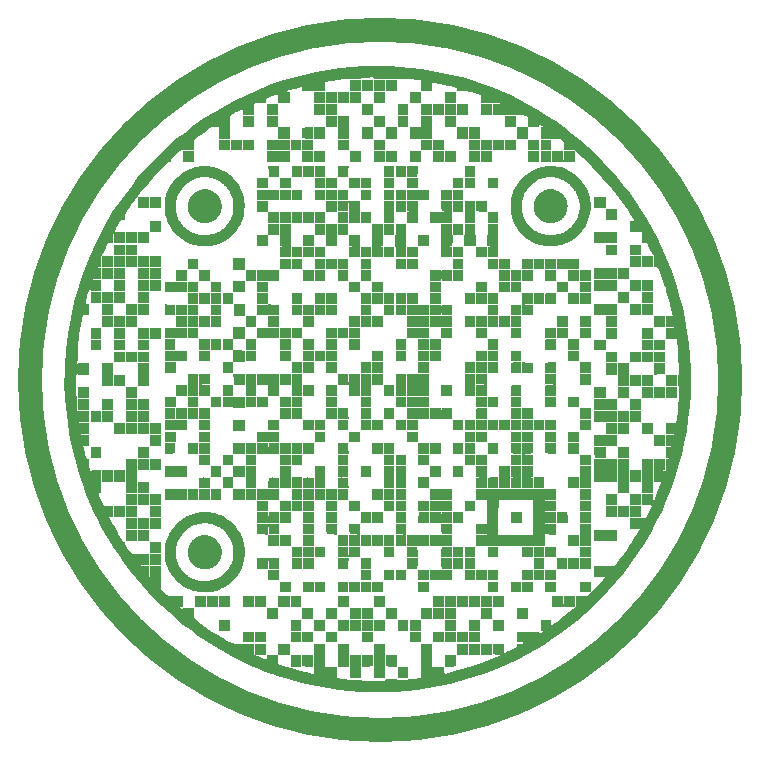
<source format=gbr>
%TF.GenerationSoftware,KiCad,Pcbnew,7.0.1*%
%TF.CreationDate,2023-03-27T13:47:12-05:00*%
%TF.ProjectId,_autosave-Circuitry-Circuit-Card,5f617574-6f73-4617-9665-2d4369726375,rev?*%
%TF.SameCoordinates,Original*%
%TF.FileFunction,Soldermask,Bot*%
%TF.FilePolarity,Negative*%
%FSLAX46Y46*%
G04 Gerber Fmt 4.6, Leading zero omitted, Abs format (unit mm)*
G04 Created by KiCad (PCBNEW 7.0.1) date 2023-03-27 13:47:12*
%MOMM*%
%LPD*%
G01*
G04 APERTURE LIST*
%ADD10C,0.000000*%
%ADD11C,2.000000*%
G04 APERTURE END LIST*
D10*
G36*
X120685670Y-61635583D02*
G01*
X119733171Y-61635583D01*
X119733171Y-61184025D01*
X119733653Y-61092082D01*
X119735045Y-61005432D01*
X119737264Y-60926057D01*
X119740227Y-60855943D01*
X119743851Y-60797073D01*
X119745886Y-60772475D01*
X119748055Y-60751432D01*
X119750348Y-60734193D01*
X119752755Y-60721005D01*
X119755265Y-60712116D01*
X119756556Y-60709362D01*
X119757869Y-60707775D01*
X119762209Y-60705172D01*
X119771097Y-60702662D01*
X119801523Y-60697963D01*
X119847163Y-60693761D01*
X119906032Y-60690137D01*
X119976146Y-60687174D01*
X120055521Y-60684956D01*
X120142173Y-60683565D01*
X120234117Y-60683082D01*
X120685670Y-60683082D01*
X120685670Y-61635583D01*
G37*
G36*
X89147337Y-85377527D02*
G01*
X88265393Y-85377527D01*
X88265393Y-84460303D01*
X89147337Y-84460303D01*
X89147337Y-85377527D01*
G37*
G36*
X96943725Y-70737249D02*
G01*
X96061781Y-70737249D01*
X96061781Y-69820026D01*
X96943725Y-69820026D01*
X96943725Y-70737249D01*
G37*
G36*
X99871782Y-65833637D02*
G01*
X98989837Y-65833637D01*
X98989837Y-64951693D01*
X99871782Y-64951693D01*
X99871782Y-65833637D01*
G37*
G36*
X98474783Y-78611249D02*
G01*
X98901643Y-78621833D01*
X98912225Y-79069861D01*
X98922810Y-79521415D01*
X98002060Y-79521415D01*
X98002060Y-79087501D01*
X98002542Y-78999346D01*
X98003934Y-78916071D01*
X98006152Y-78839576D01*
X98009115Y-78771763D01*
X98012739Y-78714533D01*
X98014773Y-78690481D01*
X98016942Y-78669788D01*
X98019235Y-78652692D01*
X98021641Y-78639430D01*
X98024151Y-78630241D01*
X98025442Y-78627247D01*
X98026754Y-78625361D01*
X98031553Y-78623419D01*
X98040507Y-78621571D01*
X98069970Y-78618195D01*
X98113323Y-78615315D01*
X98168747Y-78613013D01*
X98234424Y-78611373D01*
X98308535Y-78610478D01*
X98389261Y-78610409D01*
X98474783Y-78611249D01*
G37*
G36*
X107703450Y-63893360D02*
G01*
X106786226Y-63893360D01*
X106786226Y-63011416D01*
X107703450Y-63011416D01*
X107703450Y-63893360D01*
G37*
G36*
X119415672Y-72677527D02*
G01*
X118533726Y-72677527D01*
X118533726Y-71795582D01*
X119415672Y-71795582D01*
X119415672Y-72677527D01*
G37*
G36*
X108655949Y-60965304D02*
G01*
X107774003Y-60965304D01*
X107774003Y-60083360D01*
X108655949Y-60083360D01*
X108655949Y-60965304D01*
G37*
G36*
X86219281Y-79521415D02*
G01*
X85337337Y-79521415D01*
X85337337Y-78604194D01*
X86219281Y-78604194D01*
X86219281Y-79521415D01*
G37*
G36*
X99977615Y-96419471D02*
G01*
X99060392Y-96419471D01*
X99060392Y-95502250D01*
X99977615Y-95502250D01*
X99977615Y-96419471D01*
G37*
G36*
X86219281Y-70737249D02*
G01*
X85337337Y-70737249D01*
X85337337Y-69820026D01*
X86219281Y-69820026D01*
X86219281Y-70737249D01*
G37*
G36*
X90911226Y-56767249D02*
G01*
X89994004Y-56767249D01*
X89994004Y-55850027D01*
X90911226Y-55850027D01*
X90911226Y-56767249D01*
G37*
G36*
X90163337Y-81997916D02*
G01*
X90152754Y-82467109D01*
X89669449Y-82477692D01*
X89182615Y-82488276D01*
X89182615Y-81532249D01*
X90173921Y-81532249D01*
X90163337Y-81997916D01*
G37*
G36*
X104775392Y-81461695D02*
G01*
X103858171Y-81461695D01*
X103858171Y-80579749D01*
X104775392Y-80579749D01*
X104775392Y-81461695D01*
G37*
G36*
X84279004Y-75605582D02*
G01*
X83361782Y-75605582D01*
X83361782Y-74723638D01*
X84279004Y-74723638D01*
X84279004Y-75605582D01*
G37*
G36*
X84279004Y-81461695D02*
G01*
X83361782Y-81461695D01*
X83361782Y-80579749D01*
X84279004Y-80579749D01*
X84279004Y-81461695D01*
G37*
G36*
X109643727Y-75605582D02*
G01*
X108761781Y-75605582D01*
X108761781Y-74723638D01*
X109643727Y-74723638D01*
X109643727Y-75605582D01*
G37*
G36*
X83044281Y-90845582D02*
G01*
X82091781Y-90845582D01*
X82091781Y-89928361D01*
X83044281Y-89928361D01*
X83044281Y-90845582D01*
G37*
G36*
X88159559Y-84389750D02*
G01*
X87277615Y-84389750D01*
X87277615Y-83507804D01*
X88159559Y-83507804D01*
X88159559Y-84389750D01*
G37*
G36*
X124707338Y-77757526D02*
G01*
X123790113Y-77757526D01*
X123790113Y-76805027D01*
X124707338Y-76805027D01*
X124707338Y-77757526D01*
G37*
G36*
X88159559Y-86330027D02*
G01*
X87277615Y-86330027D01*
X87277615Y-85448081D01*
X88159559Y-85448081D01*
X88159559Y-86330027D01*
G37*
G36*
X83345085Y-61468389D02*
G01*
X84289866Y-61468389D01*
X84292348Y-61607505D01*
X84302711Y-61746116D01*
X84320896Y-61883849D01*
X84346844Y-62020332D01*
X84380492Y-62155191D01*
X84421783Y-62288054D01*
X84470655Y-62418549D01*
X84527048Y-62546302D01*
X84590903Y-62670941D01*
X84662160Y-62792093D01*
X84740757Y-62909385D01*
X84826636Y-63022446D01*
X84919736Y-63130901D01*
X85019997Y-63234378D01*
X85127359Y-63332505D01*
X85241762Y-63424909D01*
X85363146Y-63511217D01*
X85491450Y-63591056D01*
X85626616Y-63664054D01*
X85704277Y-63702060D01*
X85780094Y-63736759D01*
X85854454Y-63768234D01*
X85927744Y-63796566D01*
X86000352Y-63821840D01*
X86072666Y-63844136D01*
X86145072Y-63863539D01*
X86217959Y-63880131D01*
X86291714Y-63893994D01*
X86366725Y-63905211D01*
X86443380Y-63913865D01*
X86522065Y-63920038D01*
X86603168Y-63923813D01*
X86687078Y-63925274D01*
X86774181Y-63924502D01*
X86864866Y-63921580D01*
X86971064Y-63915724D01*
X87066225Y-63908462D01*
X87152538Y-63899381D01*
X87193062Y-63894029D01*
X87232195Y-63888067D01*
X87270213Y-63881444D01*
X87307388Y-63874108D01*
X87343995Y-63866006D01*
X87380307Y-63857089D01*
X87416598Y-63847303D01*
X87453143Y-63836597D01*
X87528087Y-63812220D01*
X87663105Y-63762241D01*
X87792981Y-63706242D01*
X87917699Y-63644238D01*
X88037245Y-63576245D01*
X88151602Y-63502278D01*
X88260756Y-63422352D01*
X88364690Y-63336484D01*
X88463389Y-63244688D01*
X88556838Y-63146981D01*
X88645022Y-63043377D01*
X88727924Y-62933893D01*
X88805529Y-62818543D01*
X88877821Y-62697344D01*
X88944786Y-62570310D01*
X89006408Y-62437458D01*
X89062671Y-62298802D01*
X89093256Y-62216382D01*
X89116855Y-62144132D01*
X89126332Y-62109522D01*
X89134418Y-62074694D01*
X89141233Y-62038729D01*
X89146896Y-62000707D01*
X89151526Y-61959709D01*
X89155240Y-61914814D01*
X89160401Y-61809656D01*
X89163329Y-61677874D01*
X89164976Y-61512110D01*
X89164356Y-61349218D01*
X89163441Y-61280224D01*
X89162000Y-61218366D01*
X89159938Y-61162772D01*
X89157163Y-61112567D01*
X89153581Y-61066880D01*
X89149101Y-61024835D01*
X89143629Y-60985560D01*
X89137071Y-60948182D01*
X89129335Y-60911827D01*
X89120328Y-60875622D01*
X89109956Y-60838693D01*
X89098128Y-60800168D01*
X89069726Y-60714833D01*
X89043339Y-60642508D01*
X89015728Y-60572302D01*
X88986824Y-60504101D01*
X88956561Y-60437791D01*
X88924873Y-60373259D01*
X88891690Y-60310391D01*
X88856947Y-60249074D01*
X88820577Y-60189193D01*
X88782511Y-60130635D01*
X88742683Y-60073286D01*
X88701026Y-60017033D01*
X88657472Y-59961762D01*
X88611955Y-59907359D01*
X88564406Y-59853710D01*
X88514760Y-59800702D01*
X88462948Y-59748221D01*
X88406627Y-59694551D01*
X88350052Y-59643304D01*
X88293137Y-59594424D01*
X88235792Y-59547854D01*
X88177931Y-59503537D01*
X88119465Y-59461416D01*
X88060307Y-59421435D01*
X88000368Y-59383537D01*
X87939562Y-59347664D01*
X87877799Y-59313760D01*
X87814992Y-59281768D01*
X87751054Y-59251631D01*
X87685896Y-59223293D01*
X87619430Y-59196696D01*
X87551570Y-59171784D01*
X87482226Y-59148499D01*
X87421840Y-59130688D01*
X87357479Y-59114323D01*
X87289719Y-59099447D01*
X87219131Y-59086100D01*
X87146291Y-59074325D01*
X87071771Y-59064162D01*
X86996145Y-59055652D01*
X86919987Y-59048838D01*
X86843870Y-59043760D01*
X86768368Y-59040460D01*
X86694055Y-59038978D01*
X86621504Y-59039357D01*
X86551288Y-59041638D01*
X86483982Y-59045862D01*
X86420159Y-59052070D01*
X86360392Y-59060304D01*
X86266462Y-59077378D01*
X86173834Y-59098179D01*
X86082487Y-59122710D01*
X85992401Y-59150978D01*
X85903556Y-59182987D01*
X85815930Y-59218743D01*
X85729503Y-59258250D01*
X85644254Y-59301515D01*
X85560162Y-59348541D01*
X85477208Y-59399335D01*
X85395370Y-59453901D01*
X85314627Y-59512245D01*
X85234959Y-59574372D01*
X85156346Y-59640286D01*
X85078766Y-59709993D01*
X85002198Y-59783499D01*
X84896748Y-59895265D01*
X84799960Y-60011370D01*
X84711775Y-60131444D01*
X84632133Y-60255112D01*
X84560974Y-60382002D01*
X84498237Y-60511741D01*
X84443863Y-60643957D01*
X84397791Y-60778277D01*
X84359961Y-60914328D01*
X84330314Y-61051737D01*
X84308790Y-61190132D01*
X84295327Y-61329141D01*
X84289866Y-61468389D01*
X83345085Y-61468389D01*
X83347229Y-61350272D01*
X83359610Y-61176294D01*
X83381205Y-61002807D01*
X83412009Y-60830094D01*
X83452016Y-60658441D01*
X83501221Y-60488132D01*
X83559620Y-60319450D01*
X83627206Y-60152681D01*
X83703976Y-59988107D01*
X83804188Y-59800684D01*
X83915319Y-59620971D01*
X84036878Y-59449320D01*
X84168375Y-59286081D01*
X84309318Y-59131607D01*
X84459217Y-58986248D01*
X84617580Y-58850357D01*
X84783917Y-58724284D01*
X84957737Y-58608380D01*
X85138548Y-58502998D01*
X85325861Y-58408489D01*
X85519183Y-58325204D01*
X85718025Y-58253494D01*
X85921894Y-58193711D01*
X86130301Y-58146206D01*
X86342754Y-58111331D01*
X86436597Y-58100569D01*
X86533901Y-58093368D01*
X86634162Y-58089650D01*
X86736873Y-58089337D01*
X86841526Y-58092353D01*
X86947616Y-58098618D01*
X87054636Y-58108057D01*
X87162080Y-58120591D01*
X87269441Y-58136143D01*
X87376214Y-58154636D01*
X87481890Y-58175991D01*
X87585965Y-58200132D01*
X87687931Y-58226980D01*
X87787283Y-58256459D01*
X87883513Y-58288491D01*
X87976115Y-58322998D01*
X88168431Y-58406128D01*
X88353622Y-58499215D01*
X88531422Y-58601966D01*
X88701569Y-58714086D01*
X88863800Y-58835280D01*
X89017850Y-58965254D01*
X89163456Y-59103714D01*
X89300354Y-59250363D01*
X89428282Y-59404910D01*
X89546975Y-59567057D01*
X89656170Y-59736512D01*
X89755603Y-59912979D01*
X89845011Y-60096165D01*
X89924130Y-60285773D01*
X89992697Y-60481511D01*
X90050448Y-60683082D01*
X90068351Y-60764531D01*
X90083700Y-60855778D01*
X90096507Y-60955376D01*
X90106782Y-61061877D01*
X90114536Y-61173836D01*
X90119777Y-61289805D01*
X90122768Y-61527985D01*
X90115836Y-61764842D01*
X90108675Y-61879156D01*
X90099065Y-61988800D01*
X90087016Y-62092325D01*
X90072538Y-62188284D01*
X90055642Y-62275231D01*
X90036337Y-62351719D01*
X89965223Y-62573767D01*
X89882989Y-62787324D01*
X89789841Y-62992169D01*
X89685985Y-63188079D01*
X89571628Y-63374831D01*
X89446978Y-63552205D01*
X89312240Y-63719977D01*
X89167622Y-63877925D01*
X89013330Y-64025827D01*
X88849571Y-64163461D01*
X88676551Y-64290605D01*
X88494478Y-64407037D01*
X88303558Y-64512533D01*
X88103997Y-64606873D01*
X87896003Y-64689834D01*
X87679782Y-64761193D01*
X87603764Y-64781522D01*
X87521762Y-64800136D01*
X87434572Y-64816972D01*
X87342989Y-64831968D01*
X87247810Y-64845063D01*
X87149829Y-64856194D01*
X86948650Y-64872317D01*
X86745816Y-64879842D01*
X86645769Y-64880224D01*
X86547696Y-64878271D01*
X86452393Y-64873920D01*
X86360655Y-64867109D01*
X86273279Y-64857776D01*
X86191060Y-64845859D01*
X85974195Y-64803561D01*
X85761863Y-64747088D01*
X85554625Y-64676900D01*
X85353047Y-64593457D01*
X85157690Y-64497219D01*
X84969118Y-64388646D01*
X84787895Y-64268198D01*
X84614584Y-64136334D01*
X84449747Y-63993515D01*
X84293949Y-63840201D01*
X84147752Y-63676851D01*
X84011720Y-63503925D01*
X83886415Y-63321884D01*
X83772402Y-63131187D01*
X83670244Y-62932295D01*
X83580504Y-62725666D01*
X83518987Y-62557992D01*
X83466726Y-62388535D01*
X83423715Y-62217580D01*
X83389948Y-62045410D01*
X83365422Y-61872310D01*
X83350130Y-61698565D01*
X83344068Y-61524457D01*
X83345085Y-61468389D01*
G37*
G36*
X85231504Y-80473914D02*
G01*
X84349559Y-80473914D01*
X84349559Y-79591971D01*
X85231504Y-79591971D01*
X85231504Y-80473914D01*
G37*
G36*
X119415672Y-87317805D02*
G01*
X118533726Y-87317805D01*
X118533726Y-86435859D01*
X119415672Y-86435859D01*
X119415672Y-87317805D01*
G37*
G36*
X91087614Y-77545859D02*
G01*
X90205670Y-77545859D01*
X90205670Y-76663917D01*
X91087614Y-76663917D01*
X91087614Y-77545859D01*
G37*
G36*
X103787614Y-86330027D02*
G01*
X102905671Y-86330027D01*
X102905671Y-85448081D01*
X103787614Y-85448081D01*
X103787614Y-86330027D01*
G37*
G36*
X97966781Y-96419471D02*
G01*
X97049559Y-96419471D01*
X97049559Y-95502250D01*
X97966781Y-95502250D01*
X97966781Y-96419471D01*
G37*
G36*
X98919282Y-66821416D02*
G01*
X98002060Y-66821416D01*
X98002060Y-65939471D01*
X98919282Y-65939471D01*
X98919282Y-66821416D01*
G37*
G36*
X113594838Y-88340861D02*
G01*
X112642338Y-88340861D01*
X112642338Y-87388361D01*
X113594838Y-87388361D01*
X113594838Y-88340861D01*
G37*
G36*
X108655949Y-92224943D02*
G01*
X108225560Y-92214362D01*
X107791642Y-92203776D01*
X107781059Y-91752219D01*
X107770475Y-91304194D01*
X108655949Y-91304194D01*
X108655949Y-92224943D01*
G37*
G36*
X78987337Y-75746693D02*
G01*
X78070115Y-75746693D01*
X78070115Y-74794193D01*
X78987337Y-74794193D01*
X78987337Y-75746693D01*
G37*
G36*
X89888171Y-56767249D02*
G01*
X88970948Y-56767249D01*
X88970948Y-55850027D01*
X89888171Y-55850027D01*
X89888171Y-56767249D01*
G37*
G36*
X103787614Y-65833637D02*
G01*
X102905671Y-65833637D01*
X102905671Y-64951693D01*
X103787614Y-64951693D01*
X103787614Y-65833637D01*
G37*
G36*
X93945115Y-56767249D02*
G01*
X92992614Y-56767249D01*
X92992614Y-55850027D01*
X93945115Y-55850027D01*
X93945115Y-56767249D01*
G37*
G36*
X119415672Y-85377527D02*
G01*
X118533726Y-85377527D01*
X118533726Y-84460303D01*
X119415672Y-84460303D01*
X119415672Y-85377527D01*
G37*
G36*
X110631504Y-76596888D02*
G01*
X110183476Y-76586304D01*
X109731920Y-76575721D01*
X109721339Y-76173554D01*
X109720340Y-76091354D01*
X109719961Y-76012709D01*
X109720161Y-75939522D01*
X109720898Y-75873693D01*
X109722131Y-75817124D01*
X109723820Y-75771718D01*
X109725921Y-75739375D01*
X109727114Y-75728697D01*
X109728395Y-75721998D01*
X109732267Y-75715669D01*
X109738702Y-75709898D01*
X109747865Y-75704665D01*
X109759923Y-75699949D01*
X109775040Y-75695729D01*
X109793381Y-75691985D01*
X109840400Y-75685839D01*
X109902301Y-75681347D01*
X109980409Y-75678343D01*
X110076044Y-75676662D01*
X110190532Y-75676139D01*
X110631504Y-75676139D01*
X110631504Y-76596888D01*
G37*
G36*
X122696504Y-77757526D02*
G01*
X121779283Y-77757526D01*
X121779283Y-76805027D01*
X122696504Y-76805027D01*
X122696504Y-77757526D01*
G37*
G36*
X96943725Y-100476417D02*
G01*
X96026504Y-100476417D01*
X96026504Y-99523917D01*
X96943725Y-99523917D01*
X96943725Y-100476417D01*
G37*
G36*
X108056227Y-54756415D02*
G01*
X107103727Y-54756415D01*
X107103727Y-53839193D01*
X108056227Y-53839193D01*
X108056227Y-54756415D01*
G37*
G36*
X90135115Y-72712804D02*
G01*
X89182615Y-72712804D01*
X89182615Y-71760305D01*
X90135115Y-71760305D01*
X90135115Y-72712804D01*
G37*
G36*
X120685670Y-82805775D02*
G01*
X120220005Y-82795194D01*
X119750810Y-82784611D01*
X119740229Y-82315415D01*
X119729643Y-81849750D01*
X120685670Y-81849750D01*
X120685670Y-82805775D01*
G37*
G36*
X98919282Y-80473914D02*
G01*
X98002060Y-80473914D01*
X98002060Y-79591971D01*
X98919282Y-79591971D01*
X98919282Y-80473914D01*
G37*
G36*
X96943725Y-60965304D02*
G01*
X96061781Y-60965304D01*
X96061781Y-60083360D01*
X96943725Y-60083360D01*
X96943725Y-60965304D01*
G37*
G36*
X99871782Y-68761693D02*
G01*
X98989837Y-68761693D01*
X98989837Y-67879749D01*
X99871782Y-67879749D01*
X99871782Y-68761693D01*
G37*
G36*
X98919282Y-94161695D02*
G01*
X98002060Y-94161695D01*
X98002060Y-93279749D01*
X98919282Y-93279749D01*
X98919282Y-94161695D01*
G37*
G36*
X95991226Y-94161695D02*
G01*
X95074003Y-94161695D01*
X95074003Y-93279749D01*
X95991226Y-93279749D01*
X95991226Y-94161695D01*
G37*
G36*
X95003448Y-65833637D02*
G01*
X94121504Y-65833637D01*
X94121504Y-64951693D01*
X95003448Y-64951693D01*
X95003448Y-65833637D01*
G37*
G36*
X95003448Y-76593360D02*
G01*
X94121504Y-76593360D01*
X94121504Y-75676139D01*
X95003448Y-75676139D01*
X95003448Y-76593360D01*
G37*
G36*
X96943725Y-86330027D02*
G01*
X96061781Y-86330027D01*
X96061781Y-85448081D01*
X96943725Y-85448081D01*
X96943725Y-86330027D01*
G37*
G36*
X120685670Y-78745304D02*
G01*
X119733171Y-78745304D01*
X119733171Y-77828083D01*
X120685670Y-77828083D01*
X120685670Y-78745304D01*
G37*
G36*
X107703450Y-93173914D02*
G01*
X106786226Y-93173914D01*
X106786226Y-92291971D01*
X107703450Y-92291971D01*
X107703450Y-93173914D01*
G37*
G36*
X116487614Y-67812720D02*
G01*
X116039589Y-67802137D01*
X115588032Y-67791555D01*
X115577452Y-67421137D01*
X115575446Y-67344870D01*
X115574639Y-67270711D01*
X115574908Y-67200438D01*
X115576127Y-67135829D01*
X115578174Y-67078661D01*
X115580923Y-67030712D01*
X115584250Y-66993760D01*
X115586092Y-66979963D01*
X115588032Y-66969582D01*
X115591400Y-66956502D01*
X115595295Y-66944977D01*
X115600326Y-66934910D01*
X115607104Y-66926201D01*
X115616239Y-66918754D01*
X115628340Y-66912469D01*
X115644017Y-66907249D01*
X115663879Y-66902995D01*
X115688538Y-66899610D01*
X115718601Y-66896994D01*
X115797383Y-66893680D01*
X115905104Y-66892268D01*
X116046641Y-66891971D01*
X116487614Y-66891971D01*
X116487614Y-67812720D01*
G37*
G36*
X110631504Y-85377527D02*
G01*
X109714280Y-85377527D01*
X109714280Y-84943607D01*
X109714763Y-84855462D01*
X109716155Y-84772236D01*
X109718373Y-84695872D01*
X109721336Y-84628314D01*
X109724960Y-84571505D01*
X109726995Y-84547738D01*
X109729163Y-84527387D01*
X109731456Y-84510694D01*
X109733863Y-84497904D01*
X109736372Y-84489257D01*
X109737663Y-84486564D01*
X109738975Y-84484998D01*
X109743234Y-84482395D01*
X109751881Y-84479886D01*
X109781364Y-84475186D01*
X109825482Y-84470983D01*
X109882291Y-84467359D01*
X109949850Y-84464396D01*
X110026214Y-84462178D01*
X110109441Y-84460786D01*
X110197587Y-84460303D01*
X110631504Y-84460303D01*
X110631504Y-85377527D01*
G37*
G36*
X103787614Y-85377527D02*
G01*
X102905671Y-85377527D01*
X102905671Y-84460303D01*
X103787614Y-84460303D01*
X103787614Y-85377527D01*
G37*
G36*
X108655949Y-67809194D02*
G01*
X107774003Y-67809194D01*
X107774003Y-66891971D01*
X108655949Y-66891971D01*
X108655949Y-67809194D01*
G37*
G36*
X105727891Y-83401972D02*
G01*
X104845948Y-83401972D01*
X104845948Y-82520026D01*
X105727891Y-82520026D01*
X105727891Y-83401972D01*
G37*
G36*
X101000670Y-53733360D02*
G01*
X100048170Y-53733360D01*
X100048170Y-52816138D01*
X101000670Y-52816138D01*
X101000670Y-53733360D01*
G37*
G36*
X114081672Y-78611249D02*
G01*
X114529698Y-78621833D01*
X114529698Y-79503776D01*
X114081672Y-79514359D01*
X113630116Y-79524943D01*
X113630116Y-78600663D01*
X114081672Y-78611249D01*
G37*
G36*
X125247090Y-76812083D02*
G01*
X125712754Y-76822666D01*
X125723338Y-77288334D01*
X125733918Y-77757526D01*
X124777894Y-77757526D01*
X124777894Y-76801499D01*
X125247090Y-76812083D01*
G37*
G36*
X113559559Y-84389750D02*
G01*
X112642338Y-84389750D01*
X112642338Y-83507804D01*
X113559559Y-83507804D01*
X113559559Y-84389750D01*
G37*
G36*
X80010392Y-64634194D02*
G01*
X79093170Y-64634194D01*
X79093170Y-63716971D01*
X80010392Y-63716971D01*
X80010392Y-64634194D01*
G37*
G36*
X116487614Y-77545859D02*
G01*
X115570393Y-77545859D01*
X115570393Y-77129581D01*
X115570875Y-77045232D01*
X115572267Y-76965431D01*
X115574486Y-76892078D01*
X115577449Y-76827077D01*
X115581074Y-76772327D01*
X115583108Y-76749392D01*
X115585277Y-76729732D01*
X115587570Y-76713587D01*
X115589977Y-76701193D01*
X115592488Y-76692789D01*
X115593778Y-76690157D01*
X115595091Y-76688611D01*
X115599349Y-76686008D01*
X115607995Y-76683498D01*
X115637478Y-76678798D01*
X115681595Y-76674595D01*
X115738405Y-76670971D01*
X115805963Y-76668009D01*
X115882327Y-76665790D01*
X115965553Y-76664399D01*
X116053700Y-76663917D01*
X116487614Y-76663917D01*
X116487614Y-77545859D01*
G37*
G36*
X82021226Y-80756138D02*
G01*
X81104004Y-80756138D01*
X81104004Y-79838917D01*
X82021226Y-79838917D01*
X82021226Y-80756138D01*
G37*
G36*
X93063171Y-71689748D02*
G01*
X92145948Y-71689748D01*
X92145948Y-70807804D01*
X93063171Y-70807804D01*
X93063171Y-71689748D01*
G37*
G36*
X108655949Y-63893360D02*
G01*
X107774003Y-63893360D01*
X107774003Y-63011416D01*
X108655949Y-63011416D01*
X108655949Y-63893360D01*
G37*
G36*
X100993614Y-99989582D02*
G01*
X100983030Y-100458777D01*
X100517366Y-100469361D01*
X100048170Y-100479941D01*
X100048170Y-99523917D01*
X101004200Y-99523917D01*
X100993614Y-99989582D01*
G37*
G36*
X93063171Y-77545859D02*
G01*
X92145948Y-77545859D01*
X92145948Y-76663917D01*
X93063171Y-76663917D01*
X93063171Y-77545859D01*
G37*
G36*
X98919282Y-90245859D02*
G01*
X98002060Y-90245859D01*
X98002060Y-89363917D01*
X98919282Y-89363917D01*
X98919282Y-90245859D01*
G37*
G36*
X114088725Y-96419471D02*
G01*
X113171504Y-96419471D01*
X113171504Y-95502250D01*
X114088725Y-95502250D01*
X114088725Y-96419471D01*
G37*
G36*
X108056227Y-52745582D02*
G01*
X107103727Y-52745582D01*
X107103727Y-51828360D01*
X108056227Y-51828360D01*
X108056227Y-52745582D01*
G37*
G36*
X123684282Y-70701971D02*
G01*
X122767061Y-70701971D01*
X122767061Y-69749471D01*
X123684282Y-69749471D01*
X123684282Y-70701971D01*
G37*
G36*
X95003448Y-85377527D02*
G01*
X94121504Y-85377527D01*
X94121504Y-84460303D01*
X95003448Y-84460303D01*
X95003448Y-85377527D01*
G37*
G36*
X94932893Y-98430305D02*
G01*
X94015670Y-98430305D01*
X94015670Y-97513084D01*
X94932893Y-97513084D01*
X94932893Y-98430305D01*
G37*
G36*
X97966781Y-64881138D02*
G01*
X97014282Y-64881138D01*
X97014282Y-63928638D01*
X97966781Y-63928638D01*
X97966781Y-64881138D01*
G37*
G36*
X93063171Y-80473914D02*
G01*
X92145948Y-80473914D01*
X92145948Y-79591971D01*
X93063171Y-79591971D01*
X93063171Y-80473914D01*
G37*
G36*
X105727891Y-71689748D02*
G01*
X104845948Y-71689748D01*
X104845948Y-70807804D01*
X105727891Y-70807804D01*
X105727891Y-71689748D01*
G37*
G36*
X101847337Y-80473914D02*
G01*
X100930116Y-80473914D01*
X100930116Y-79591971D01*
X101847337Y-79591971D01*
X101847337Y-80473914D01*
G37*
G36*
X94015670Y-85377527D02*
G01*
X93133726Y-85377527D01*
X93133726Y-84460303D01*
X94015670Y-84460303D01*
X94015670Y-85377527D01*
G37*
G36*
X107703450Y-61956609D02*
G01*
X107255421Y-61946024D01*
X106803865Y-61935444D01*
X106793281Y-61483886D01*
X106782698Y-61035860D01*
X107703450Y-61035860D01*
X107703450Y-61956609D01*
G37*
G36*
X77999559Y-72712804D02*
G01*
X77082337Y-72712804D01*
X77082337Y-71795582D01*
X77999559Y-71795582D01*
X77999559Y-72712804D01*
G37*
G36*
X116487614Y-72677527D02*
G01*
X115570393Y-72677527D01*
X115570393Y-72261249D01*
X115570875Y-72176900D01*
X115572267Y-72097097D01*
X115574486Y-72023744D01*
X115577449Y-71958742D01*
X115581074Y-71903992D01*
X115583108Y-71881057D01*
X115585277Y-71861397D01*
X115587570Y-71845252D01*
X115589977Y-71832858D01*
X115592488Y-71824454D01*
X115593778Y-71821822D01*
X115595091Y-71820277D01*
X115599349Y-71817674D01*
X115607995Y-71815164D01*
X115637478Y-71810465D01*
X115681595Y-71806262D01*
X115738405Y-71802637D01*
X115805963Y-71799675D01*
X115882327Y-71797456D01*
X115965553Y-71796064D01*
X116053700Y-71795582D01*
X116487614Y-71795582D01*
X116487614Y-72677527D01*
G37*
G36*
X109044004Y-98430305D02*
G01*
X108126780Y-98430305D01*
X108126780Y-97513084D01*
X109044004Y-97513084D01*
X109044004Y-98430305D01*
G37*
G36*
X114081672Y-69827083D02*
G01*
X114529698Y-69837665D01*
X114529698Y-70719610D01*
X114081672Y-70730193D01*
X113630116Y-70740775D01*
X113630116Y-69816498D01*
X114081672Y-69827083D01*
G37*
G36*
X108655949Y-82449473D02*
G01*
X107774003Y-82449473D01*
X107774003Y-81532249D01*
X108655949Y-81532249D01*
X108655949Y-82449473D01*
G37*
G36*
X86219281Y-76593360D02*
G01*
X85337337Y-76593360D01*
X85337337Y-75676139D01*
X86219281Y-75676139D01*
X86219281Y-76593360D01*
G37*
G36*
X94015670Y-87317805D02*
G01*
X93133726Y-87317805D01*
X93133726Y-86435859D01*
X94015670Y-86435859D01*
X94015670Y-87317805D01*
G37*
G36*
X96943725Y-55779471D02*
G01*
X96026504Y-55779471D01*
X96026504Y-54826971D01*
X96943725Y-54826971D01*
X96943725Y-55779471D01*
G37*
G36*
X106010115Y-54756415D02*
G01*
X105092894Y-54756415D01*
X105092894Y-53839193D01*
X106010115Y-53839193D01*
X106010115Y-54756415D01*
G37*
G36*
X103787614Y-89296888D02*
G01*
X103357225Y-89286307D01*
X102923311Y-89275721D01*
X102912727Y-88824164D01*
X102902144Y-88376139D01*
X103787614Y-88376139D01*
X103787614Y-89296888D01*
G37*
G36*
X98919282Y-62905582D02*
G01*
X98002060Y-62905582D01*
X98002060Y-62023638D01*
X98919282Y-62023638D01*
X98919282Y-62905582D01*
G37*
G36*
X89147337Y-77545859D02*
G01*
X88265393Y-77545859D01*
X88265393Y-76663917D01*
X89147337Y-76663917D01*
X89147337Y-77545859D01*
G37*
G36*
X101988447Y-97442527D02*
G01*
X101071226Y-97442527D01*
X101071226Y-96525306D01*
X101988447Y-96525306D01*
X101988447Y-97442527D01*
G37*
G36*
X105727891Y-82449473D02*
G01*
X104845948Y-82449473D01*
X104845948Y-81532249D01*
X105727891Y-81532249D01*
X105727891Y-82449473D01*
G37*
G36*
X94015670Y-73665305D02*
G01*
X93133726Y-73665305D01*
X93133726Y-72748083D01*
X94015670Y-72748083D01*
X94015670Y-73665305D01*
G37*
G36*
X96943725Y-65833637D02*
G01*
X96061781Y-65833637D01*
X96061781Y-64951693D01*
X96943725Y-64951693D01*
X96943725Y-65833637D01*
G37*
G36*
X90911226Y-54756415D02*
G01*
X89994004Y-54756415D01*
X89994004Y-53839193D01*
X90911226Y-53839193D01*
X90911226Y-54756415D01*
G37*
G36*
X107258949Y-87395414D02*
G01*
X107685811Y-87406000D01*
X107696391Y-87854026D01*
X107706978Y-88305582D01*
X106786226Y-88305582D01*
X106786226Y-87871665D01*
X106786708Y-87783513D01*
X106788100Y-87700238D01*
X106790318Y-87623743D01*
X106793281Y-87555929D01*
X106796906Y-87498699D01*
X106798940Y-87474647D01*
X106801109Y-87453954D01*
X106803401Y-87436857D01*
X106805808Y-87423595D01*
X106808318Y-87414405D01*
X106809608Y-87411412D01*
X106810920Y-87409525D01*
X106815719Y-87407584D01*
X106824673Y-87405736D01*
X106854136Y-87402361D01*
X106897489Y-87399480D01*
X106952914Y-87397179D01*
X107018591Y-87395539D01*
X107092702Y-87394643D01*
X107173428Y-87394573D01*
X107258949Y-87395414D01*
G37*
G36*
X86219281Y-86330027D02*
G01*
X85337337Y-86330027D01*
X85337337Y-85448081D01*
X86219281Y-85448081D01*
X86219281Y-86330027D01*
G37*
G36*
X124707338Y-74723638D02*
G01*
X123790113Y-74723638D01*
X123790113Y-73806415D01*
X124707338Y-73806415D01*
X124707338Y-74723638D01*
G37*
G36*
X113559559Y-68761693D02*
G01*
X112642338Y-68761693D01*
X112642338Y-68345415D01*
X112642821Y-68261066D01*
X112644212Y-68181264D01*
X112646431Y-68107911D01*
X112649394Y-68042909D01*
X112653018Y-67988160D01*
X112655053Y-67965224D01*
X112657221Y-67945565D01*
X112659514Y-67929419D01*
X112661920Y-67917026D01*
X112664430Y-67908621D01*
X112665721Y-67905989D01*
X112667033Y-67904444D01*
X112671292Y-67901841D01*
X112679938Y-67899331D01*
X112709420Y-67894632D01*
X112753538Y-67890428D01*
X112810348Y-67886804D01*
X112877907Y-67883842D01*
X112954271Y-67881623D01*
X113037499Y-67880231D01*
X113125645Y-67879749D01*
X113559559Y-67879749D01*
X113559559Y-68761693D01*
G37*
G36*
X81033448Y-87811695D02*
G01*
X80080948Y-87811695D01*
X80080948Y-86894471D01*
X81033448Y-86894471D01*
X81033448Y-87811695D01*
G37*
G36*
X97931504Y-60965304D02*
G01*
X97049559Y-60965304D01*
X97049559Y-60083360D01*
X97931504Y-60083360D01*
X97931504Y-60965304D01*
G37*
G36*
X85231504Y-71689748D02*
G01*
X84349559Y-71689748D01*
X84349559Y-70807804D01*
X85231504Y-70807804D01*
X85231504Y-71689748D01*
G37*
G36*
X83813337Y-78611249D02*
G01*
X84261365Y-78621833D01*
X84261365Y-79503776D01*
X83813337Y-79514359D01*
X83361782Y-79524943D01*
X83361782Y-78600663D01*
X83813337Y-78611249D01*
G37*
G36*
X107572920Y-56844858D02*
G01*
X108038588Y-56855443D01*
X108049171Y-57321108D01*
X108059755Y-57790304D01*
X107103727Y-57790304D01*
X107103727Y-56834277D01*
X107572920Y-56844858D01*
G37*
G36*
X100859559Y-78533637D02*
G01*
X99977615Y-78533637D01*
X99977615Y-77651694D01*
X100859559Y-77651694D01*
X100859559Y-78533637D01*
G37*
G36*
X106010115Y-55779471D02*
G01*
X105092894Y-55779471D01*
X105092894Y-54826971D01*
X106010115Y-54826971D01*
X106010115Y-55779471D01*
G37*
G36*
X86741393Y-81539304D02*
G01*
X87189421Y-81549888D01*
X87200004Y-81997916D01*
X87210587Y-82449473D01*
X86289837Y-82449473D01*
X86289837Y-81528721D01*
X86741393Y-81539304D01*
G37*
G36*
X88900393Y-95431693D02*
G01*
X87983171Y-95431693D01*
X87983171Y-94479194D01*
X88900393Y-94479194D01*
X88900393Y-95431693D01*
G37*
G36*
X87877337Y-95431693D02*
G01*
X86960115Y-95431693D01*
X86960115Y-94479194D01*
X87877337Y-94479194D01*
X87877337Y-95431693D01*
G37*
G36*
X88159559Y-78533637D02*
G01*
X87277615Y-78533637D01*
X87277615Y-77651694D01*
X88159559Y-77651694D01*
X88159559Y-78533637D01*
G37*
G36*
X82021226Y-64634194D02*
G01*
X81104004Y-64634194D01*
X81104004Y-63716971D01*
X82021226Y-63716971D01*
X82021226Y-64634194D01*
G37*
G36*
X81033448Y-65657249D02*
G01*
X80080948Y-65657249D01*
X80080948Y-64740027D01*
X81033448Y-64740027D01*
X81033448Y-65657249D01*
G37*
G36*
X112571782Y-67809194D02*
G01*
X111689836Y-67809194D01*
X111689836Y-66891971D01*
X112571782Y-66891971D01*
X112571782Y-67809194D01*
G37*
G36*
X106715672Y-93173914D02*
G01*
X105833726Y-93173914D01*
X105833726Y-92291971D01*
X106715672Y-92291971D01*
X106715672Y-93173914D01*
G37*
G36*
X112077891Y-95431693D02*
G01*
X111125392Y-95431693D01*
X111125392Y-94980137D01*
X111125874Y-94888194D01*
X111127266Y-94801543D01*
X111129486Y-94722168D01*
X111132449Y-94652054D01*
X111136074Y-94593184D01*
X111138108Y-94568586D01*
X111140277Y-94547543D01*
X111142570Y-94530304D01*
X111144977Y-94517116D01*
X111147487Y-94508227D01*
X111148777Y-94505472D01*
X111150090Y-94503886D01*
X111154430Y-94501283D01*
X111163318Y-94498774D01*
X111193744Y-94494075D01*
X111239385Y-94489873D01*
X111298254Y-94486249D01*
X111368369Y-94483286D01*
X111447745Y-94481068D01*
X111534397Y-94479676D01*
X111626341Y-94479194D01*
X112077891Y-94479194D01*
X112077891Y-95431693D01*
G37*
G36*
X116099559Y-57790304D02*
G01*
X115182338Y-57790304D01*
X115182338Y-56837804D01*
X116099559Y-56837804D01*
X116099559Y-57790304D01*
G37*
G36*
X108056227Y-97442527D02*
G01*
X107103727Y-97442527D01*
X107103727Y-96525306D01*
X108056227Y-96525306D01*
X108056227Y-97442527D01*
G37*
G36*
X115499836Y-66821416D02*
G01*
X114617894Y-66821416D01*
X114617894Y-65939471D01*
X115499836Y-65939471D01*
X115499836Y-66821416D01*
G37*
G36*
X91087614Y-71689748D02*
G01*
X90205670Y-71689748D01*
X90205670Y-70807804D01*
X91087614Y-70807804D01*
X91087614Y-71689748D01*
G37*
G36*
X104775392Y-80473914D02*
G01*
X103858171Y-80473914D01*
X103858171Y-79591971D01*
X104775392Y-79591971D01*
X104775392Y-80473914D01*
G37*
G36*
X95955948Y-56767249D02*
G01*
X95003448Y-56767249D01*
X95003448Y-55850027D01*
X95955948Y-55850027D01*
X95955948Y-56767249D01*
G37*
G36*
X81033448Y-71689748D02*
G01*
X80080948Y-71689748D01*
X80080948Y-70772527D01*
X81033448Y-70772527D01*
X81033448Y-71689748D01*
G37*
G36*
X116487614Y-82452997D02*
G01*
X116039589Y-82442414D01*
X115588032Y-82431834D01*
X115577452Y-82061414D01*
X115575446Y-81985148D01*
X115574639Y-81910989D01*
X115574908Y-81840717D01*
X115576127Y-81776108D01*
X115578174Y-81718940D01*
X115580923Y-81670991D01*
X115584250Y-81634039D01*
X115586092Y-81620242D01*
X115588032Y-81609861D01*
X115591400Y-81596780D01*
X115595295Y-81585256D01*
X115600326Y-81575188D01*
X115607104Y-81566480D01*
X115616239Y-81559032D01*
X115628340Y-81552747D01*
X115644017Y-81547527D01*
X115663879Y-81543273D01*
X115688538Y-81539887D01*
X115718601Y-81537272D01*
X115797383Y-81533957D01*
X115905104Y-81532545D01*
X116046641Y-81532249D01*
X116487614Y-81532249D01*
X116487614Y-82452997D01*
G37*
G36*
X81033448Y-77757526D02*
G01*
X80080948Y-77757526D01*
X80080948Y-76805027D01*
X81033448Y-76805027D01*
X81033448Y-77757526D01*
G37*
G36*
X114153324Y-90316546D02*
G01*
X114208422Y-90316960D01*
X114257856Y-90317695D01*
X114301936Y-90318786D01*
X114340973Y-90320270D01*
X114375276Y-90322183D01*
X114390749Y-90323312D01*
X114405156Y-90324561D01*
X114418533Y-90325936D01*
X114430922Y-90327440D01*
X114442359Y-90329079D01*
X114452884Y-90330857D01*
X114462536Y-90332778D01*
X114471353Y-90334847D01*
X114479375Y-90337068D01*
X114486639Y-90339447D01*
X114493185Y-90341987D01*
X114499052Y-90344693D01*
X114504277Y-90347569D01*
X114508901Y-90350620D01*
X114512961Y-90353851D01*
X114516497Y-90357267D01*
X114519547Y-90360870D01*
X114522150Y-90364667D01*
X114524345Y-90368662D01*
X114526170Y-90372858D01*
X114530119Y-90392565D01*
X114533944Y-90426658D01*
X114537520Y-90473318D01*
X114540723Y-90530728D01*
X114543431Y-90597067D01*
X114545518Y-90670517D01*
X114546862Y-90749257D01*
X114547337Y-90831470D01*
X114547337Y-91233637D01*
X113630116Y-91233637D01*
X113630116Y-90799720D01*
X113630598Y-90711574D01*
X113631990Y-90628348D01*
X113634209Y-90551985D01*
X113637172Y-90484426D01*
X113640796Y-90427616D01*
X113642830Y-90403849D01*
X113644999Y-90383498D01*
X113647292Y-90366805D01*
X113649698Y-90354014D01*
X113652208Y-90345367D01*
X113653498Y-90342674D01*
X113654811Y-90341108D01*
X113658948Y-90338506D01*
X113667240Y-90335996D01*
X113695379Y-90331298D01*
X113737408Y-90327095D01*
X113791510Y-90323471D01*
X113855864Y-90320509D01*
X113928652Y-90318290D01*
X114008054Y-90316898D01*
X114092253Y-90316416D01*
X114153324Y-90316546D01*
G37*
G36*
X108056227Y-53733360D02*
G01*
X107103727Y-53733360D01*
X107103727Y-52816138D01*
X108056227Y-52816138D01*
X108056227Y-53733360D01*
G37*
G36*
X112077891Y-56767249D02*
G01*
X111125392Y-56767249D01*
X111125392Y-55850027D01*
X112077891Y-55850027D01*
X112077891Y-56767249D01*
G37*
G36*
X95546727Y-90323469D02*
G01*
X95973587Y-90334055D01*
X95984170Y-90782081D01*
X95994755Y-91233637D01*
X95074003Y-91233637D01*
X95074003Y-90799720D01*
X95074486Y-90711568D01*
X95075877Y-90628293D01*
X95078096Y-90551799D01*
X95081059Y-90483986D01*
X95084683Y-90426756D01*
X95086718Y-90402704D01*
X95088886Y-90382011D01*
X95091179Y-90364915D01*
X95093585Y-90351653D01*
X95096095Y-90342463D01*
X95097386Y-90339469D01*
X95098698Y-90337583D01*
X95103497Y-90335642D01*
X95112451Y-90333793D01*
X95141914Y-90330417D01*
X95185267Y-90327537D01*
X95240692Y-90325235D01*
X95306369Y-90323595D01*
X95380480Y-90322699D01*
X95461205Y-90322629D01*
X95546727Y-90323469D01*
G37*
G36*
X100859559Y-94161695D02*
G01*
X99977615Y-94161695D01*
X99977615Y-93279749D01*
X100859559Y-93279749D01*
X100859559Y-94161695D01*
G37*
G36*
X95546727Y-87395414D02*
G01*
X95973587Y-87406000D01*
X95984170Y-87854026D01*
X95994755Y-88305582D01*
X95074003Y-88305582D01*
X95074003Y-87871665D01*
X95074486Y-87783513D01*
X95075877Y-87700238D01*
X95078096Y-87623743D01*
X95081059Y-87555929D01*
X95084683Y-87498699D01*
X95086718Y-87474647D01*
X95088886Y-87453954D01*
X95091179Y-87436857D01*
X95093585Y-87423595D01*
X95096095Y-87414405D01*
X95097386Y-87411412D01*
X95098698Y-87409525D01*
X95103497Y-87407584D01*
X95112451Y-87405736D01*
X95141914Y-87402361D01*
X95185267Y-87399480D01*
X95240692Y-87397179D01*
X95306369Y-87395539D01*
X95380480Y-87394643D01*
X95461205Y-87394573D01*
X95546727Y-87395414D01*
G37*
G36*
X83044281Y-86823914D02*
G01*
X82091781Y-86823914D01*
X82091781Y-86372358D01*
X82092264Y-86280416D01*
X82093655Y-86193765D01*
X82095874Y-86114391D01*
X82098837Y-86044276D01*
X82102461Y-85985407D01*
X82104496Y-85960809D01*
X82106664Y-85939766D01*
X82108957Y-85922527D01*
X82111363Y-85909339D01*
X82113873Y-85900450D01*
X82115164Y-85897696D01*
X82116476Y-85896110D01*
X82120817Y-85893507D01*
X82129705Y-85890998D01*
X82160132Y-85886299D01*
X82205773Y-85882096D01*
X82264643Y-85878472D01*
X82334757Y-85875508D01*
X82414132Y-85873289D01*
X82500783Y-85871897D01*
X82592726Y-85871415D01*
X83044281Y-85871415D01*
X83044281Y-86823914D01*
G37*
G36*
X95003448Y-91233637D02*
G01*
X94121504Y-91233637D01*
X94121504Y-90799720D01*
X94121986Y-90711574D01*
X94123378Y-90628348D01*
X94125597Y-90551985D01*
X94128560Y-90484426D01*
X94132184Y-90427616D01*
X94134218Y-90403849D01*
X94136387Y-90383498D01*
X94138680Y-90366805D01*
X94141086Y-90354014D01*
X94143596Y-90345367D01*
X94144886Y-90342674D01*
X94146199Y-90341108D01*
X94150376Y-90338506D01*
X94158780Y-90335996D01*
X94187319Y-90331298D01*
X94229915Y-90327095D01*
X94284664Y-90323471D01*
X94349666Y-90320509D01*
X94423019Y-90318290D01*
X94502822Y-90316898D01*
X94587172Y-90316416D01*
X95003448Y-90316416D01*
X95003448Y-91233637D01*
G37*
G36*
X76976504Y-77757526D02*
G01*
X76059281Y-77757526D01*
X76059281Y-76805027D01*
X76976504Y-76805027D01*
X76976504Y-77757526D01*
G37*
G36*
X96943725Y-69749471D02*
G01*
X96061781Y-69749471D01*
X96061781Y-68867527D01*
X96943725Y-68867527D01*
X96943725Y-69749471D01*
G37*
G36*
X97931504Y-78533637D02*
G01*
X97049559Y-78533637D01*
X97049559Y-77651694D01*
X97931504Y-77651694D01*
X97931504Y-78533637D01*
G37*
G36*
X96943725Y-59977527D02*
G01*
X96061781Y-59977527D01*
X96061781Y-59095582D01*
X96943725Y-59095582D01*
X96943725Y-59977527D01*
G37*
G36*
X111584004Y-62905582D02*
G01*
X110702058Y-62905582D01*
X110702058Y-62023638D01*
X111584004Y-62023638D01*
X111584004Y-62905582D01*
G37*
G36*
X123684282Y-86823914D02*
G01*
X122767061Y-86823914D01*
X122767061Y-85871415D01*
X123684282Y-85871415D01*
X123684282Y-86823914D01*
G37*
G36*
X107033171Y-95431693D02*
G01*
X106115950Y-95431693D01*
X106115950Y-94479194D01*
X107033171Y-94479194D01*
X107033171Y-95431693D01*
G37*
G36*
X98954559Y-55779471D02*
G01*
X98037336Y-55779471D01*
X98037336Y-54826971D01*
X98954559Y-54826971D01*
X98954559Y-55779471D01*
G37*
G36*
X83044281Y-61635583D02*
G01*
X82091781Y-61635583D01*
X82091781Y-61184025D01*
X82092264Y-61092082D01*
X82093655Y-61005432D01*
X82095874Y-60926057D01*
X82098837Y-60855943D01*
X82102461Y-60797073D01*
X82104496Y-60772475D01*
X82106664Y-60751432D01*
X82108957Y-60734193D01*
X82111363Y-60721005D01*
X82113873Y-60712116D01*
X82115164Y-60709362D01*
X82116476Y-60707775D01*
X82120817Y-60705172D01*
X82129705Y-60702662D01*
X82160132Y-60697963D01*
X82205773Y-60693761D01*
X82264643Y-60690137D01*
X82334757Y-60687174D01*
X82414132Y-60684956D01*
X82500783Y-60683565D01*
X82592726Y-60683082D01*
X83044281Y-60683082D01*
X83044281Y-61635583D01*
G37*
G36*
X96943725Y-97442527D02*
G01*
X96026504Y-97442527D01*
X96026504Y-96525306D01*
X96943725Y-96525306D01*
X96943725Y-97442527D01*
G37*
G36*
X105727891Y-78533637D02*
G01*
X104845948Y-78533637D01*
X104845948Y-77651694D01*
X105727891Y-77651694D01*
X105727891Y-78533637D01*
G37*
G36*
X104775392Y-76593360D02*
G01*
X103858171Y-76593360D01*
X103858171Y-76159443D01*
X103858653Y-76071296D01*
X103860045Y-75988070D01*
X103862264Y-75911706D01*
X103865226Y-75844147D01*
X103868851Y-75787338D01*
X103870885Y-75763571D01*
X103873054Y-75743221D01*
X103875347Y-75726529D01*
X103877753Y-75713738D01*
X103880263Y-75705092D01*
X103881553Y-75702399D01*
X103882866Y-75700834D01*
X103887125Y-75698230D01*
X103895771Y-75695720D01*
X103925254Y-75691021D01*
X103969372Y-75686818D01*
X104026182Y-75683193D01*
X104093740Y-75680231D01*
X104170104Y-75678013D01*
X104253331Y-75676621D01*
X104341478Y-75676139D01*
X104775392Y-75676139D01*
X104775392Y-76593360D01*
G37*
G36*
X93056114Y-67340000D02*
G01*
X93045532Y-67791555D01*
X92597505Y-67802137D01*
X92145948Y-67812720D01*
X92145948Y-66891971D01*
X93066699Y-66891971D01*
X93056114Y-67340000D01*
G37*
G36*
X91087614Y-82449473D02*
G01*
X90205670Y-82449473D01*
X90205670Y-81532249D01*
X91087614Y-81532249D01*
X91087614Y-82449473D01*
G37*
G36*
X102799836Y-87317805D02*
G01*
X101917894Y-87317805D01*
X101917894Y-86435859D01*
X102799836Y-86435859D01*
X102799836Y-87317805D01*
G37*
G36*
X109643727Y-59977527D02*
G01*
X108761781Y-59977527D01*
X108761781Y-59095582D01*
X109643727Y-59095582D01*
X109643727Y-59977527D01*
G37*
G36*
X111619282Y-64919942D02*
G01*
X111153618Y-64909357D01*
X110684422Y-64898777D01*
X110673838Y-64411942D01*
X110663255Y-63928638D01*
X111619282Y-63928638D01*
X111619282Y-64919942D01*
G37*
G36*
X88159559Y-68761693D02*
G01*
X87277615Y-68761693D01*
X87277615Y-67879749D01*
X88159559Y-67879749D01*
X88159559Y-68761693D01*
G37*
G36*
X95546727Y-84467362D02*
G01*
X95973587Y-84477943D01*
X95984170Y-84925968D01*
X95994755Y-85377527D01*
X95074003Y-85377527D01*
X95074003Y-84943607D01*
X95074486Y-84855455D01*
X95075877Y-84772181D01*
X95078096Y-84695686D01*
X95081059Y-84627873D01*
X95084683Y-84570643D01*
X95086718Y-84546591D01*
X95088886Y-84525898D01*
X95091179Y-84508802D01*
X95093585Y-84495540D01*
X95096095Y-84486350D01*
X95097386Y-84483357D01*
X95098698Y-84481470D01*
X95103497Y-84479529D01*
X95112451Y-84477681D01*
X95141914Y-84474304D01*
X95185267Y-84471424D01*
X95240692Y-84469123D01*
X95306369Y-84467484D01*
X95380480Y-84466589D01*
X95461205Y-84466520D01*
X95546727Y-84467362D01*
G37*
G36*
X99871782Y-81461695D02*
G01*
X98989837Y-81461695D01*
X98989837Y-80579749D01*
X99871782Y-80579749D01*
X99871782Y-81461695D01*
G37*
G36*
X101847337Y-63893360D02*
G01*
X100930116Y-63893360D01*
X100930116Y-63011416D01*
X101847337Y-63011416D01*
X101847337Y-63893360D01*
G37*
G36*
X82021226Y-85800861D02*
G01*
X81104004Y-85800861D01*
X81104004Y-84883637D01*
X82021226Y-84883637D01*
X82021226Y-85800861D01*
G37*
G36*
X80010392Y-80756138D02*
G01*
X79093170Y-80756138D01*
X79093170Y-79838917D01*
X80010392Y-79838917D01*
X80010392Y-80756138D01*
G37*
G36*
X119415672Y-69749471D02*
G01*
X118533726Y-69749471D01*
X118533726Y-68867527D01*
X119415672Y-68867527D01*
X119415672Y-69749471D01*
G37*
G36*
X110067061Y-56767249D02*
G01*
X109114558Y-56767249D01*
X109114558Y-55850027D01*
X110067061Y-55850027D01*
X110067061Y-56767249D01*
G37*
G36*
X100859559Y-71689748D02*
G01*
X99977615Y-71689748D01*
X99977615Y-70807804D01*
X100859559Y-70807804D01*
X100859559Y-71689748D01*
G37*
G36*
X95955948Y-96419471D02*
G01*
X95003448Y-96419471D01*
X95003448Y-95502250D01*
X95955948Y-95502250D01*
X95955948Y-96419471D01*
G37*
G36*
X85231504Y-86330027D02*
G01*
X84349559Y-86330027D01*
X84349559Y-85448081D01*
X85231504Y-85448081D01*
X85231504Y-86330027D01*
G37*
G36*
X88900393Y-55779471D02*
G01*
X87983171Y-55779471D01*
X87983171Y-54826971D01*
X88900393Y-54826971D01*
X88900393Y-55779471D01*
G37*
G36*
X121673448Y-79768360D02*
G01*
X120756227Y-79768360D01*
X120756227Y-78851139D01*
X121673448Y-78851139D01*
X121673448Y-79768360D01*
G37*
G36*
X95003448Y-77545859D02*
G01*
X94121504Y-77545859D01*
X94121504Y-76663917D01*
X95003448Y-76663917D01*
X95003448Y-77545859D01*
G37*
G36*
X109643727Y-91233637D02*
G01*
X108761781Y-91233637D01*
X108761781Y-90799720D01*
X108762263Y-90711574D01*
X108763655Y-90628348D01*
X108765874Y-90551985D01*
X108768837Y-90484426D01*
X108772461Y-90427616D01*
X108774495Y-90403849D01*
X108776664Y-90383498D01*
X108778957Y-90366805D01*
X108781363Y-90354014D01*
X108783873Y-90345367D01*
X108785163Y-90342674D01*
X108786476Y-90341108D01*
X108790653Y-90338506D01*
X108799057Y-90335996D01*
X108827597Y-90331298D01*
X108870192Y-90327095D01*
X108924941Y-90323471D01*
X108989943Y-90320509D01*
X109063297Y-90318290D01*
X109143099Y-90316898D01*
X109227449Y-90316416D01*
X109643727Y-90316416D01*
X109643727Y-91233637D01*
G37*
G36*
X119415672Y-88305582D02*
G01*
X118533726Y-88305582D01*
X118533726Y-87388361D01*
X119415672Y-87388361D01*
X119415672Y-88305582D01*
G37*
G36*
X113559559Y-70740775D02*
G01*
X113111534Y-70730193D01*
X112659977Y-70719610D01*
X112649394Y-70317443D01*
X112648394Y-70235243D01*
X112648015Y-70156598D01*
X112648214Y-70083411D01*
X112648952Y-70017582D01*
X112650185Y-69961014D01*
X112651874Y-69915608D01*
X112653976Y-69883265D01*
X112655169Y-69872587D01*
X112656450Y-69865888D01*
X112660322Y-69859559D01*
X112666757Y-69853789D01*
X112675921Y-69848556D01*
X112687979Y-69843839D01*
X112703096Y-69839619D01*
X112721438Y-69835874D01*
X112768456Y-69829728D01*
X112830357Y-69825235D01*
X112908464Y-69822231D01*
X113004099Y-69820550D01*
X113118586Y-69820026D01*
X113559559Y-69820026D01*
X113559559Y-70740775D01*
G37*
G36*
X94932893Y-100476417D02*
G01*
X94015670Y-100476417D01*
X94015670Y-99523917D01*
X94932893Y-99523917D01*
X94932893Y-100476417D01*
G37*
G36*
X95003448Y-78533637D02*
G01*
X94121504Y-78533637D01*
X94121504Y-77651694D01*
X95003448Y-77651694D01*
X95003448Y-78533637D01*
G37*
G36*
X109679005Y-64881138D02*
G01*
X108726503Y-64881138D01*
X108726503Y-63928638D01*
X109679005Y-63928638D01*
X109679005Y-64881138D01*
G37*
G36*
X103787614Y-74617805D02*
G01*
X102905671Y-74617805D01*
X102905671Y-73735860D01*
X103787614Y-73735860D01*
X103787614Y-74617805D01*
G37*
G36*
X109643727Y-59025027D02*
G01*
X108761781Y-59025027D01*
X108761781Y-58107805D01*
X109643727Y-58107805D01*
X109643727Y-59025027D01*
G37*
X116840000Y-91440000D02*
X116840000Y-91440000D01*
X116840000Y-91440000D02*
X116840000Y-91440000D01*
X116840000Y-91440000D02*
X116840000Y-91440000D01*
X116840000Y-91440000D02*
X116840000Y-91440000D01*
X116840000Y-91440000D02*
X116840000Y-91440000D01*
X116840000Y-91440000D02*
X116840000Y-91440000D01*
X116840000Y-91440000D02*
X116840000Y-91440000D01*
X116840000Y-91440000D02*
X116840000Y-91440000D01*
X116840000Y-91440000D02*
X116840000Y-91440000D01*
X116840000Y-91440000D02*
X116840000Y-91440000D01*
X116840000Y-91440000D02*
X116840000Y-91440000D01*
X116840000Y-91440000D02*
X116840000Y-91440000D01*
X116840000Y-91440000D02*
X116840000Y-91440000D01*
X116840000Y-91440000D02*
X116840000Y-91440000D01*
X116840000Y-91440000D02*
X116840000Y-91440000D01*
X116840000Y-91440000D02*
X116840000Y-91440000D01*
X116840000Y-91440000D02*
X116840000Y-91440000D01*
X116840000Y-91440000D02*
X116840000Y-91440000D01*
X116840000Y-91440000D02*
X116840000Y-91440000D01*
X116840000Y-91440000D02*
X116840000Y-91440000D01*
X116840000Y-91440000D02*
X116840000Y-91440000D01*
X116840000Y-91440000D02*
X116840000Y-91440000D01*
X116840000Y-91440000D02*
X116840000Y-91440000D01*
X116840000Y-91440000D02*
X116840000Y-91440000D01*
X116840000Y-91440000D02*
X116840000Y-91440000D01*
X116840000Y-91440000D02*
X116840000Y-91440000D01*
X116840000Y-91440000D02*
X116840000Y-91440000D01*
X116840000Y-91440000D02*
X116840000Y-91440000D01*
X116840000Y-91440000D02*
X116840000Y-91440000D01*
X116840000Y-91440000D02*
X116840000Y-91440000D01*
X116840000Y-91440000D02*
X116840000Y-91440000D01*
X116840000Y-91440000D02*
X116840000Y-91440000D01*
X116840000Y-91440000D02*
X116840000Y-91440000D01*
X116840000Y-91440000D02*
X116840000Y-91440000D01*
X116840000Y-91440000D02*
X116840000Y-91440000D01*
X116840000Y-91440000D02*
X116840000Y-91440000D01*
X116840000Y-91440000D02*
X116840000Y-91440000D01*
X116840000Y-91440000D02*
X116840000Y-91440000D01*
X116840000Y-91440000D02*
X116840000Y-91440000D01*
X116840000Y-91440000D02*
X116840000Y-91440000D01*
X116840000Y-91440000D02*
X116840000Y-91440000D01*
X116840000Y-91440000D02*
X116840000Y-91440000D01*
X116840000Y-91440000D02*
X116840000Y-91440000D01*
X116840000Y-91440000D02*
X116840000Y-91440000D01*
X116840000Y-91440000D02*
X116840000Y-91440000D01*
X116840000Y-91440000D02*
X116840000Y-91440000D01*
X116840000Y-91440000D02*
X116840000Y-91440000D01*
X116840000Y-91440000D02*
X116840000Y-91440000D01*
X116840000Y-91440000D02*
X116840000Y-91440000D01*
X116840000Y-91440000D02*
X116840000Y-91440000D01*
X116840000Y-91440000D02*
X116840000Y-91440000D01*
X116840000Y-91440000D02*
X116840000Y-91440000D01*
X116840000Y-91440000D02*
X116840000Y-91440000D01*
X116840000Y-91440000D02*
X116840000Y-91440000D01*
X116840000Y-91440000D02*
X116840000Y-91440000D01*
X116840000Y-91440000D02*
X116840000Y-91440000D01*
X116840000Y-91440000D02*
X116840000Y-91440000D01*
X116840000Y-91440000D02*
X116840000Y-91440000D01*
X116840000Y-91440000D02*
X116840000Y-91440000D01*
X116840000Y-91440000D02*
X116840000Y-91440000D01*
X116840000Y-91440000D02*
X116840000Y-91440000D01*
X116840000Y-91440000D02*
X116840000Y-91440000D01*
X116840000Y-91440000D02*
X116840000Y-91440000D01*
X116840000Y-91440000D02*
X116840000Y-91440000D01*
X116840000Y-91440000D02*
X116840000Y-91440000D01*
X116840000Y-91440000D02*
X116840000Y-91440000D01*
X116840000Y-91440000D02*
X116840000Y-91440000D01*
X116840000Y-91440000D02*
X116840000Y-91440000D01*
X116840000Y-91440000D02*
X116840000Y-91440000D01*
X116840000Y-91440000D02*
X116840000Y-91440000D01*
X116840000Y-91440000D02*
X116840000Y-91440000D01*
X116840000Y-91440000D02*
X116840000Y-91440000D01*
X116840000Y-91440000D02*
X116840000Y-91440000D01*
X116840000Y-91440000D02*
X116840000Y-91440000D01*
X116840000Y-91440000D02*
X116840000Y-91440000D01*
X116840000Y-91440000D02*
X116840000Y-91440000D01*
X116840000Y-91440000D02*
X116840000Y-91440000D01*
X116840000Y-91440000D02*
X116840000Y-91440000D01*
X116840000Y-91440000D02*
X116840000Y-91440000D01*
X116840000Y-91440000D02*
X116840000Y-91440000D01*
X116840000Y-91440000D02*
X116840000Y-91440000D01*
X116840000Y-91440000D02*
X116840000Y-91440000D01*
X116840000Y-91440000D02*
X116840000Y-91440000D01*
X116840000Y-91440000D02*
X116840000Y-91440000D01*
X116840000Y-91440000D02*
X116840000Y-91440000D01*
X116840000Y-91440000D02*
X116840000Y-91440000D01*
X116840000Y-91440000D02*
X116840000Y-91440000D01*
X116840000Y-91440000D02*
X116840000Y-91440000D01*
X116840000Y-91440000D02*
X116840000Y-91440000D01*
X116840000Y-91440000D02*
X116840000Y-91440000D01*
X116840000Y-91440000D02*
X116840000Y-91440000D01*
X116840000Y-91440000D02*
X116840000Y-91440000D01*
X116840000Y-91440000D02*
X116840000Y-91440000D01*
X116840000Y-91440000D02*
X116840000Y-91440000D01*
X116840000Y-91440000D02*
X116840000Y-91440000D01*
X116840000Y-91440000D02*
X116840000Y-91440000D01*
X116840000Y-91440000D02*
X116840000Y-91440000D01*
X116840000Y-91440000D02*
X116840000Y-91440000D01*
X116840000Y-91440000D02*
X116840000Y-91440000D01*
X116840000Y-91440000D02*
X116840000Y-91440000D01*
X116840000Y-91440000D02*
X116840000Y-91440000D01*
X116840000Y-91440000D02*
X116840000Y-91440000D01*
X116840000Y-91440000D02*
X116840000Y-91440000D01*
X116840000Y-91440000D02*
X116840000Y-91440000D01*
X116840000Y-91440000D02*
X116840000Y-91440000D01*
X116840000Y-91440000D02*
X116840000Y-91440000D01*
X116840000Y-91440000D02*
X116840000Y-91440000D01*
X116840000Y-91440000D02*
X116840000Y-91440000D01*
X116840000Y-91440000D02*
X116840000Y-91440000D01*
X116840000Y-91440000D02*
X116840000Y-91440000D01*
X116840000Y-91440000D02*
X116840000Y-91440000D01*
X116840000Y-91440000D02*
X116840000Y-91440000D01*
X116840000Y-91440000D02*
X116840000Y-91440000D01*
X116840000Y-91440000D02*
X116840000Y-91440000D01*
X116840000Y-91440000D02*
X116840000Y-91440000D01*
X116840000Y-91440000D02*
X116840000Y-91440000D01*
X116840000Y-91440000D02*
X116840000Y-91440000D01*
X116840000Y-91440000D02*
X116840000Y-91440000D01*
X116840000Y-91440000D02*
X116840000Y-91440000D01*
X116840000Y-91440000D02*
X116840000Y-91440000D01*
X116840000Y-91440000D02*
X116840000Y-91440000D01*
X116840000Y-91440000D02*
X116840000Y-91440000D01*
X116840000Y-91440000D02*
X116840000Y-91440000D01*
X116840000Y-91440000D02*
X116840000Y-91440000D01*
X116840000Y-91440000D02*
X116840000Y-91440000D01*
X116840000Y-91440000D02*
X116840000Y-91440000D01*
X116840000Y-91440000D02*
X116840000Y-91440000D01*
X116840000Y-91440000D02*
X116840000Y-91440000D01*
X116840000Y-91440000D02*
X116840000Y-91440000D01*
X116840000Y-91440000D02*
X116840000Y-91440000D01*
X116840000Y-91440000D02*
X116840000Y-91440000D01*
X116840000Y-91440000D02*
X116840000Y-91440000D01*
X116840000Y-91440000D02*
X116840000Y-91440000D01*
X116840000Y-91440000D02*
X116840000Y-91440000D01*
X116840000Y-91440000D02*
X116840000Y-91440000D01*
X116840000Y-91440000D02*
X116840000Y-91440000D01*
X116840000Y-91440000D02*
X116840000Y-91440000D01*
X116840000Y-91440000D02*
X116840000Y-91440000D01*
X116840000Y-91440000D02*
X116840000Y-91440000D01*
X116840000Y-91440000D02*
X116840000Y-91440000D01*
X116840000Y-91440000D02*
X116840000Y-91440000D01*
X116840000Y-91440000D02*
X116840000Y-91440000D01*
X116840000Y-91440000D02*
X116840000Y-91440000D01*
X116840000Y-91440000D02*
X116840000Y-91440000D01*
X116840000Y-91440000D02*
X116840000Y-91440000D01*
X116840000Y-91440000D02*
X116840000Y-91440000D01*
X116840000Y-91440000D02*
X116840000Y-91440000D01*
X116840000Y-91440000D02*
X116840000Y-91440000D01*
X116840000Y-91440000D02*
X116840000Y-91440000D01*
X116840000Y-91440000D02*
X116840000Y-91440000D01*
X116840000Y-91440000D02*
X116840000Y-91440000D01*
X116840000Y-91440000D02*
X116840000Y-91440000D01*
X116840000Y-91440000D02*
X116840000Y-91440000D01*
X116840000Y-91440000D02*
X116840000Y-91440000D01*
X116840000Y-91440000D02*
X116840000Y-91440000D01*
X116840000Y-91440000D02*
X116840000Y-91440000D01*
X116840000Y-91440000D02*
X116840000Y-91440000D01*
X116840000Y-91440000D02*
X116840000Y-91440000D01*
X116840000Y-91440000D02*
X116840000Y-91440000D01*
X116840000Y-91440000D02*
X116840000Y-91440000D01*
X116840000Y-91440000D02*
X116840000Y-91440000D01*
X116840000Y-91440000D02*
X116840000Y-91440000D01*
X116840000Y-91440000D02*
X116840000Y-91440000D01*
X116840000Y-91440000D02*
X116840000Y-91440000D01*
X116840000Y-91440000D02*
X116840000Y-91440000D01*
X116840000Y-91440000D02*
X116840000Y-91440000D01*
X116840000Y-91440000D02*
X116840000Y-91440000D01*
X116840000Y-91440000D02*
X116840000Y-91440000D01*
X116840000Y-91440000D02*
X116840000Y-91440000D01*
X116840000Y-91440000D02*
X116840000Y-91440000D01*
X116840000Y-91440000D02*
X116840000Y-91440000D01*
X116840000Y-91440000D02*
X116840000Y-91440000D01*
X116840000Y-91440000D02*
X116840000Y-91440000D01*
X116840000Y-91440000D02*
X116840000Y-91440000D01*
X116840000Y-91440000D02*
X116840000Y-91440000D01*
X116840000Y-91440000D02*
X116840000Y-91440000D01*
X116840000Y-91440000D02*
X116840000Y-91440000D01*
X116840000Y-91440000D02*
X116840000Y-91440000D01*
X116840000Y-91440000D02*
X116840000Y-91440000D01*
X116840000Y-91440000D02*
X116840000Y-91440000D01*
X116840000Y-91440000D02*
X116840000Y-91440000D01*
X116840000Y-91440000D02*
X116840000Y-91440000D01*
X116840000Y-91440000D02*
X116840000Y-91440000D01*
X116840000Y-91440000D02*
X116840000Y-91440000D01*
X116840000Y-91440000D02*
X116840000Y-91440000D01*
X116840000Y-91440000D02*
X116840000Y-91440000D01*
X116840000Y-91440000D02*
X116840000Y-91440000D01*
X116840000Y-91440000D02*
X116840000Y-91440000D01*
X116840000Y-91440000D02*
X116840000Y-91440000D01*
X116840000Y-91440000D02*
X116840000Y-91440000D01*
X116840000Y-91440000D02*
X116840000Y-91440000D01*
X116840000Y-91440000D02*
X116840000Y-91440000D01*
X116840000Y-91440000D02*
X116840000Y-91440000D01*
X116840000Y-91440000D02*
X116840000Y-91440000D01*
X116840000Y-91440000D02*
X116840000Y-91440000D01*
X116840000Y-91440000D02*
X116840000Y-91440000D01*
X116840000Y-91440000D02*
X116840000Y-91440000D01*
X116840000Y-91440000D02*
X116840000Y-91440000D01*
X116840000Y-91440000D02*
X116840000Y-91440000D01*
X116840000Y-91440000D02*
X116840000Y-91440000D01*
X116840000Y-91440000D02*
X116840000Y-91440000D01*
X116840000Y-91440000D02*
X116840000Y-91440000D01*
X116840000Y-91440000D02*
X116840000Y-91440000D01*
X116840000Y-91440000D02*
X116840000Y-91440000D01*
X116840000Y-91440000D02*
X116840000Y-91440000D01*
X116840000Y-91440000D02*
X116840000Y-91440000D01*
X116840000Y-91440000D02*
X116840000Y-91440000D01*
X116840000Y-91440000D02*
X116840000Y-91440000D01*
X116840000Y-91440000D02*
X116840000Y-91440000D01*
X116840000Y-91440000D02*
X116840000Y-91440000D01*
X116840000Y-91440000D02*
X116840000Y-91440000D01*
X116840000Y-91440000D02*
X116840000Y-91440000D01*
X116840000Y-91440000D02*
X116840000Y-91440000D01*
X116840000Y-91440000D02*
X116840000Y-91440000D01*
X116840000Y-91440000D02*
X116840000Y-91440000D01*
X116840000Y-91440000D02*
X116840000Y-91440000D01*
X116840000Y-91440000D02*
X116840000Y-91440000D01*
X116840000Y-91440000D02*
X116840000Y-91440000D01*
X116840000Y-91440000D02*
X116840000Y-91440000D01*
X116840000Y-91440000D02*
X116840000Y-91440000D01*
X116840000Y-91440000D02*
X116840000Y-91440000D01*
X116840000Y-91440000D02*
X116840000Y-91440000D01*
X116840000Y-91440000D02*
X116840000Y-91440000D01*
X116840000Y-91440000D02*
X116840000Y-91440000D01*
X116840000Y-91440000D02*
X116840000Y-91440000D01*
X116840000Y-91440000D02*
X116840000Y-91440000D01*
X116840000Y-91440000D02*
X116840000Y-91440000D01*
X116840000Y-91440000D02*
X116840000Y-91440000D01*
X116840000Y-91440000D02*
X116840000Y-91440000D01*
X116840000Y-91440000D02*
X116840000Y-91440000D01*
X116840000Y-91440000D02*
X116840000Y-91440000D01*
X116840000Y-91440000D02*
X116840000Y-91440000D01*
X116840000Y-91440000D02*
X116840000Y-91440000D01*
X116840000Y-91440000D02*
X116840000Y-91440000D01*
X116840000Y-91440000D02*
X116840000Y-91440000D01*
X116840000Y-91440000D02*
X116840000Y-91440000D01*
X116840000Y-91440000D02*
X116840000Y-91440000D01*
X116840000Y-91440000D02*
X116840000Y-91440000D01*
X116840000Y-91440000D02*
X116840000Y-91440000D01*
X116840000Y-91440000D02*
X116840000Y-91440000D01*
X116840000Y-91440000D02*
X116840000Y-91440000D01*
X116840000Y-91440000D02*
X116840000Y-91440000D01*
X116840000Y-91440000D02*
X116840000Y-91440000D01*
X116840000Y-91440000D02*
X116840000Y-91440000D01*
X116840000Y-91440000D02*
X116840000Y-91440000D01*
X116840000Y-91440000D02*
X116840000Y-91440000D01*
X116840000Y-91440000D02*
X116840000Y-91440000D01*
X116840000Y-91440000D02*
X116840000Y-91440000D01*
X116840000Y-91440000D02*
X116840000Y-91440000D01*
X116840000Y-91440000D02*
X116840000Y-91440000D01*
X116840000Y-91440000D02*
X116840000Y-91440000D01*
X116840000Y-91440000D02*
X116840000Y-91440000D01*
X116840000Y-91440000D02*
X116840000Y-91440000D01*
X116840000Y-91440000D02*
X116840000Y-91440000D01*
X116840000Y-91440000D02*
X116840000Y-91440000D01*
X116840000Y-91440000D02*
X116840000Y-91440000D01*
X116840000Y-91440000D02*
X116840000Y-91440000D01*
X116840000Y-91440000D02*
X116840000Y-91440000D01*
X116840000Y-91440000D02*
X116840000Y-91440000D01*
X116840000Y-91440000D02*
X116840000Y-91440000D01*
X116840000Y-91440000D02*
X116840000Y-91440000D01*
X116840000Y-91440000D02*
X116840000Y-91440000D01*
X116840000Y-91440000D02*
X116840000Y-91440000D01*
X116840000Y-91440000D02*
X116840000Y-91440000D01*
X116840000Y-91440000D02*
X116840000Y-91440000D01*
X116840000Y-91440000D02*
X116840000Y-91440000D01*
X116840000Y-91440000D02*
X116840000Y-91440000D01*
X116840000Y-91440000D02*
X116840000Y-91440000D01*
X116840000Y-91440000D02*
X116840000Y-91440000D01*
X116840000Y-91440000D02*
X116840000Y-91440000D01*
X116840000Y-91440000D02*
X116840000Y-91440000D01*
X116840000Y-91440000D02*
X116840000Y-91440000D01*
X116840000Y-91440000D02*
X116840000Y-91440000D01*
X116840000Y-91440000D02*
X116840000Y-91440000D01*
X116840000Y-91440000D02*
X116840000Y-91440000D01*
X116840000Y-91440000D02*
X116840000Y-91440000D01*
X116840000Y-91440000D02*
X116840000Y-91440000D01*
X116840000Y-91440000D02*
X116840000Y-91440000D01*
X116840000Y-91440000D02*
X116840000Y-91440000D01*
X116840000Y-91440000D02*
X116840000Y-91440000D01*
X116840000Y-91440000D02*
X116840000Y-91440000D01*
X116840000Y-91440000D02*
X116840000Y-91440000D01*
X116840000Y-91440000D02*
X116840000Y-91440000D01*
X116840000Y-91440000D02*
X116840000Y-91440000D01*
X116840000Y-91440000D02*
X116840000Y-91440000D01*
X116840000Y-91440000D02*
X116840000Y-91440000D01*
X116840000Y-91440000D02*
X116840000Y-91440000D01*
X116840000Y-91440000D02*
X116840000Y-91440000D01*
X116840000Y-91440000D02*
X116840000Y-91440000D01*
X116840000Y-91440000D02*
X116840000Y-91440000D01*
X116840000Y-91440000D02*
X116840000Y-91440000D01*
X116840000Y-91440000D02*
X116840000Y-91440000D01*
X116840000Y-91440000D02*
X116840000Y-91440000D01*
X116840000Y-91440000D02*
X116840000Y-91440000D01*
X116840000Y-91440000D02*
X116840000Y-91440000D01*
X116840000Y-91440000D02*
X116840000Y-91440000D01*
X116840000Y-91440000D02*
X116840000Y-91440000D01*
X116840000Y-91440000D02*
X116840000Y-91440000D01*
X116840000Y-91440000D02*
X116840000Y-91440000D01*
X116840000Y-91440000D02*
X116840000Y-91440000D01*
X116840000Y-91440000D02*
X116840000Y-91440000D01*
X116840000Y-91440000D02*
X116840000Y-91440000D01*
X116840000Y-91440000D02*
X116840000Y-91440000D01*
X116840000Y-91440000D02*
X116840000Y-91440000D01*
X116840000Y-91440000D02*
X116840000Y-91440000D01*
X116840000Y-91440000D02*
X116840000Y-91440000D01*
X116840000Y-91440000D02*
X116840000Y-91440000D01*
X116840000Y-91440000D02*
X116840000Y-91440000D01*
X116840000Y-91440000D02*
X116840000Y-91440000D01*
X116840000Y-91440000D02*
X116840000Y-91440000D01*
X116840000Y-91440000D02*
X116840000Y-91440000D01*
X116840000Y-91440000D02*
X116840000Y-91440000D01*
X116840000Y-91440000D02*
X116840000Y-91440000D01*
X116840000Y-91440000D02*
X116840000Y-91440000D01*
X116840000Y-91440000D02*
X116840000Y-91440000D01*
X116840000Y-91440000D02*
X116840000Y-91440000D01*
X116840000Y-91440000D02*
X116840000Y-91440000D01*
X116840000Y-91440000D02*
X116840000Y-91440000D01*
X116840000Y-91440000D02*
X116840000Y-91440000D01*
X116840000Y-91440000D02*
X116840000Y-91440000D01*
X116840000Y-91440000D02*
X116840000Y-91440000D01*
X116840000Y-91440000D02*
X116840000Y-91440000D01*
X116840000Y-91440000D02*
X116840000Y-91440000D01*
X116840000Y-91440000D02*
X116840000Y-91440000D01*
X116840000Y-91440000D02*
X116840000Y-91440000D01*
X116840000Y-91440000D02*
X116840000Y-91440000D01*
X116840000Y-91440000D02*
X116840000Y-91440000D01*
X116840000Y-91440000D02*
X116840000Y-91440000D01*
X116840000Y-91440000D02*
X116840000Y-91440000D01*
X116840000Y-91440000D02*
X116840000Y-91440000D01*
X116840000Y-91440000D02*
X116840000Y-91440000D01*
X116840000Y-91440000D02*
X116840000Y-91440000D01*
X116840000Y-91440000D02*
X116840000Y-91440000D01*
X116840000Y-91440000D02*
X116840000Y-91440000D01*
X116840000Y-91440000D02*
X116840000Y-91440000D01*
X116840000Y-91440000D02*
X116840000Y-91440000D01*
X116840000Y-91440000D02*
X116840000Y-91440000D01*
X116840000Y-91440000D02*
X116840000Y-91440000D01*
X116840000Y-91440000D02*
X116840000Y-91440000D01*
X116840000Y-91440000D02*
X116840000Y-91440000D01*
X116840000Y-91440000D02*
X116840000Y-91440000D01*
X116840000Y-91440000D02*
X116840000Y-91440000D01*
X116840000Y-91440000D02*
X116840000Y-91440000D01*
X116840000Y-91440000D02*
X116840000Y-91440000D01*
X116840000Y-91440000D02*
X116840000Y-91440000D01*
X116840000Y-91440000D02*
X116840000Y-91440000D01*
X116840000Y-91440000D02*
X116840000Y-91440000D01*
X116840000Y-91440000D02*
X116840000Y-91440000D01*
X116840000Y-91440000D02*
X116840000Y-91440000D01*
X116840000Y-91440000D02*
X116840000Y-91440000D01*
X116840000Y-91440000D02*
X116840000Y-91440000D01*
X116840000Y-91440000D02*
X116840000Y-91440000D01*
X116840000Y-91440000D02*
X116840000Y-91440000D01*
X116840000Y-91440000D02*
X116840000Y-91440000D01*
X116840000Y-91440000D02*
X116840000Y-91440000D01*
X116840000Y-91440000D02*
X116840000Y-91440000D01*
X116840000Y-91440000D02*
X116840000Y-91440000D01*
X116840000Y-91440000D02*
X116840000Y-91440000D01*
X116840000Y-91440000D02*
X116840000Y-91440000D01*
X116840000Y-91440000D02*
X116840000Y-91440000D01*
X116840000Y-91440000D02*
X116840000Y-91440000D01*
X116840000Y-91440000D02*
X116840000Y-91440000D01*
X116840000Y-91440000D02*
X116840000Y-91440000D01*
X116840000Y-91440000D02*
X116840000Y-91440000D01*
X116840000Y-91440000D02*
X116840000Y-91440000D01*
X116840000Y-91440000D02*
X116840000Y-91440000D01*
X116840000Y-91440000D02*
X116840000Y-91440000D01*
X116840000Y-91440000D02*
X116840000Y-91440000D01*
X116840000Y-91440000D02*
X116840000Y-91440000D01*
X116840000Y-91440000D02*
X116840000Y-91440000D01*
X116840000Y-91440000D02*
X116840000Y-91440000D01*
X116840000Y-91440000D02*
X116840000Y-91440000D01*
X116840000Y-91440000D02*
X116840000Y-91440000D01*
X116840000Y-91440000D02*
X116840000Y-91440000D01*
X116840000Y-91440000D02*
X116840000Y-91440000D01*
X116840000Y-91440000D02*
X116840000Y-91440000D01*
X116840000Y-91440000D02*
X116840000Y-91440000D01*
X116840000Y-91440000D02*
X116840000Y-91440000D01*
X116840000Y-91440000D02*
X116840000Y-91440000D01*
X116840000Y-91440000D02*
X116840000Y-91440000D01*
X116840000Y-91440000D02*
X116840000Y-91440000D01*
X116840000Y-91440000D02*
X116840000Y-91440000D01*
X116840000Y-91440000D02*
X116840000Y-91440000D01*
X116840000Y-91440000D02*
X116840000Y-91440000D01*
X116840000Y-91440000D02*
X116840000Y-91440000D01*
X116840000Y-91440000D02*
X116840000Y-91440000D01*
X116840000Y-91440000D02*
X116840000Y-91440000D01*
X116840000Y-91440000D02*
X116840000Y-91440000D01*
X116840000Y-91440000D02*
X116840000Y-91440000D01*
X116840000Y-91440000D02*
X116840000Y-91440000D01*
X116840000Y-91440000D02*
X116840000Y-91440000D01*
X116840000Y-91440000D02*
X116840000Y-91440000D01*
X116840000Y-91440000D02*
X116840000Y-91440000D01*
X116840000Y-91440000D02*
X116840000Y-91440000D01*
X116840000Y-91440000D02*
X116840000Y-91440000D01*
X116840000Y-91440000D02*
X116840000Y-91440000D01*
X116840000Y-91440000D02*
X116840000Y-91440000D01*
X116840000Y-91440000D02*
X116840000Y-91440000D01*
X116840000Y-91440000D02*
X116840000Y-91440000D01*
X116840000Y-91440000D02*
X116840000Y-91440000D01*
X116840000Y-91440000D02*
X116840000Y-91440000D01*
X116840000Y-91440000D02*
X116840000Y-91440000D01*
X116840000Y-91440000D02*
X116840000Y-91440000D01*
X116840000Y-91440000D02*
X116840000Y-91440000D01*
X116840000Y-91440000D02*
X116840000Y-91440000D01*
X116840000Y-91440000D02*
X116840000Y-91440000D01*
X116840000Y-91440000D02*
X116840000Y-91440000D01*
X116840000Y-91440000D02*
X116840000Y-91440000D01*
X116840000Y-91440000D02*
X116840000Y-91440000D01*
X116840000Y-91440000D02*
X116840000Y-91440000D01*
X116840000Y-91440000D02*
X116840000Y-91440000D01*
X116840000Y-91440000D02*
X116840000Y-91440000D01*
X116840000Y-91440000D02*
X116840000Y-91440000D01*
X116840000Y-91440000D02*
X116840000Y-91440000D01*
X116840000Y-91440000D02*
X116840000Y-91440000D01*
X116840000Y-91440000D02*
X116840000Y-91440000D01*
X116840000Y-91440000D02*
X116840000Y-91440000D01*
X116840000Y-91440000D02*
X116840000Y-91440000D01*
X116840000Y-91440000D02*
X116840000Y-91440000D01*
X116840000Y-91440000D02*
X116840000Y-91440000D01*
X116840000Y-91440000D02*
X116840000Y-91440000D01*
X116840000Y-91440000D02*
X116840000Y-91440000D01*
X116840000Y-91440000D02*
X116840000Y-91440000D01*
X116840000Y-91440000D02*
X116840000Y-91440000D01*
X116840000Y-91440000D02*
X116840000Y-91440000D01*
X116840000Y-91440000D02*
X116840000Y-91440000D01*
X116840000Y-91440000D02*
X116840000Y-91440000D01*
X116840000Y-91440000D02*
X116840000Y-91440000D01*
X116840000Y-91440000D02*
X116840000Y-91440000D01*
X116840000Y-91440000D02*
X116840000Y-91440000D01*
X116840000Y-91440000D02*
X116840000Y-91440000D01*
X116840000Y-91440000D02*
X116840000Y-91440000D01*
X116840000Y-91440000D02*
X116840000Y-91440000D01*
X116840000Y-91440000D02*
X116840000Y-91440000D01*
X116840000Y-91440000D02*
X116840000Y-91440000D01*
X116840000Y-91440000D02*
X116840000Y-91440000D01*
X116840000Y-91440000D02*
X116840000Y-91440000D01*
X116840000Y-91440000D02*
X116840000Y-91440000D01*
X116840000Y-91440000D02*
X116840000Y-91440000D01*
X116840000Y-91440000D02*
X116840000Y-91440000D01*
X116840000Y-91440000D02*
X116840000Y-91440000D01*
X116840000Y-91440000D02*
X116840000Y-91440000D01*
X116840000Y-91440000D02*
X116840000Y-91440000D01*
X116840000Y-91440000D02*
X116840000Y-91440000D01*
X116840000Y-91440000D02*
X116840000Y-91440000D01*
X116840000Y-91440000D02*
X116840000Y-91440000D01*
X116840000Y-91440000D02*
X116840000Y-91440000D01*
X116840000Y-91440000D02*
X116840000Y-91440000D01*
X116840000Y-91440000D02*
X116840000Y-91440000D01*
X116840000Y-91440000D02*
X116840000Y-91440000D01*
X116840000Y-91440000D02*
X116840000Y-91440000D01*
X116840000Y-91440000D02*
X116840000Y-91440000D01*
X116840000Y-91440000D02*
X116840000Y-91440000D01*
X116840000Y-91440000D02*
X116840000Y-91440000D01*
X116840000Y-91440000D02*
X116840000Y-91440000D01*
X116840000Y-91440000D02*
X116840000Y-91440000D01*
X116840000Y-91440000D02*
X116840000Y-91440000D01*
X116840000Y-91440000D02*
X116840000Y-91440000D01*
X116840000Y-91440000D02*
X116840000Y-91440000D01*
X116840000Y-91440000D02*
X116840000Y-91440000D01*
X116840000Y-91440000D02*
X116840000Y-91440000D01*
X116840000Y-91440000D02*
X116840000Y-91440000D01*
X116840000Y-91440000D02*
X116840000Y-91440000D01*
X116840000Y-91440000D02*
X116840000Y-91440000D01*
X116840000Y-91440000D02*
X116840000Y-91440000D01*
X116840000Y-91440000D02*
X116840000Y-91440000D01*
X116840000Y-91440000D02*
X116840000Y-91440000D01*
X116840000Y-91440000D02*
X116840000Y-91440000D01*
X116840000Y-91440000D02*
X116840000Y-91440000D01*
X116840000Y-91440000D02*
X116840000Y-91440000D01*
X116840000Y-91440000D02*
X116840000Y-91440000D01*
X116840000Y-91440000D02*
X116840000Y-91440000D01*
X116840000Y-91440000D02*
X116840000Y-91440000D01*
X116840000Y-91440000D02*
X116840000Y-91440000D01*
X116840000Y-91440000D02*
X116840000Y-91440000D01*
X116840000Y-91440000D02*
X116840000Y-91440000D01*
X116840000Y-91440000D02*
X116840000Y-91440000D01*
X116840000Y-91440000D02*
X116840000Y-91440000D01*
X116840000Y-91440000D02*
X116840000Y-91440000D01*
X116840000Y-91440000D02*
X116840000Y-91440000D01*
X116840000Y-91440000D02*
X116840000Y-91440000D01*
X116840000Y-91440000D02*
X116840000Y-91440000D01*
X116840000Y-91440000D02*
X116840000Y-91440000D01*
X116840000Y-91440000D02*
X116840000Y-91440000D01*
X116840000Y-91440000D02*
X116840000Y-91440000D01*
X116840000Y-91440000D02*
X116840000Y-91440000D01*
X116840000Y-91440000D02*
X116840000Y-91440000D01*
X116840000Y-91440000D02*
X116840000Y-91440000D01*
X116840000Y-91440000D02*
X116840000Y-91440000D01*
X116840000Y-91440000D02*
X116840000Y-91440000D01*
X116840000Y-91440000D02*
X116840000Y-91440000D01*
X116840000Y-91440000D02*
X116840000Y-91440000D01*
X116840000Y-91440000D02*
X116840000Y-91440000D01*
X116840000Y-91440000D02*
X116840000Y-91440000D01*
X116840000Y-91440000D02*
X116840000Y-91440000D01*
X116840000Y-91440000D02*
X116840000Y-91440000D01*
X116840000Y-91440000D02*
X116840000Y-91440000D01*
X116840000Y-91440000D02*
X116840000Y-91440000D01*
X116840000Y-91440000D02*
X116840000Y-91440000D01*
X116840000Y-91440000D02*
X116840000Y-91440000D01*
X116840000Y-91440000D02*
X116840000Y-91440000D01*
X116840000Y-91440000D02*
X116840000Y-91440000D01*
X116840000Y-91440000D02*
X116840000Y-91440000D01*
X116840000Y-91440000D02*
X116840000Y-91440000D01*
X116840000Y-91440000D02*
X116840000Y-91440000D01*
X116840000Y-91440000D02*
X116840000Y-91440000D01*
X116840000Y-91440000D02*
X116840000Y-91440000D01*
X116840000Y-91440000D02*
X116840000Y-91440000D01*
X116840000Y-91440000D02*
X116840000Y-91440000D01*
X116840000Y-91440000D02*
X116840000Y-91440000D01*
X116840000Y-91440000D02*
X116840000Y-91440000D01*
X116840000Y-91440000D02*
X116840000Y-91440000D01*
X116840000Y-91440000D02*
X116840000Y-91440000D01*
X116840000Y-91440000D02*
X116840000Y-91440000D01*
X116840000Y-91440000D02*
X116840000Y-91440000D01*
X116840000Y-91440000D02*
X116840000Y-91440000D01*
X116840000Y-91440000D02*
X116840000Y-91440000D01*
X116840000Y-91440000D02*
X116840000Y-91440000D01*
X116840000Y-91440000D02*
X116840000Y-91440000D01*
X116840000Y-91440000D02*
X116840000Y-91440000D01*
X116840000Y-91440000D02*
X116840000Y-91440000D01*
X116840000Y-91440000D02*
X116840000Y-91440000D01*
X116840000Y-91440000D02*
X116840000Y-91440000D01*
X116840000Y-91440000D02*
X116840000Y-91440000D01*
X116840000Y-91440000D02*
X116840000Y-91440000D01*
X116840000Y-91440000D02*
X116840000Y-91440000D01*
X116840000Y-91440000D02*
X116840000Y-91440000D01*
X116840000Y-91440000D02*
X116840000Y-91440000D01*
X116840000Y-91440000D02*
X116840000Y-91440000D01*
X116840000Y-91440000D02*
X116840000Y-91440000D01*
X116840000Y-91440000D02*
X116840000Y-91440000D01*
X116840000Y-91440000D02*
X116840000Y-91440000D01*
X116840000Y-91440000D02*
X116840000Y-91440000D01*
X116840000Y-91440000D02*
X116840000Y-91440000D01*
X116840000Y-91440000D02*
X116840000Y-91440000D01*
X116840000Y-91440000D02*
X116840000Y-91440000D01*
X116840000Y-91440000D02*
X116840000Y-91440000D01*
X116840000Y-91440000D02*
X116840000Y-91440000D01*
X116840000Y-91440000D02*
X116840000Y-91440000D01*
X116840000Y-91440000D02*
X116840000Y-91440000D01*
X116840000Y-91440000D02*
X116840000Y-91440000D01*
X116840000Y-91440000D02*
X116840000Y-91440000D01*
X116840000Y-91440000D02*
X116840000Y-91440000D01*
X116840000Y-91440000D02*
X116840000Y-91440000D01*
X116840000Y-91440000D02*
X116840000Y-91440000D01*
X116840000Y-91440000D02*
X116840000Y-91440000D01*
X116840000Y-91440000D02*
X116840000Y-91440000D01*
X116840000Y-91440000D02*
X116840000Y-91440000D01*
X116840000Y-91440000D02*
X116840000Y-91440000D01*
X116840000Y-91440000D02*
X116840000Y-91440000D01*
X116840000Y-91440000D02*
X116840000Y-91440000D01*
X116840000Y-91440000D02*
X116840000Y-91440000D01*
X116840000Y-91440000D02*
X116840000Y-91440000D01*
X116840000Y-91440000D02*
X116840000Y-91440000D01*
X116840000Y-91440000D02*
X116840000Y-91440000D01*
X116840000Y-91440000D02*
X116840000Y-91440000D01*
X116840000Y-91440000D02*
X116840000Y-91440000D01*
X116840000Y-91440000D02*
X116840000Y-91440000D01*
X116840000Y-91440000D02*
X116840000Y-91440000D01*
X116840000Y-91440000D02*
X116840000Y-91440000D01*
X116840000Y-91440000D02*
X116840000Y-91440000D01*
X116840000Y-91440000D02*
X116840000Y-91440000D01*
X116840000Y-91440000D02*
X116840000Y-91440000D01*
X116840000Y-91440000D02*
X116840000Y-91440000D01*
X116840000Y-91440000D02*
X116840000Y-91440000D01*
X116840000Y-91440000D02*
X116840000Y-91440000D01*
X116840000Y-91440000D02*
X116840000Y-91440000D01*
X116840000Y-91440000D02*
X116840000Y-91440000D01*
X116840000Y-91440000D02*
X116840000Y-91440000D01*
X116840000Y-91440000D02*
X116840000Y-91440000D01*
X116840000Y-91440000D02*
X116840000Y-91440000D01*
X116840000Y-91440000D02*
X116840000Y-91440000D01*
X116840000Y-91440000D02*
X116840000Y-91440000D01*
X116840000Y-91440000D02*
X116840000Y-91440000D01*
X116840000Y-91440000D02*
X116840000Y-91440000D01*
X116840000Y-91440000D02*
X116840000Y-91440000D01*
X116840000Y-91440000D02*
X116840000Y-91440000D01*
X116840000Y-91440000D02*
X116840000Y-91440000D01*
X116840000Y-91440000D02*
X116840000Y-91440000D01*
X116840000Y-91440000D02*
X116840000Y-91440000D01*
X116840000Y-91440000D02*
X116840000Y-91440000D01*
X116840000Y-91440000D02*
X116840000Y-91440000D01*
X116840000Y-91440000D02*
X116840000Y-91440000D01*
X116840000Y-91440000D02*
X116840000Y-91440000D01*
X116840000Y-91440000D02*
X116840000Y-91440000D01*
X116840000Y-91440000D02*
X116840000Y-91440000D01*
X116840000Y-91440000D02*
X116840000Y-91440000D01*
X116840000Y-91440000D02*
X116840000Y-91440000D01*
X116840000Y-91440000D02*
X116840000Y-91440000D01*
X116840000Y-91440000D02*
X116840000Y-91440000D01*
X116840000Y-91440000D02*
X116840000Y-91440000D01*
X116840000Y-91440000D02*
X116840000Y-91440000D01*
X116840000Y-91440000D02*
X116840000Y-91440000D01*
X116840000Y-91440000D02*
X116840000Y-91440000D01*
X116840000Y-91440000D02*
X116840000Y-91440000D01*
X116840000Y-91440000D02*
X116840000Y-91440000D01*
X116840000Y-91440000D02*
X116840000Y-91440000D01*
X116840000Y-91440000D02*
X116840000Y-91440000D01*
X116840000Y-91440000D02*
X116840000Y-91440000D01*
X116840000Y-91440000D02*
X116840000Y-91440000D01*
X116840000Y-91440000D02*
X116840000Y-91440000D01*
X116840000Y-91440000D02*
X116840000Y-91440000D01*
X116840000Y-91440000D02*
X116840000Y-91440000D01*
X116840000Y-91440000D02*
X116840000Y-91440000D01*
X116840000Y-91440000D02*
X116840000Y-91440000D01*
X116840000Y-91440000D02*
X116840000Y-91440000D01*
X116840000Y-91440000D02*
X116840000Y-91440000D01*
X116840000Y-91440000D02*
X116840000Y-91440000D01*
X116840000Y-91440000D02*
X116840000Y-91440000D01*
X116840000Y-91440000D02*
X116840000Y-91440000D01*
X116840000Y-91440000D02*
X116840000Y-91440000D01*
X116840000Y-91440000D02*
X116840000Y-91440000D01*
X116840000Y-91440000D02*
X116840000Y-91440000D01*
X116840000Y-91440000D02*
X116840000Y-91440000D01*
X116840000Y-91440000D02*
X116840000Y-91440000D01*
X116840000Y-91440000D02*
X116840000Y-91440000D01*
X116840000Y-91440000D02*
X116840000Y-91440000D01*
X116840000Y-91440000D02*
X116840000Y-91440000D01*
X116840000Y-91440000D02*
X116840000Y-91440000D01*
X116840000Y-91440000D02*
X116840000Y-91440000D01*
X116840000Y-91440000D02*
X116840000Y-91440000D01*
X116840000Y-91440000D02*
X116840000Y-91440000D01*
X116840000Y-91440000D02*
X116840000Y-91440000D01*
X116840000Y-91440000D02*
X116840000Y-91440000D01*
X116840000Y-91440000D02*
X116840000Y-91440000D01*
X116840000Y-91440000D02*
X116840000Y-91440000D01*
X116840000Y-91440000D02*
X116840000Y-91440000D01*
X116840000Y-91440000D02*
X116840000Y-91440000D01*
X116840000Y-91440000D02*
X116840000Y-91440000D01*
X116840000Y-91440000D02*
X116840000Y-91440000D01*
X116840000Y-91440000D02*
X116840000Y-91440000D01*
X116840000Y-91440000D02*
X116840000Y-91440000D01*
X116840000Y-91440000D02*
X116840000Y-91440000D01*
X116840000Y-91440000D02*
X116840000Y-91440000D01*
X116840000Y-91440000D02*
X116840000Y-91440000D01*
X116840000Y-91440000D02*
X116840000Y-91440000D01*
X116840000Y-91440000D02*
X116840000Y-91440000D01*
X116840000Y-91440000D02*
X116840000Y-91440000D01*
X116840000Y-91440000D02*
X116840000Y-91440000D01*
X116840000Y-91440000D02*
X116840000Y-91440000D01*
X116840000Y-91440000D02*
X116840000Y-91440000D01*
X116840000Y-91440000D02*
X116840000Y-91440000D01*
X116840000Y-91440000D02*
X116840000Y-91440000D01*
X116840000Y-91440000D02*
X116840000Y-91440000D01*
X116840000Y-91440000D02*
X116840000Y-91440000D01*
X116840000Y-91440000D02*
X116840000Y-91440000D01*
X116840000Y-91440000D02*
X116840000Y-91440000D01*
X116840000Y-91440000D02*
X116840000Y-91440000D01*
X116840000Y-91440000D02*
X116840000Y-91440000D01*
X116840000Y-91440000D02*
X116840000Y-91440000D01*
X116840000Y-91440000D02*
X116840000Y-91440000D01*
X116840000Y-91440000D02*
X116840000Y-91440000D01*
X116840000Y-91440000D02*
X116840000Y-91440000D01*
X116840000Y-91440000D02*
X116840000Y-91440000D01*
X116840000Y-91440000D02*
X116840000Y-91440000D01*
X116840000Y-91440000D02*
X116840000Y-91440000D01*
X116840000Y-91440000D02*
X116840000Y-91440000D01*
X116840000Y-91440000D02*
X116840000Y-91440000D01*
X116840000Y-91440000D02*
X116840000Y-91440000D01*
X116840000Y-91440000D02*
X116840000Y-91440000D01*
X116840000Y-91440000D02*
X116840000Y-91440000D01*
X116840000Y-91440000D02*
X116840000Y-91440000D01*
X116840000Y-91440000D02*
X116840000Y-91440000D01*
X116840000Y-91440000D02*
X116840000Y-91440000D01*
X116840000Y-91440000D02*
X116840000Y-91440000D01*
X116840000Y-91440000D02*
X116840000Y-91440000D01*
X116840000Y-91440000D02*
X116840000Y-91440000D01*
X116840000Y-91440000D02*
X116840000Y-91440000D01*
X116840000Y-91440000D02*
X116840000Y-91440000D01*
X116840000Y-91440000D02*
X116840000Y-91440000D01*
X116840000Y-91440000D02*
X116840000Y-91440000D01*
X116840000Y-91440000D02*
X116840000Y-91440000D01*
X116840000Y-91440000D02*
X116840000Y-91440000D01*
X116840000Y-91440000D02*
X116840000Y-91440000D01*
X116840000Y-91440000D02*
X116840000Y-91440000D01*
X116840000Y-91440000D02*
X116840000Y-91440000D01*
X116840000Y-91440000D02*
X116840000Y-91440000D01*
X116840000Y-91440000D02*
X116840000Y-91440000D01*
X116840000Y-91440000D02*
X116840000Y-91440000D01*
X116840000Y-91440000D02*
X116840000Y-91440000D01*
X116840000Y-91440000D02*
X116840000Y-91440000D01*
X116840000Y-91440000D02*
X116840000Y-91440000D01*
X116840000Y-91440000D02*
X116840000Y-91440000D01*
X116840000Y-91440000D02*
X116840000Y-91440000D01*
X116840000Y-91440000D02*
X116840000Y-91440000D01*
X116840000Y-91440000D02*
X116840000Y-91440000D01*
X116840000Y-91440000D02*
X116840000Y-91440000D01*
X116840000Y-91440000D02*
X116840000Y-91440000D01*
X116840000Y-91440000D02*
X116840000Y-91440000D01*
X116840000Y-91440000D02*
X116840000Y-91440000D01*
X116840000Y-91440000D02*
X116840000Y-91440000D01*
X116840000Y-91440000D02*
X116840000Y-91440000D01*
X116840000Y-91440000D02*
X116840000Y-91440000D01*
X116840000Y-91440000D02*
X116840000Y-91440000D01*
X116840000Y-91440000D02*
X116840000Y-91440000D01*
X116840000Y-91440000D02*
X116840000Y-91440000D01*
X116840000Y-91440000D02*
X116840000Y-91440000D01*
X116840000Y-91440000D02*
X116840000Y-91440000D01*
X116840000Y-91440000D02*
X116840000Y-91440000D01*
X116840000Y-91440000D02*
X116840000Y-91440000D01*
X116840000Y-91440000D02*
X116840000Y-91440000D01*
X116840000Y-91440000D02*
X116840000Y-91440000D01*
X116840000Y-91440000D02*
X116840000Y-91440000D01*
X116840000Y-91440000D02*
X116840000Y-91440000D01*
X116840000Y-91440000D02*
X116840000Y-91440000D01*
X116840000Y-91440000D02*
X116840000Y-91440000D01*
X116840000Y-91440000D02*
X116840000Y-91440000D01*
X116840000Y-91440000D02*
X116840000Y-91440000D01*
X116840000Y-91440000D02*
X116840000Y-91440000D01*
X116840000Y-91440000D02*
X116840000Y-91440000D01*
X116840000Y-91440000D02*
X116840000Y-91440000D01*
X116840000Y-91440000D02*
X116840000Y-91440000D01*
X116840000Y-91440000D02*
X116840000Y-91440000D01*
X116840000Y-91440000D02*
X116840000Y-91440000D01*
X116840000Y-91440000D02*
X116840000Y-91440000D01*
X116840000Y-91440000D02*
X116840000Y-91440000D01*
X116840000Y-91440000D02*
X116840000Y-91440000D01*
X116840000Y-91440000D02*
X116840000Y-91440000D01*
X116840000Y-91440000D02*
X116840000Y-91440000D01*
X116840000Y-91440000D02*
X116840000Y-91440000D01*
X116840000Y-91440000D02*
X116840000Y-91440000D01*
X116840000Y-91440000D02*
X116840000Y-91440000D01*
X116840000Y-91440000D02*
X116840000Y-91440000D01*
X116840000Y-91440000D02*
X116840000Y-91440000D01*
X116840000Y-91440000D02*
X116840000Y-91440000D01*
X116840000Y-91440000D02*
X116840000Y-91440000D01*
X116840000Y-91440000D02*
X116840000Y-91440000D01*
X116840000Y-91440000D02*
X116840000Y-91440000D01*
X116840000Y-91440000D02*
X116840000Y-91440000D01*
X116840000Y-91440000D02*
X116840000Y-91440000D01*
X116840000Y-91440000D02*
X116840000Y-91440000D01*
X116840000Y-91440000D02*
X116840000Y-91440000D01*
X116840000Y-91440000D02*
X116840000Y-91440000D01*
X116840000Y-91440000D02*
X116840000Y-91440000D01*
X116840000Y-91440000D02*
X116840000Y-91440000D01*
X116840000Y-91440000D02*
X116840000Y-91440000D01*
X116840000Y-91440000D02*
X116840000Y-91440000D01*
X116840000Y-91440000D02*
X116840000Y-91440000D01*
X116840000Y-91440000D02*
X116840000Y-91440000D01*
X116840000Y-91440000D02*
X116840000Y-91440000D01*
X116840000Y-91440000D02*
X116840000Y-91440000D01*
X116840000Y-91440000D02*
X116840000Y-91440000D01*
X116840000Y-91440000D02*
X116840000Y-91440000D01*
X116840000Y-91440000D02*
X116840000Y-91440000D01*
X116840000Y-91440000D02*
X116840000Y-91440000D01*
X116840000Y-91440000D02*
X116840000Y-91440000D01*
X116840000Y-91440000D02*
X116840000Y-91440000D01*
X116840000Y-91440000D02*
X116840000Y-91440000D01*
X116840000Y-91440000D02*
X116840000Y-91440000D01*
X116840000Y-91440000D02*
X116840000Y-91440000D01*
X116840000Y-91440000D02*
X116840000Y-91440000D01*
X116840000Y-91440000D02*
X116840000Y-91440000D01*
X116840000Y-91440000D02*
X116840000Y-91440000D01*
X116840000Y-91440000D02*
X116840000Y-91440000D01*
X116840000Y-91440000D02*
X116840000Y-91440000D01*
X116840000Y-91440000D02*
X116840000Y-91440000D01*
X116840000Y-91440000D02*
X116840000Y-91440000D01*
X116840000Y-91440000D02*
X116840000Y-91440000D01*
X116840000Y-91440000D02*
X116840000Y-91440000D01*
X116840000Y-91440000D02*
X116840000Y-91440000D01*
X116840000Y-91440000D02*
X116840000Y-91440000D01*
X116840000Y-91440000D02*
X116840000Y-91440000D01*
X116840000Y-91440000D02*
X116840000Y-91440000D01*
X116840000Y-91440000D02*
X116840000Y-91440000D01*
X116840000Y-91440000D02*
X116840000Y-91440000D01*
X116840000Y-91440000D02*
X116840000Y-91440000D01*
X116840000Y-91440000D02*
X116840000Y-91440000D01*
X116840000Y-91440000D02*
X116840000Y-91440000D01*
X116840000Y-91440000D02*
X116840000Y-91440000D01*
X116840000Y-91440000D02*
X116840000Y-91440000D01*
X116840000Y-91440000D02*
X116840000Y-91440000D01*
X116840000Y-91440000D02*
X116840000Y-91440000D01*
X116840000Y-91440000D02*
X116840000Y-91440000D01*
X116840000Y-91440000D02*
X116840000Y-91440000D01*
X116840000Y-91440000D02*
X116840000Y-91440000D01*
X116840000Y-91440000D02*
X116840000Y-91440000D01*
X116840000Y-91440000D02*
X116840000Y-91440000D01*
X116840000Y-91440000D02*
X116840000Y-91440000D01*
X116840000Y-91440000D02*
X116840000Y-91440000D01*
X116840000Y-91440000D02*
X116840000Y-91440000D01*
X116840000Y-91440000D02*
X116840000Y-91440000D01*
X116840000Y-91440000D02*
X116840000Y-91440000D01*
X116840000Y-91440000D02*
X116840000Y-91440000D01*
X116840000Y-91440000D02*
X116840000Y-91440000D01*
X116840000Y-91440000D02*
X116840000Y-91440000D01*
X116840000Y-91440000D02*
X116840000Y-91440000D01*
X116840000Y-91440000D02*
X116840000Y-91440000D01*
X116840000Y-91440000D02*
X116840000Y-91440000D01*
X116840000Y-91440000D02*
X116840000Y-91440000D01*
X116840000Y-91440000D02*
X116840000Y-91440000D01*
X116840000Y-91440000D02*
X116840000Y-91440000D01*
X116840000Y-91440000D02*
X116840000Y-91440000D01*
X116840000Y-91440000D02*
X116840000Y-91440000D01*
X116840000Y-91440000D02*
X116840000Y-91440000D01*
X116840000Y-91440000D02*
X116840000Y-91440000D01*
X116840000Y-91440000D02*
X116840000Y-91440000D01*
X116840000Y-91440000D02*
X116840000Y-91440000D01*
X116840000Y-91440000D02*
X116840000Y-91440000D01*
X116840000Y-91440000D02*
X116840000Y-91440000D01*
X116840000Y-91440000D02*
X116840000Y-91440000D01*
X116840000Y-91440000D02*
X116840000Y-91440000D01*
X116840000Y-91440000D02*
X116840000Y-91440000D01*
X116840000Y-91440000D02*
X116840000Y-91440000D01*
X116840000Y-91440000D02*
X116840000Y-91440000D01*
X116840000Y-91440000D02*
X116840000Y-91440000D01*
X116840000Y-91440000D02*
X116840000Y-91440000D01*
X116840000Y-91440000D02*
X116840000Y-91440000D01*
X116840000Y-91440000D02*
X116840000Y-91440000D01*
X116840000Y-91440000D02*
X116840000Y-91440000D01*
X116840000Y-91440000D02*
X116840000Y-91440000D01*
X116840000Y-91440000D02*
X116840000Y-91440000D01*
X116840000Y-91440000D02*
X116840000Y-91440000D01*
X116840000Y-91440000D02*
X116840000Y-91440000D01*
X116840000Y-91440000D02*
X116840000Y-91440000D01*
X116840000Y-91440000D02*
X116840000Y-91440000D01*
X116840000Y-91440000D02*
X116840000Y-91440000D01*
X116840000Y-91440000D02*
X116840000Y-91440000D01*
X116840000Y-91440000D02*
X116840000Y-91440000D01*
X116840000Y-91440000D02*
X116840000Y-91440000D01*
X116840000Y-91440000D02*
X116840000Y-91440000D01*
X116840000Y-91440000D02*
X116840000Y-91440000D01*
X116840000Y-91440000D02*
X116840000Y-91440000D01*
X116840000Y-91440000D02*
X116840000Y-91440000D01*
X116840000Y-91440000D02*
X116840000Y-91440000D01*
X116840000Y-91440000D02*
X116840000Y-91440000D01*
X116840000Y-91440000D02*
X116840000Y-91440000D01*
X116840000Y-91440000D02*
X116840000Y-91440000D01*
X116840000Y-91440000D02*
X116840000Y-91440000D01*
X116840000Y-91440000D02*
X116840000Y-91440000D01*
X116840000Y-91440000D02*
X116840000Y-91440000D01*
X116840000Y-91440000D02*
X116840000Y-91440000D01*
X116840000Y-91440000D02*
X116840000Y-91440000D01*
X116840000Y-91440000D02*
X116840000Y-91440000D01*
X116840000Y-91440000D02*
X116840000Y-91440000D01*
X116840000Y-91440000D02*
X116840000Y-91440000D01*
X116840000Y-91440000D02*
X116840000Y-91440000D01*
X116840000Y-91440000D02*
X116840000Y-91440000D01*
X116840000Y-91440000D02*
X116840000Y-91440000D01*
X116840000Y-91440000D02*
X116840000Y-91440000D01*
X116840000Y-91440000D02*
X116840000Y-91440000D01*
X116840000Y-91440000D02*
X116840000Y-91440000D01*
X116840000Y-91440000D02*
X116840000Y-91440000D01*
X116840000Y-91440000D02*
X116840000Y-91440000D01*
X116840000Y-91440000D02*
X116840000Y-91440000D01*
X116840000Y-91440000D02*
X116840000Y-91440000D01*
X116840000Y-91440000D02*
X116840000Y-91440000D01*
X116840000Y-91440000D02*
X116840000Y-91440000D01*
X116840000Y-91440000D02*
X116840000Y-91440000D01*
X116840000Y-91440000D02*
X116840000Y-91440000D01*
X116840000Y-91440000D02*
X116840000Y-91440000D01*
X116840000Y-91440000D02*
X116840000Y-91440000D01*
X116840000Y-91440000D02*
X116840000Y-91440000D01*
X116840000Y-91440000D02*
X116840000Y-91440000D01*
X116840000Y-91440000D02*
X116840000Y-91440000D01*
X116840000Y-91440000D02*
X116840000Y-91440000D01*
X116840000Y-91440000D02*
X116840000Y-91440000D01*
X116840000Y-91440000D02*
X116840000Y-91440000D01*
X116840000Y-91440000D02*
X116840000Y-91440000D01*
X116840000Y-91440000D02*
X116840000Y-91440000D01*
X116840000Y-91440000D02*
X116840000Y-91440000D01*
X116840000Y-91440000D02*
X116840000Y-91440000D01*
X116840000Y-91440000D02*
X116840000Y-91440000D01*
X116840000Y-91440000D02*
X116840000Y-91440000D01*
X116840000Y-91440000D02*
X116840000Y-91440000D01*
X116840000Y-91440000D02*
X116840000Y-91440000D01*
X116840000Y-91440000D02*
X116840000Y-91440000D01*
X116840000Y-91440000D02*
X116840000Y-91440000D01*
X116840000Y-91440000D02*
X116840000Y-91440000D01*
X116840000Y-91440000D02*
X116840000Y-91440000D01*
X116840000Y-91440000D02*
X116840000Y-91440000D01*
X116840000Y-91440000D02*
X116840000Y-91440000D01*
X116840000Y-91440000D02*
X116840000Y-91440000D01*
X116840000Y-91440000D02*
X116840000Y-91440000D01*
X116840000Y-91440000D02*
X116840000Y-91440000D01*
X116840000Y-91440000D02*
X116840000Y-91440000D01*
X116840000Y-91440000D02*
X116840000Y-91440000D01*
X116840000Y-91440000D02*
X116840000Y-91440000D01*
X116840000Y-91440000D02*
X116840000Y-91440000D01*
X116840000Y-91440000D02*
X116840000Y-91440000D01*
X116840000Y-91440000D02*
X116840000Y-91440000D01*
X116840000Y-91440000D02*
X116840000Y-91440000D01*
X116840000Y-91440000D02*
X116840000Y-91440000D01*
X116840000Y-91440000D02*
X116840000Y-91440000D01*
X116840000Y-91440000D02*
X116840000Y-91440000D01*
X116840000Y-91440000D02*
X116840000Y-91440000D01*
X116840000Y-91440000D02*
X116840000Y-91440000D01*
X116840000Y-91440000D02*
X116840000Y-91440000D01*
X116840000Y-91440000D02*
X116840000Y-91440000D01*
X116840000Y-91440000D02*
X116840000Y-91440000D01*
X116840000Y-91440000D02*
X116840000Y-91440000D01*
X116840000Y-91440000D02*
X116840000Y-91440000D01*
X116840000Y-91440000D02*
X116840000Y-91440000D01*
X116840000Y-91440000D02*
X116840000Y-91440000D01*
X116840000Y-91440000D02*
X116840000Y-91440000D01*
X116840000Y-91440000D02*
X116840000Y-91440000D01*
X116840000Y-91440000D02*
X116840000Y-91440000D01*
X116840000Y-91440000D02*
X116840000Y-91440000D01*
X116840000Y-91440000D02*
X116840000Y-91440000D01*
X116840000Y-91440000D02*
X116840000Y-91440000D01*
X116840000Y-91440000D02*
X116840000Y-91440000D01*
X116840000Y-91440000D02*
X116840000Y-91440000D01*
X116840000Y-91440000D02*
X116840000Y-91440000D01*
X116840000Y-91440000D02*
X116840000Y-91440000D01*
X116840000Y-91440000D02*
X116840000Y-91440000D01*
X116840000Y-91440000D02*
X116840000Y-91440000D01*
X116840000Y-91440000D02*
X116840000Y-91440000D01*
X116840000Y-91440000D02*
X116840000Y-91440000D01*
X116840000Y-91440000D02*
X116840000Y-91440000D01*
X116840000Y-91440000D02*
X116840000Y-91440000D01*
X116840000Y-91440000D02*
X116840000Y-91440000D01*
X116840000Y-91440000D02*
X116840000Y-91440000D01*
X116840000Y-91440000D02*
X116840000Y-91440000D01*
X116840000Y-91440000D02*
X116840000Y-91440000D01*
X116840000Y-91440000D02*
X116840000Y-91440000D01*
X116840000Y-91440000D02*
X116840000Y-91440000D01*
X116840000Y-91440000D02*
X116840000Y-91440000D01*
X116840000Y-91440000D02*
X116840000Y-91440000D01*
X116840000Y-91440000D02*
X116840000Y-91440000D01*
X116840000Y-91440000D02*
X116840000Y-91440000D01*
X116840000Y-91440000D02*
X116840000Y-91440000D01*
X116840000Y-91440000D02*
X116840000Y-91440000D01*
X116840000Y-91440000D02*
X116840000Y-91440000D01*
X116840000Y-91440000D02*
X116840000Y-91440000D01*
X116840000Y-91440000D02*
X116840000Y-91440000D01*
X116840000Y-91440000D02*
X116840000Y-91440000D01*
X116840000Y-91440000D02*
X116840000Y-91440000D01*
X116840000Y-91440000D02*
X116840000Y-91440000D01*
X116840000Y-91440000D02*
X116840000Y-91440000D01*
X116840000Y-91440000D02*
X116840000Y-91440000D01*
X116840000Y-91440000D02*
X116840000Y-91440000D01*
X116840000Y-91440000D02*
X116840000Y-91440000D01*
X116840000Y-91440000D02*
X116840000Y-91440000D01*
X116840000Y-91440000D02*
X116840000Y-91440000D01*
X116840000Y-91440000D02*
X116840000Y-91440000D01*
X116840000Y-91440000D02*
X116840000Y-91440000D01*
X116840000Y-91440000D02*
X116840000Y-91440000D01*
X116840000Y-91440000D02*
X116840000Y-91440000D01*
X116840000Y-91440000D02*
X116840000Y-91440000D01*
X116840000Y-91440000D02*
X116840000Y-91440000D01*
X116840000Y-91440000D02*
X116840000Y-91440000D01*
X116840000Y-91440000D02*
X116840000Y-91440000D01*
X116840000Y-91440000D02*
X116840000Y-91440000D01*
X116840000Y-91440000D02*
X116840000Y-91440000D01*
X116840000Y-91440000D02*
X116840000Y-91440000D01*
X116840000Y-91440000D02*
X116840000Y-91440000D01*
X116840000Y-91440000D02*
X116840000Y-91440000D01*
X116840000Y-91440000D02*
X116840000Y-91440000D01*
X116840000Y-91440000D02*
X116840000Y-91440000D01*
X116840000Y-91440000D02*
X116840000Y-91440000D01*
X116840000Y-91440000D02*
X116840000Y-91440000D01*
X116840000Y-91440000D02*
X116840000Y-91440000D01*
X116840000Y-91440000D02*
X116840000Y-91440000D01*
X116840000Y-91440000D02*
X116840000Y-91440000D01*
X116840000Y-91440000D02*
X116840000Y-91440000D01*
X116840000Y-91440000D02*
X116840000Y-91440000D01*
X116840000Y-91440000D02*
X116840000Y-91440000D01*
X116840000Y-91440000D02*
X116840000Y-91440000D01*
X116840000Y-91440000D02*
X116840000Y-91440000D01*
X116840000Y-91440000D02*
X116840000Y-91440000D01*
X116840000Y-91440000D02*
X116840000Y-91440000D01*
X116840000Y-91440000D02*
X116840000Y-91440000D01*
X116840000Y-91440000D02*
X116840000Y-91440000D01*
X116840000Y-91440000D02*
X116840000Y-91440000D01*
X116840000Y-91440000D02*
X116840000Y-91440000D01*
X116840000Y-91440000D02*
X116840000Y-91440000D01*
X116840000Y-91440000D02*
X116840000Y-91440000D01*
X116840000Y-91440000D02*
X116840000Y-91440000D01*
X116840000Y-91440000D02*
X116840000Y-91440000D01*
X116840000Y-91440000D02*
X116840000Y-91440000D01*
X116840000Y-91440000D02*
X116840000Y-91440000D01*
X116840000Y-91440000D02*
X116840000Y-91440000D01*
X116840000Y-91440000D02*
X116840000Y-91440000D01*
X116840000Y-91440000D02*
X116840000Y-91440000D01*
X116840000Y-91440000D02*
X116840000Y-91440000D01*
X116840000Y-91440000D02*
X116840000Y-91440000D01*
X116840000Y-91440000D02*
X116840000Y-91440000D01*
X116840000Y-91440000D02*
X116840000Y-91440000D01*
X116840000Y-91440000D02*
X116840000Y-91440000D01*
X116840000Y-91440000D02*
X116840000Y-91440000D01*
X116840000Y-91440000D02*
X116840000Y-91440000D01*
X116840000Y-91440000D02*
X116840000Y-91440000D01*
X116840000Y-91440000D02*
X116840000Y-91440000D01*
X116840000Y-91440000D02*
X116840000Y-91440000D01*
X116840000Y-91440000D02*
X116840000Y-91440000D01*
X116840000Y-91440000D02*
X116840000Y-91440000D01*
X116840000Y-91440000D02*
X116840000Y-91440000D01*
X116840000Y-91440000D02*
X116840000Y-91440000D01*
X116840000Y-91440000D02*
X116840000Y-91440000D01*
X116840000Y-91440000D02*
X116840000Y-91440000D01*
X116840000Y-91440000D02*
X116840000Y-91440000D01*
X116840000Y-91440000D02*
X116840000Y-91440000D01*
X116840000Y-91440000D02*
X116840000Y-91440000D01*
X116840000Y-91440000D02*
X116840000Y-91440000D01*
X116840000Y-91440000D02*
X116840000Y-91440000D01*
X116840000Y-91440000D02*
X116840000Y-91440000D01*
X116840000Y-91440000D02*
X116840000Y-91440000D01*
X116840000Y-91440000D02*
X116840000Y-91440000D01*
X116840000Y-91440000D02*
X116840000Y-91440000D01*
X116840000Y-91440000D02*
X116840000Y-91440000D01*
X116840000Y-91440000D02*
X116840000Y-91440000D01*
X116840000Y-91440000D02*
X116840000Y-91440000D01*
X116840000Y-91440000D02*
X116840000Y-91440000D01*
X116840000Y-91440000D02*
X116840000Y-91440000D01*
X116840000Y-91440000D02*
X116840000Y-91440000D01*
X116840000Y-91440000D02*
X116840000Y-91440000D01*
X116840000Y-91440000D02*
X116840000Y-91440000D01*
X116840000Y-91440000D02*
X116840000Y-91440000D01*
X116840000Y-91440000D02*
X116840000Y-91440000D01*
X116840000Y-91440000D02*
X116840000Y-91440000D01*
X116840000Y-91440000D02*
X116840000Y-91440000D01*
X116840000Y-91440000D02*
X116840000Y-91440000D01*
X116840000Y-91440000D02*
X116840000Y-91440000D01*
X116840000Y-91440000D02*
X116840000Y-91440000D01*
X116840000Y-91440000D02*
X116840000Y-91440000D01*
X116840000Y-91440000D02*
X116840000Y-91440000D01*
X116840000Y-91440000D02*
X116840000Y-91440000D01*
X116840000Y-91440000D02*
X116840000Y-91440000D01*
X116840000Y-91440000D02*
X116840000Y-91440000D01*
X116840000Y-91440000D02*
X116840000Y-91440000D01*
X116840000Y-91440000D02*
X116840000Y-91440000D01*
X116840000Y-91440000D02*
X116840000Y-91440000D01*
X116840000Y-91440000D02*
X116840000Y-91440000D01*
X116840000Y-91440000D02*
X116840000Y-91440000D01*
X116840000Y-91440000D02*
X116840000Y-91440000D01*
X116840000Y-91440000D02*
X116840000Y-91440000D01*
X116840000Y-91440000D02*
X116840000Y-91440000D01*
X116840000Y-91440000D02*
X116840000Y-91440000D01*
X116840000Y-91440000D02*
X116840000Y-91440000D01*
X116840000Y-91440000D02*
X116840000Y-91440000D01*
X116840000Y-91440000D02*
X116840000Y-91440000D01*
X116840000Y-91440000D02*
X116840000Y-91440000D01*
X116840000Y-91440000D02*
X116840000Y-91440000D01*
X116840000Y-91440000D02*
X116840000Y-91440000D01*
X116840000Y-91440000D02*
X116840000Y-91440000D01*
X116840000Y-91440000D02*
X116840000Y-91440000D01*
X116840000Y-91440000D02*
X116840000Y-91440000D01*
X116840000Y-91440000D02*
X116840000Y-91440000D01*
X116840000Y-91440000D02*
X116840000Y-91440000D01*
X116840000Y-91440000D02*
X116840000Y-91440000D01*
X116840000Y-91440000D02*
X116840000Y-91440000D01*
X116840000Y-91440000D02*
X116840000Y-91440000D01*
X116840000Y-91440000D02*
X116840000Y-91440000D01*
X116840000Y-91440000D02*
X116840000Y-91440000D01*
X116840000Y-91440000D02*
X116840000Y-91440000D01*
X116840000Y-91440000D02*
X116840000Y-91440000D01*
X116840000Y-91440000D02*
X116840000Y-91440000D01*
X116840000Y-91440000D02*
X116840000Y-91440000D01*
X116840000Y-91440000D02*
X116840000Y-91440000D01*
X116840000Y-91440000D02*
X116840000Y-91440000D01*
X116840000Y-91440000D02*
X116840000Y-91440000D01*
X116840000Y-91440000D02*
X116840000Y-91440000D01*
X116840000Y-91440000D02*
X116840000Y-91440000D01*
X116840000Y-91440000D02*
X116840000Y-91440000D01*
X116840000Y-91440000D02*
X116840000Y-91440000D01*
X116840000Y-91440000D02*
X116840000Y-91440000D01*
X116840000Y-91440000D02*
X116840000Y-91440000D01*
X116840000Y-91440000D02*
X116840000Y-91440000D01*
X116840000Y-91440000D02*
X116840000Y-91440000D01*
X116840000Y-91440000D02*
X116840000Y-91440000D01*
X116840000Y-91440000D02*
X116840000Y-91440000D01*
X116840000Y-91440000D02*
X116840000Y-91440000D01*
X116840000Y-91440000D02*
X116840000Y-91440000D01*
X116840000Y-91440000D02*
X116840000Y-91440000D01*
X116840000Y-91440000D02*
X116840000Y-91440000D01*
X116840000Y-91440000D02*
X116840000Y-91440000D01*
X116840000Y-91440000D02*
X116840000Y-91440000D01*
X116840000Y-91440000D02*
X116840000Y-91440000D01*
X116840000Y-91440000D02*
X116840000Y-91440000D01*
X116840000Y-91440000D02*
X116840000Y-91440000D01*
X116840000Y-91440000D02*
X116840000Y-91440000D01*
X116840000Y-91440000D02*
X116840000Y-91440000D01*
X116840000Y-91440000D02*
X116840000Y-91440000D01*
X116840000Y-91440000D02*
X116840000Y-91440000D01*
X116840000Y-91440000D02*
X116840000Y-91440000D01*
X116840000Y-91440000D02*
X116840000Y-91440000D01*
X116840000Y-91440000D02*
X116840000Y-91440000D01*
X116840000Y-91440000D02*
X116840000Y-91440000D01*
X116840000Y-91440000D02*
X116840000Y-91440000D01*
X116840000Y-91440000D02*
X116840000Y-91440000D01*
X116840000Y-91440000D02*
X116840000Y-91440000D01*
X116840000Y-91440000D02*
X116840000Y-91440000D01*
X116840000Y-91440000D02*
X116840000Y-91440000D01*
X116840000Y-91440000D02*
X116840000Y-91440000D01*
X116840000Y-91440000D02*
X116840000Y-91440000D01*
X116840000Y-91440000D02*
X116840000Y-91440000D01*
X116840000Y-91440000D02*
X116840000Y-91440000D01*
X116840000Y-91440000D02*
X116840000Y-91440000D01*
X116840000Y-91440000D02*
X116840000Y-91440000D01*
X116840000Y-91440000D02*
X116840000Y-91440000D01*
X116840000Y-91440000D02*
X116840000Y-91440000D01*
X116840000Y-91440000D02*
X116840000Y-91440000D01*
X116840000Y-91440000D02*
X116840000Y-91440000D01*
X116840000Y-91440000D02*
X116840000Y-91440000D01*
X116840000Y-91440000D02*
X116840000Y-91440000D01*
X116840000Y-91440000D02*
X116840000Y-91440000D01*
X116840000Y-91440000D02*
X116840000Y-91440000D01*
X116840000Y-91440000D02*
X116840000Y-91440000D01*
X116840000Y-91440000D02*
X116840000Y-91440000D01*
X116840000Y-91440000D02*
X116840000Y-91440000D01*
X116840000Y-91440000D02*
X116840000Y-91440000D01*
X116840000Y-91440000D02*
X116840000Y-91440000D01*
X116840000Y-91440000D02*
X116840000Y-91440000D01*
X116840000Y-91440000D02*
X116840000Y-91440000D01*
X116840000Y-91440000D02*
X116840000Y-91440000D01*
X116840000Y-91440000D02*
X116840000Y-91440000D01*
X116840000Y-91440000D02*
X116840000Y-91440000D01*
X116840000Y-91440000D02*
X116840000Y-91440000D01*
X116840000Y-91440000D02*
X116840000Y-91440000D01*
X116840000Y-91440000D02*
X116840000Y-91440000D01*
X116840000Y-91440000D02*
X116840000Y-91440000D01*
X116840000Y-91440000D02*
X116840000Y-91440000D01*
X116840000Y-91440000D02*
X116840000Y-91440000D01*
X116840000Y-91440000D02*
X116840000Y-91440000D01*
X116840000Y-91440000D02*
X116840000Y-91440000D01*
X116840000Y-91440000D02*
X116840000Y-91440000D01*
X116840000Y-91440000D02*
X116840000Y-91440000D01*
X116840000Y-91440000D02*
X116840000Y-91440000D01*
X116840000Y-91440000D02*
X116840000Y-91440000D01*
X116840000Y-91440000D02*
X116840000Y-91440000D01*
X116840000Y-91440000D02*
X116840000Y-91440000D01*
X116840000Y-91440000D02*
X116840000Y-91440000D01*
X116840000Y-91440000D02*
X116840000Y-91440000D01*
X116840000Y-91440000D02*
X116840000Y-91440000D01*
X116840000Y-91440000D02*
X116840000Y-91440000D01*
X116840000Y-91440000D02*
X116840000Y-91440000D01*
X116840000Y-91440000D02*
X116840000Y-91440000D01*
X116840000Y-91440000D02*
X116840000Y-91440000D01*
X116840000Y-91440000D02*
X116840000Y-91440000D01*
X116840000Y-91440000D02*
X116840000Y-91440000D01*
X116840000Y-91440000D02*
X116840000Y-91440000D01*
X116840000Y-91440000D02*
X116840000Y-91440000D01*
X116840000Y-91440000D02*
X116840000Y-91440000D01*
X116840000Y-91440000D02*
X116840000Y-91440000D01*
X116840000Y-91440000D02*
X116840000Y-91440000D01*
X116840000Y-91440000D02*
X116840000Y-91440000D01*
X116840000Y-91440000D02*
X116840000Y-91440000D01*
X116840000Y-91440000D02*
X116840000Y-91440000D01*
X116840000Y-91440000D02*
X116840000Y-91440000D01*
X116840000Y-91440000D02*
X116840000Y-91440000D01*
X116840000Y-91440000D02*
X116840000Y-91440000D01*
X116840000Y-91440000D02*
X116840000Y-91440000D01*
X116840000Y-91440000D02*
X116840000Y-91440000D01*
X116840000Y-91440000D02*
X116840000Y-91440000D01*
X116840000Y-91440000D02*
X116840000Y-91440000D01*
X116840000Y-91440000D02*
X116840000Y-91440000D01*
X116840000Y-91440000D02*
X116840000Y-91440000D01*
X116840000Y-91440000D02*
X116840000Y-91440000D01*
X116840000Y-91440000D02*
X116840000Y-91440000D01*
X116840000Y-91440000D02*
X116840000Y-91440000D01*
X116840000Y-91440000D02*
X116840000Y-91440000D01*
X116840000Y-91440000D02*
X116840000Y-91440000D01*
X116840000Y-91440000D02*
X116840000Y-91440000D01*
X116840000Y-91440000D02*
X116840000Y-91440000D01*
X116840000Y-91440000D02*
X116840000Y-91440000D01*
X116840000Y-91440000D02*
X116840000Y-91440000D01*
X116840000Y-91440000D02*
X116840000Y-91440000D01*
X116840000Y-91440000D02*
X116840000Y-91440000D01*
X116840000Y-91440000D02*
X116840000Y-91440000D01*
X116840000Y-91440000D02*
X116840000Y-91440000D01*
X116840000Y-91440000D02*
X116840000Y-91440000D01*
X116840000Y-91440000D02*
X116840000Y-91440000D01*
X116840000Y-91440000D02*
X116840000Y-91440000D01*
X116840000Y-91440000D02*
X116840000Y-91440000D01*
X116840000Y-91440000D02*
X116840000Y-91440000D01*
X116840000Y-91440000D02*
X116840000Y-91440000D01*
X116840000Y-91440000D02*
X116840000Y-91440000D01*
X116840000Y-91440000D02*
X116840000Y-91440000D01*
X116840000Y-91440000D02*
X116840000Y-91440000D01*
X116840000Y-91440000D02*
X116840000Y-91440000D01*
X116840000Y-91440000D02*
X116840000Y-91440000D01*
X116840000Y-91440000D02*
X116840000Y-91440000D01*
X116840000Y-91440000D02*
X116840000Y-91440000D01*
X116840000Y-91440000D02*
X116840000Y-91440000D01*
X116840000Y-91440000D02*
X116840000Y-91440000D01*
X116840000Y-91440000D02*
X116840000Y-91440000D01*
X116840000Y-91440000D02*
X116840000Y-91440000D01*
X116840000Y-91440000D02*
X116840000Y-91440000D01*
X116840000Y-91440000D02*
X116840000Y-91440000D01*
X116840000Y-91440000D02*
X116840000Y-91440000D01*
X116840000Y-91440000D02*
X116840000Y-91440000D01*
X116840000Y-91440000D02*
X116840000Y-91440000D01*
X116840000Y-91440000D02*
X116840000Y-91440000D01*
X116840000Y-91440000D02*
X116840000Y-91440000D01*
X116840000Y-91440000D02*
X116840000Y-91440000D01*
X116840000Y-91440000D02*
X116840000Y-91440000D01*
X116840000Y-91440000D02*
X116840000Y-91440000D01*
X116840000Y-91440000D02*
X116840000Y-91440000D01*
X116840000Y-91440000D02*
X116840000Y-91440000D01*
X116840000Y-91440000D02*
X116840000Y-91440000D01*
X116840000Y-91440000D02*
X116840000Y-91440000D01*
X116840000Y-91440000D02*
X116840000Y-91440000D01*
X116840000Y-91440000D02*
X116840000Y-91440000D01*
X116840000Y-91440000D02*
X116840000Y-91440000D01*
X116840000Y-91440000D02*
X116840000Y-91440000D01*
X116840000Y-91440000D02*
X116840000Y-91440000D01*
X116840000Y-91440000D02*
X116840000Y-91440000D01*
X116840000Y-91440000D02*
X116840000Y-91440000D01*
X116840000Y-91440000D02*
X116840000Y-91440000D01*
X116840000Y-91440000D02*
X116840000Y-91440000D01*
X116840000Y-91440000D02*
X116840000Y-91440000D01*
X116840000Y-91440000D02*
X116840000Y-91440000D01*
X116840000Y-91440000D02*
X116840000Y-91440000D01*
X116840000Y-91440000D02*
X116840000Y-91440000D01*
X116840000Y-91440000D02*
X116840000Y-91440000D01*
X116840000Y-91440000D02*
X116840000Y-91440000D01*
X116840000Y-91440000D02*
X116840000Y-91440000D01*
X116840000Y-91440000D02*
X116840000Y-91440000D01*
X116840000Y-91440000D02*
X116840000Y-91440000D01*
X116840000Y-91440000D02*
X116840000Y-91440000D01*
X116840000Y-91440000D02*
X116840000Y-91440000D01*
X116840000Y-91440000D02*
X116840000Y-91440000D01*
X116840000Y-91440000D02*
X116840000Y-91440000D01*
X116840000Y-91440000D02*
X116840000Y-91440000D01*
X116840000Y-91440000D02*
X116840000Y-91440000D01*
X116840000Y-91440000D02*
X116840000Y-91440000D01*
X116840000Y-91440000D02*
X116840000Y-91440000D01*
X116840000Y-91440000D02*
X116840000Y-91440000D01*
X116840000Y-91440000D02*
X116840000Y-91440000D01*
X116840000Y-91440000D02*
X116840000Y-91440000D01*
X116840000Y-91440000D02*
X116840000Y-91440000D01*
X116840000Y-91440000D02*
X116840000Y-91440000D01*
X116840000Y-91440000D02*
X116840000Y-91440000D01*
X116840000Y-91440000D02*
X116840000Y-91440000D01*
X116840000Y-91440000D02*
X116840000Y-91440000D01*
X116840000Y-91440000D02*
X116840000Y-91440000D01*
X116840000Y-91440000D02*
X116840000Y-91440000D01*
X116840000Y-91440000D02*
X116840000Y-91440000D01*
X116840000Y-91440000D02*
X116840000Y-91440000D01*
X116840000Y-91440000D02*
X116840000Y-91440000D01*
X116840000Y-91440000D02*
X116840000Y-91440000D01*
X116840000Y-91440000D02*
X116840000Y-91440000D01*
X116840000Y-91440000D02*
X116840000Y-91440000D01*
X116840000Y-91440000D02*
X116840000Y-91440000D01*
X116840000Y-91440000D02*
X116840000Y-91440000D01*
X116840000Y-91440000D02*
X116840000Y-91440000D01*
X116840000Y-91440000D02*
X116840000Y-91440000D01*
X116840000Y-91440000D02*
X116840000Y-91440000D01*
X116840000Y-91440000D02*
X116840000Y-91440000D01*
X116840000Y-91440000D02*
X116840000Y-91440000D01*
X116840000Y-91440000D02*
X116840000Y-91440000D01*
X116840000Y-91440000D02*
X116840000Y-91440000D01*
X116840000Y-91440000D02*
X116840000Y-91440000D01*
X116840000Y-91440000D02*
X116840000Y-91440000D01*
X116840000Y-91440000D02*
X116840000Y-91440000D01*
X116840000Y-91440000D02*
X116840000Y-91440000D01*
X116840000Y-91440000D02*
X116840000Y-91440000D01*
X116840000Y-91440000D02*
X116840000Y-91440000D01*
X116840000Y-91440000D02*
X116840000Y-91440000D01*
X116840000Y-91440000D02*
X116840000Y-91440000D01*
X116840000Y-91440000D02*
X116840000Y-91440000D01*
X116840000Y-91440000D02*
X116840000Y-91440000D01*
X116840000Y-91440000D02*
X116840000Y-91440000D01*
X116840000Y-91440000D02*
X116840000Y-91440000D01*
X116840000Y-91440000D02*
X116840000Y-91440000D01*
X116840000Y-91440000D02*
X116840000Y-91440000D01*
X116840000Y-91440000D02*
X116840000Y-91440000D01*
X116840000Y-91440000D02*
X116840000Y-91440000D01*
X116840000Y-91440000D02*
X116840000Y-91440000D01*
X116840000Y-91440000D02*
X116840000Y-91440000D01*
X116840000Y-91440000D02*
X116840000Y-91440000D01*
X116840000Y-91440000D02*
X116840000Y-91440000D01*
X116840000Y-91440000D02*
X116840000Y-91440000D01*
X116840000Y-91440000D02*
X116840000Y-91440000D01*
X116840000Y-91440000D02*
X116840000Y-91440000D01*
X116840000Y-91440000D02*
X116840000Y-91440000D01*
X116840000Y-91440000D02*
X116840000Y-91440000D01*
X116840000Y-91440000D02*
X116840000Y-91440000D01*
X116840000Y-91440000D02*
X116840000Y-91440000D01*
X116840000Y-91440000D02*
X116840000Y-91440000D01*
X116840000Y-91440000D02*
X116840000Y-91440000D01*
X116840000Y-91440000D02*
X116840000Y-91440000D01*
X116840000Y-91440000D02*
X116840000Y-91440000D01*
X116840000Y-91440000D02*
X116840000Y-91440000D01*
X116840000Y-91440000D02*
X116840000Y-91440000D01*
X116840000Y-91440000D02*
X116840000Y-91440000D01*
X116840000Y-91440000D02*
X116840000Y-91440000D01*
X116840000Y-91440000D02*
X116840000Y-91440000D01*
X116840000Y-91440000D02*
X116840000Y-91440000D01*
X116840000Y-91440000D02*
X116840000Y-91440000D01*
X116840000Y-91440000D02*
X116840000Y-91440000D01*
X116840000Y-91440000D02*
X116840000Y-91440000D01*
X116840000Y-91440000D02*
X116840000Y-91440000D01*
X116840000Y-91440000D02*
X116840000Y-91440000D01*
X116840000Y-91440000D02*
X116840000Y-91440000D01*
X116840000Y-91440000D02*
X116840000Y-91440000D01*
X116840000Y-91440000D02*
X116840000Y-91440000D01*
X116840000Y-91440000D02*
X116840000Y-91440000D01*
X116840000Y-91440000D02*
X116840000Y-91440000D01*
X116840000Y-91440000D02*
X116840000Y-91440000D01*
X116840000Y-91440000D02*
X116840000Y-91440000D01*
X116840000Y-91440000D02*
X116840000Y-91440000D01*
X116840000Y-91440000D02*
X116840000Y-91440000D01*
X116840000Y-91440000D02*
X116840000Y-91440000D01*
X116840000Y-91440000D02*
X116840000Y-91440000D01*
X116840000Y-91440000D02*
X116840000Y-91440000D01*
X116840000Y-91440000D02*
X116840000Y-91440000D01*
X116840000Y-91440000D02*
X116840000Y-91440000D01*
X116840000Y-91440000D02*
X116840000Y-91440000D01*
X116840000Y-91440000D02*
X116840000Y-91440000D01*
X116840000Y-91440000D02*
X116840000Y-91440000D01*
X116840000Y-91440000D02*
X116840000Y-91440000D01*
X116840000Y-91440000D02*
X116840000Y-91440000D01*
X116840000Y-91440000D02*
X116840000Y-91440000D01*
X116840000Y-91440000D02*
X116840000Y-91440000D01*
X116840000Y-91440000D02*
X116840000Y-91440000D01*
X116840000Y-91440000D02*
X116840000Y-91440000D01*
X116840000Y-91440000D02*
X116840000Y-91440000D01*
X116840000Y-91440000D02*
X116840000Y-91440000D01*
X116840000Y-91440000D02*
X116840000Y-91440000D01*
X116840000Y-91440000D02*
X116840000Y-91440000D01*
X116840000Y-91440000D02*
X116840000Y-91440000D01*
X116840000Y-91440000D02*
X116840000Y-91440000D01*
X116840000Y-91440000D02*
X116840000Y-91440000D01*
X116840000Y-91440000D02*
X116840000Y-91440000D01*
X116840000Y-91440000D02*
X116840000Y-91440000D01*
X116840000Y-91440000D02*
X116840000Y-91440000D01*
X116840000Y-91440000D02*
X116840000Y-91440000D01*
X116840000Y-91440000D02*
X116840000Y-91440000D01*
X116840000Y-91440000D02*
X116840000Y-91440000D01*
X116840000Y-91440000D02*
X116840000Y-91440000D01*
X116840000Y-91440000D02*
X116840000Y-91440000D01*
X116840000Y-91440000D02*
X116840000Y-91440000D01*
X116840000Y-91440000D02*
X116840000Y-91440000D01*
X116840000Y-91440000D02*
X116840000Y-91440000D01*
X116840000Y-91440000D02*
X116840000Y-91440000D01*
X116840000Y-91440000D02*
X116840000Y-91440000D01*
X116840000Y-91440000D02*
X116840000Y-91440000D01*
X116840000Y-91440000D02*
X116840000Y-91440000D01*
X116840000Y-91440000D02*
X116840000Y-91440000D01*
X116840000Y-91440000D02*
X116840000Y-91440000D01*
X116840000Y-91440000D02*
X116840000Y-91440000D01*
X116840000Y-91440000D02*
X116840000Y-91440000D01*
X116840000Y-91440000D02*
X116840000Y-91440000D01*
X116840000Y-91440000D02*
X116840000Y-91440000D01*
X116840000Y-91440000D02*
X116840000Y-91440000D01*
X116840000Y-91440000D02*
X116840000Y-91440000D01*
X116840000Y-91440000D02*
X116840000Y-91440000D01*
X116840000Y-91440000D02*
X116840000Y-91440000D01*
X116840000Y-91440000D02*
X116840000Y-91440000D01*
X116840000Y-91440000D02*
X116840000Y-91440000D01*
X116840000Y-91440000D02*
X116840000Y-91440000D01*
X116840000Y-91440000D02*
X116840000Y-91440000D01*
X116840000Y-91440000D02*
X116840000Y-91440000D01*
X116840000Y-91440000D02*
X116840000Y-91440000D01*
X116840000Y-91440000D02*
X116840000Y-91440000D01*
X116840000Y-91440000D02*
X116840000Y-91440000D01*
X116840000Y-91440000D02*
X116840000Y-91440000D01*
X116840000Y-91440000D02*
X116840000Y-91440000D01*
X116840000Y-91440000D02*
X116840000Y-91440000D01*
X116840000Y-91440000D02*
X116840000Y-91440000D01*
X116840000Y-91440000D02*
X116840000Y-91440000D01*
X116840000Y-91440000D02*
X116840000Y-91440000D01*
X116840000Y-91440000D02*
X116840000Y-91440000D01*
X116840000Y-91440000D02*
X116840000Y-91440000D01*
X116840000Y-91440000D02*
X116840000Y-91440000D01*
X116840000Y-91440000D02*
X116840000Y-91440000D01*
X116840000Y-91440000D02*
X116840000Y-91440000D01*
X116840000Y-91440000D02*
X116840000Y-91440000D01*
X116840000Y-91440000D02*
X116840000Y-91440000D01*
X116840000Y-91440000D02*
X116840000Y-91440000D01*
X116840000Y-91440000D02*
X116840000Y-91440000D01*
X116840000Y-91440000D02*
X116840000Y-91440000D01*
X116840000Y-91440000D02*
X116840000Y-91440000D01*
X116840000Y-91440000D02*
X116840000Y-91440000D01*
X116840000Y-91440000D02*
X116840000Y-91440000D01*
X116840000Y-91440000D02*
X116840000Y-91440000D01*
X116840000Y-91440000D02*
X116840000Y-91440000D01*
X116840000Y-91440000D02*
X116840000Y-91440000D01*
X116840000Y-91440000D02*
X116840000Y-91440000D01*
X116840000Y-91440000D02*
X116840000Y-91440000D01*
X116840000Y-91440000D02*
X116840000Y-91440000D01*
X116840000Y-91440000D02*
X116840000Y-91440000D01*
X116840000Y-91440000D02*
X116840000Y-91440000D01*
X116840000Y-91440000D02*
X116840000Y-91440000D01*
X116840000Y-91440000D02*
X116840000Y-91440000D01*
X116840000Y-91440000D02*
X116840000Y-91440000D01*
X116840000Y-91440000D02*
X116840000Y-91440000D01*
X116840000Y-91440000D02*
X116840000Y-91440000D01*
X116840000Y-91440000D02*
X116840000Y-91440000D01*
X116840000Y-91440000D02*
X116840000Y-91440000D01*
X116840000Y-91440000D02*
X116840000Y-91440000D01*
X116840000Y-91440000D02*
X116840000Y-91440000D01*
X116840000Y-91440000D02*
X116840000Y-91440000D01*
X116840000Y-91440000D02*
X116840000Y-91440000D01*
X116840000Y-91440000D02*
X116840000Y-91440000D01*
X116840000Y-91440000D02*
X116840000Y-91440000D01*
X116840000Y-91440000D02*
X116840000Y-91440000D01*
X116840000Y-91440000D02*
X116840000Y-91440000D01*
X116840000Y-91440000D02*
X116840000Y-91440000D01*
X116840000Y-91440000D02*
X116840000Y-91440000D01*
X116840000Y-91440000D02*
X116840000Y-91440000D01*
X116840000Y-91440000D02*
X116840000Y-91440000D01*
X116840000Y-91440000D02*
X116840000Y-91440000D01*
X116840000Y-91440000D02*
X116840000Y-91440000D01*
X116840000Y-91440000D02*
X116840000Y-91440000D01*
X116840000Y-91440000D02*
X116840000Y-91440000D01*
X116840000Y-91440000D02*
X116840000Y-91440000D01*
X116840000Y-91440000D02*
X116840000Y-91440000D01*
X116840000Y-91440000D02*
X116840000Y-91440000D01*
X116840000Y-91440000D02*
X116840000Y-91440000D01*
X116840000Y-91440000D02*
X116840000Y-91440000D01*
X116840000Y-91440000D02*
X116840000Y-91440000D01*
X116840000Y-91440000D02*
X116840000Y-91440000D01*
X116840000Y-91440000D02*
X116840000Y-91440000D01*
X116840000Y-91440000D02*
X116840000Y-91440000D01*
X116840000Y-91440000D02*
X116840000Y-91440000D01*
X116840000Y-91440000D02*
X116840000Y-91440000D01*
X116840000Y-91440000D02*
X116840000Y-91440000D01*
X116840000Y-91440000D02*
X116840000Y-91440000D01*
X116840000Y-91440000D02*
X116840000Y-91440000D01*
X116840000Y-91440000D02*
X116840000Y-91440000D01*
X116840000Y-91440000D02*
X116840000Y-91440000D01*
X116840000Y-91440000D02*
X116840000Y-91440000D01*
X116840000Y-91440000D02*
X116840000Y-91440000D01*
X116840000Y-91440000D02*
X116840000Y-91440000D01*
X116840000Y-91440000D02*
X116840000Y-91440000D01*
X116840000Y-91440000D02*
X116840000Y-91440000D01*
X116840000Y-91440000D02*
X116840000Y-91440000D01*
X116840000Y-91440000D02*
X116840000Y-91440000D01*
X116840000Y-91440000D02*
X116840000Y-91440000D01*
X116840000Y-91440000D02*
X116840000Y-91440000D01*
X116840000Y-91440000D02*
X116840000Y-91440000D01*
X116840000Y-91440000D02*
X116840000Y-91440000D01*
X116840000Y-91440000D02*
X116840000Y-91440000D01*
X116840000Y-91440000D02*
X116840000Y-91440000D01*
X116840000Y-91440000D02*
X116840000Y-91440000D01*
X116840000Y-91440000D02*
X116840000Y-91440000D01*
X116840000Y-91440000D02*
X116840000Y-91440000D01*
X116840000Y-91440000D02*
X116840000Y-91440000D01*
X116840000Y-91440000D02*
X116840000Y-91440000D01*
X116840000Y-91440000D02*
X116840000Y-91440000D01*
X116840000Y-91440000D02*
X116840000Y-91440000D01*
X116840000Y-91440000D02*
X116840000Y-91440000D01*
X116840000Y-91440000D02*
X116840000Y-91440000D01*
X116840000Y-91440000D02*
X116840000Y-91440000D01*
X116840000Y-91440000D02*
X116840000Y-91440000D01*
X116840000Y-91440000D02*
X116840000Y-91440000D01*
X116840000Y-91440000D02*
X116840000Y-91440000D01*
X116840000Y-91440000D02*
X116840000Y-91440000D01*
X116840000Y-91440000D02*
X116840000Y-91440000D01*
X116840000Y-91440000D02*
X116840000Y-91440000D01*
X116840000Y-91440000D02*
X116840000Y-91440000D01*
X116840000Y-91440000D02*
X116840000Y-91440000D01*
X116840000Y-91440000D02*
X116840000Y-91440000D01*
X116840000Y-91440000D02*
X116840000Y-91440000D01*
X116840000Y-91440000D02*
X116840000Y-91440000D01*
X116840000Y-91440000D02*
X116840000Y-91440000D01*
X116840000Y-91440000D02*
X116840000Y-91440000D01*
X116840000Y-91440000D02*
X116840000Y-91440000D01*
X116840000Y-91440000D02*
X116840000Y-91440000D01*
X116840000Y-91440000D02*
X116840000Y-91440000D01*
X116840000Y-91440000D02*
X116840000Y-91440000D01*
X116840000Y-91440000D02*
X116840000Y-91440000D01*
X116840000Y-91440000D02*
X116840000Y-91440000D01*
X116840000Y-91440000D02*
X116840000Y-91440000D01*
X116840000Y-91440000D02*
X116840000Y-91440000D01*
X116840000Y-91440000D02*
X116840000Y-91440000D01*
X116840000Y-91440000D02*
X116840000Y-91440000D01*
X116840000Y-91440000D02*
X116840000Y-91440000D01*
X116840000Y-91440000D02*
X116840000Y-91440000D01*
X116840000Y-91440000D02*
X116840000Y-91440000D01*
X116840000Y-91440000D02*
X116840000Y-91440000D01*
X116840000Y-91440000D02*
X116840000Y-91440000D01*
X116840000Y-91440000D02*
X116840000Y-91440000D01*
X116840000Y-91440000D02*
X116840000Y-91440000D01*
X116840000Y-91440000D02*
X116840000Y-91440000D01*
X116840000Y-91440000D02*
X116840000Y-91440000D01*
X116840000Y-91440000D02*
X116840000Y-91440000D01*
X116840000Y-91440000D02*
X116840000Y-91440000D01*
X116840000Y-91440000D02*
X116840000Y-91440000D01*
X116840000Y-91440000D02*
X116840000Y-91440000D01*
X116840000Y-91440000D02*
X116840000Y-91440000D01*
X116840000Y-91440000D02*
X116840000Y-91440000D01*
X116840000Y-91440000D02*
X116840000Y-91440000D01*
X116840000Y-91440000D02*
X116840000Y-91440000D01*
X116840000Y-91440000D02*
X116840000Y-91440000D01*
X116840000Y-91440000D02*
X116840000Y-91440000D01*
X116840000Y-91440000D02*
X116840000Y-91440000D01*
X116840000Y-91440000D02*
X116840000Y-91440000D01*
X116840000Y-91440000D02*
X116840000Y-91440000D01*
X116840000Y-91440000D02*
X116840000Y-91440000D01*
X116840000Y-91440000D02*
X116840000Y-91440000D01*
X116840000Y-91440000D02*
X116840000Y-91440000D01*
X116840000Y-91440000D02*
X116840000Y-91440000D01*
X116840000Y-91440000D02*
X116840000Y-91440000D01*
X116840000Y-91440000D02*
X116840000Y-91440000D01*
X116840000Y-91440000D02*
X116840000Y-91440000D01*
X116840000Y-91440000D02*
X116840000Y-91440000D01*
X116840000Y-91440000D02*
X116840000Y-91440000D01*
X116840000Y-91440000D02*
X116840000Y-91440000D01*
X116840000Y-91440000D02*
X116840000Y-91440000D01*
X116840000Y-91440000D02*
X116840000Y-91440000D01*
X116840000Y-91440000D02*
X116840000Y-91440000D01*
X116840000Y-91440000D02*
X116840000Y-91440000D01*
X116840000Y-91440000D02*
X116840000Y-91440000D01*
X116840000Y-91440000D02*
X116840000Y-91440000D01*
X116840000Y-91440000D02*
X116840000Y-91440000D01*
X116840000Y-91440000D02*
X116840000Y-91440000D01*
X116840000Y-91440000D02*
X116840000Y-91440000D01*
X116840000Y-91440000D02*
X116840000Y-91440000D01*
X116840000Y-91440000D02*
X116840000Y-91440000D01*
X116840000Y-91440000D02*
X116840000Y-91440000D01*
X116840000Y-91440000D02*
X116840000Y-91440000D01*
X116840000Y-91440000D02*
X116840000Y-91440000D01*
X116840000Y-91440000D02*
X116840000Y-91440000D01*
X116840000Y-91440000D02*
X116840000Y-91440000D01*
X116840000Y-91440000D02*
X116840000Y-91440000D01*
X116840000Y-91440000D02*
X116840000Y-91440000D01*
X116840000Y-91440000D02*
X116840000Y-91440000D01*
X116840000Y-91440000D02*
X116840000Y-91440000D01*
X116840000Y-91440000D02*
X116840000Y-91440000D01*
X116840000Y-91440000D02*
X116840000Y-91440000D01*
X116840000Y-91440000D02*
X116840000Y-91440000D01*
X116840000Y-91440000D02*
X116840000Y-91440000D01*
X116840000Y-91440000D02*
X116840000Y-91440000D01*
X116840000Y-91440000D02*
X116840000Y-91440000D01*
X116840000Y-91440000D02*
X116840000Y-91440000D01*
X116840000Y-91440000D02*
X116840000Y-91440000D01*
X116840000Y-91440000D02*
X116840000Y-91440000D01*
X116840000Y-91440000D02*
X116840000Y-91440000D01*
X116840000Y-91440000D02*
X116840000Y-91440000D01*
X116840000Y-91440000D02*
X116840000Y-91440000D01*
X116840000Y-91440000D02*
X116840000Y-91440000D01*
X116840000Y-91440000D02*
X116840000Y-91440000D01*
X116840000Y-91440000D02*
X116840000Y-91440000D01*
X116840000Y-91440000D02*
X116840000Y-91440000D01*
X116840000Y-91440000D02*
X116840000Y-91440000D01*
X116840000Y-91440000D02*
X116840000Y-91440000D01*
X116840000Y-91440000D02*
X116840000Y-91440000D01*
X116840000Y-91440000D02*
X116840000Y-91440000D01*
X116840000Y-91440000D02*
X116840000Y-91440000D01*
X116840000Y-91440000D02*
X116840000Y-91440000D01*
X116840000Y-91440000D02*
X116840000Y-91440000D01*
X116840000Y-91440000D02*
X116840000Y-91440000D01*
X116840000Y-91440000D02*
X116840000Y-91440000D01*
X116840000Y-91440000D02*
X116840000Y-91440000D01*
X116840000Y-91440000D02*
X116840000Y-91440000D01*
X116840000Y-91440000D02*
X116840000Y-91440000D01*
X116840000Y-91440000D02*
X116840000Y-91440000D01*
X116840000Y-91440000D02*
X116840000Y-91440000D01*
X116840000Y-91440000D02*
X116840000Y-91440000D01*
X116840000Y-91440000D02*
X116840000Y-91440000D01*
X116840000Y-91440000D02*
X116840000Y-91440000D01*
X116840000Y-91440000D02*
X116840000Y-91440000D01*
X116840000Y-91440000D02*
X116840000Y-91440000D01*
X116840000Y-91440000D02*
X116840000Y-91440000D01*
X116840000Y-91440000D02*
X116840000Y-91440000D01*
X116840000Y-91440000D02*
X116840000Y-91440000D01*
X116840000Y-91440000D02*
X116840000Y-91440000D01*
X116840000Y-91440000D02*
X116840000Y-91440000D01*
X116840000Y-91440000D02*
X116840000Y-91440000D01*
X116840000Y-91440000D02*
X116840000Y-91440000D01*
X116840000Y-91440000D02*
X116840000Y-91440000D01*
X116840000Y-91440000D02*
X116840000Y-91440000D01*
X116840000Y-91440000D02*
X116840000Y-91440000D01*
X116840000Y-91440000D02*
X116840000Y-91440000D01*
X116840000Y-91440000D02*
X116840000Y-91440000D01*
X116840000Y-91440000D02*
X116840000Y-91440000D01*
X116840000Y-91440000D02*
X116840000Y-91440000D01*
X116840000Y-91440000D02*
X116840000Y-91440000D01*
X116840000Y-91440000D02*
X116840000Y-91440000D01*
X116840000Y-91440000D02*
X116840000Y-91440000D01*
X116840000Y-91440000D02*
X116840000Y-91440000D01*
X116840000Y-91440000D02*
X116840000Y-91440000D01*
X116840000Y-91440000D02*
X116840000Y-91440000D01*
X116840000Y-91440000D02*
X116840000Y-91440000D01*
X116840000Y-91440000D02*
X116840000Y-91440000D01*
X116840000Y-91440000D02*
X116840000Y-91440000D01*
X116840000Y-91440000D02*
X116840000Y-91440000D01*
X116840000Y-91440000D02*
X116840000Y-91440000D01*
X116840000Y-91440000D02*
X116840000Y-91440000D01*
X116840000Y-91440000D02*
X116840000Y-91440000D01*
X116840000Y-91440000D02*
X116840000Y-91440000D01*
X116840000Y-91440000D02*
X116840000Y-91440000D01*
X116840000Y-91440000D02*
X116840000Y-91440000D01*
X116840000Y-91440000D02*
X116840000Y-91440000D01*
X116840000Y-91440000D02*
X116840000Y-91440000D01*
X116840000Y-91440000D02*
X116840000Y-91440000D01*
X116840000Y-91440000D02*
X116840000Y-91440000D01*
X116840000Y-91440000D02*
X116840000Y-91440000D01*
X116840000Y-91440000D02*
X116840000Y-91440000D01*
X116840000Y-91440000D02*
X116840000Y-91440000D01*
X116840000Y-91440000D02*
X116840000Y-91440000D01*
X116840000Y-91440000D02*
X116840000Y-91440000D01*
X116840000Y-91440000D02*
X116840000Y-91440000D01*
X116840000Y-91440000D02*
X116840000Y-91440000D01*
X116840000Y-91440000D02*
X116840000Y-91440000D01*
X116840000Y-91440000D02*
X116840000Y-91440000D01*
X116840000Y-91440000D02*
X116840000Y-91440000D01*
X116840000Y-91440000D02*
X116840000Y-91440000D01*
X116840000Y-91440000D02*
X116840000Y-91440000D01*
X116840000Y-91440000D02*
X116840000Y-91440000D01*
X116840000Y-91440000D02*
X116840000Y-91440000D01*
X116840000Y-91440000D02*
X116840000Y-91440000D01*
X116840000Y-91440000D02*
X116840000Y-91440000D01*
X116840000Y-91440000D02*
X116840000Y-91440000D01*
X116840000Y-91440000D02*
X116840000Y-91440000D01*
X116840000Y-91440000D02*
X116840000Y-91440000D01*
X116840000Y-91440000D02*
X116840000Y-91440000D01*
X116840000Y-91440000D02*
X116840000Y-91440000D01*
X116840000Y-91440000D02*
X116840000Y-91440000D01*
X116840000Y-91440000D02*
X116840000Y-91440000D01*
X116840000Y-91440000D02*
X116840000Y-91440000D01*
X116840000Y-91440000D02*
X116840000Y-91440000D01*
X116840000Y-91440000D02*
X116840000Y-91440000D01*
X116840000Y-91440000D02*
X116840000Y-91440000D01*
X116840000Y-91440000D02*
X116840000Y-91440000D01*
X116840000Y-91440000D02*
X116840000Y-91440000D01*
X116840000Y-91440000D02*
X116840000Y-91440000D01*
X116840000Y-91440000D02*
X116840000Y-91440000D01*
X116840000Y-91440000D02*
X116840000Y-91440000D01*
X116840000Y-91440000D02*
X116840000Y-91440000D01*
X116840000Y-91440000D02*
X116840000Y-91440000D01*
X116840000Y-91440000D02*
X116840000Y-91440000D01*
X116840000Y-91440000D02*
X116840000Y-91440000D01*
X116840000Y-91440000D02*
X116840000Y-91440000D01*
X116840000Y-91440000D02*
X116840000Y-91440000D01*
X116840000Y-91440000D02*
X116840000Y-91440000D01*
X116840000Y-91440000D02*
X116840000Y-91440000D01*
X116840000Y-91440000D02*
X116840000Y-91440000D01*
X116840000Y-91440000D02*
X116840000Y-91440000D01*
X116840000Y-91440000D02*
X116840000Y-91440000D01*
X116840000Y-91440000D02*
X116840000Y-91440000D01*
X116840000Y-91440000D02*
X116840000Y-91440000D01*
X116840000Y-91440000D02*
X116840000Y-91440000D01*
X116840000Y-91440000D02*
X116840000Y-91440000D01*
X116840000Y-91440000D02*
X116840000Y-91440000D01*
X116840000Y-91440000D02*
X116840000Y-91440000D01*
X116840000Y-91440000D02*
X116840000Y-91440000D01*
X116840000Y-91440000D02*
X116840000Y-91440000D01*
X116840000Y-91440000D02*
X116840000Y-91440000D01*
X116840000Y-91440000D02*
X116840000Y-91440000D01*
X116840000Y-91440000D02*
X116840000Y-91440000D01*
X116840000Y-91440000D02*
X116840000Y-91440000D01*
X116840000Y-91440000D02*
X116840000Y-91440000D01*
X116840000Y-91440000D02*
X116840000Y-91440000D01*
X116840000Y-91440000D02*
X116840000Y-91440000D01*
X116840000Y-91440000D02*
X116840000Y-91440000D01*
X116840000Y-91440000D02*
X116840000Y-91440000D01*
X116840000Y-91440000D02*
X116840000Y-91440000D01*
X116840000Y-91440000D02*
X116840000Y-91440000D01*
X116840000Y-91440000D02*
X116840000Y-91440000D01*
X116840000Y-91440000D02*
X116840000Y-91440000D01*
X116840000Y-91440000D02*
X116840000Y-91440000D01*
X116840000Y-91440000D02*
X116840000Y-91440000D01*
X116840000Y-91440000D02*
X116840000Y-91440000D01*
X116840000Y-91440000D02*
X116840000Y-91440000D01*
X116840000Y-91440000D02*
X116840000Y-91440000D01*
X116840000Y-91440000D02*
X116840000Y-91440000D01*
X116840000Y-91440000D02*
X116840000Y-91440000D01*
X116840000Y-91440000D02*
X116840000Y-91440000D01*
X116840000Y-91440000D02*
X116840000Y-91440000D01*
X116840000Y-91440000D02*
X116840000Y-91440000D01*
X116840000Y-91440000D02*
X116840000Y-91440000D01*
X116840000Y-91440000D02*
X116840000Y-91440000D01*
X116840000Y-91440000D02*
X116840000Y-91440000D01*
X116840000Y-91440000D02*
X116840000Y-91440000D01*
X116840000Y-91440000D02*
X116840000Y-91440000D01*
X116840000Y-91440000D02*
X116840000Y-91440000D01*
X116840000Y-91440000D02*
X116840000Y-91440000D01*
X116840000Y-91440000D02*
X116840000Y-91440000D01*
X116840000Y-91440000D02*
X116840000Y-91440000D01*
X116840000Y-91440000D02*
X116840000Y-91440000D01*
X116840000Y-91440000D02*
X116840000Y-91440000D01*
X116840000Y-91440000D02*
X116840000Y-91440000D01*
X116840000Y-91440000D02*
X116840000Y-91440000D01*
X116840000Y-91440000D02*
X116840000Y-91440000D01*
X116840000Y-91440000D02*
X116840000Y-91440000D01*
X116840000Y-91440000D02*
X116840000Y-91440000D01*
X116840000Y-91440000D02*
X116840000Y-91440000D01*
X116840000Y-91440000D02*
X116840000Y-91440000D01*
X116840000Y-91440000D02*
X116840000Y-91440000D01*
X116840000Y-91440000D02*
X116840000Y-91440000D01*
X116840000Y-91440000D02*
X116840000Y-91440000D01*
X116840000Y-91440000D02*
X116840000Y-91440000D01*
X116840000Y-91440000D02*
X116840000Y-91440000D01*
X116840000Y-91440000D02*
X116840000Y-91440000D01*
X116840000Y-91440000D02*
X116840000Y-91440000D01*
X116840000Y-91440000D02*
X116840000Y-91440000D01*
X116840000Y-91440000D02*
X116840000Y-91440000D01*
X116840000Y-91440000D02*
X116840000Y-91440000D01*
X116840000Y-91440000D02*
X116840000Y-91440000D01*
X116840000Y-91440000D02*
X116840000Y-91440000D01*
X116840000Y-91440000D02*
X116840000Y-91440000D01*
X116840000Y-91440000D02*
X116840000Y-91440000D01*
X116840000Y-91440000D02*
X116840000Y-91440000D01*
X116840000Y-91440000D02*
X116840000Y-91440000D01*
X116840000Y-91440000D02*
X116840000Y-91440000D01*
X116840000Y-91440000D02*
X116840000Y-91440000D01*
X116840000Y-91440000D02*
X116840000Y-91440000D01*
X116840000Y-91440000D02*
X116840000Y-91440000D01*
X116840000Y-91440000D02*
X116840000Y-91440000D01*
X116840000Y-91440000D02*
X116840000Y-91440000D01*
X116840000Y-91440000D02*
X116840000Y-91440000D01*
X116840000Y-91440000D02*
X116840000Y-91440000D01*
X116840000Y-91440000D02*
X116840000Y-91440000D01*
X116840000Y-91440000D02*
X116840000Y-91440000D01*
X116840000Y-91440000D02*
X116840000Y-91440000D01*
X116840000Y-91440000D02*
X116840000Y-91440000D01*
X116840000Y-91440000D02*
X116840000Y-91440000D01*
X116840000Y-91440000D02*
X116840000Y-91440000D01*
X116840000Y-91440000D02*
X116840000Y-91440000D01*
X116840000Y-91440000D02*
X116840000Y-91440000D01*
X116840000Y-91440000D02*
X116840000Y-91440000D01*
X116840000Y-91440000D02*
X116840000Y-91440000D01*
X116840000Y-91440000D02*
X116840000Y-91440000D01*
X116840000Y-91440000D02*
X116840000Y-91440000D01*
X116840000Y-91440000D02*
X116840000Y-91440000D01*
X116840000Y-91440000D02*
X116840000Y-91440000D01*
X116840000Y-91440000D02*
X116840000Y-91440000D01*
X116840000Y-91440000D02*
X116840000Y-91440000D01*
X116840000Y-91440000D02*
X116840000Y-91440000D01*
X116840000Y-91440000D02*
X116840000Y-91440000D01*
X116840000Y-91440000D02*
X116840000Y-91440000D01*
X116840000Y-91440000D02*
X116840000Y-91440000D01*
X116840000Y-91440000D02*
X116840000Y-91440000D01*
X116840000Y-91440000D02*
X116840000Y-91440000D01*
X116840000Y-91440000D02*
X116840000Y-91440000D01*
X116840000Y-91440000D02*
X116840000Y-91440000D01*
X116840000Y-91440000D02*
X116840000Y-91440000D01*
X116840000Y-91440000D02*
X116840000Y-91440000D01*
X116840000Y-91440000D02*
X116840000Y-91440000D01*
X116840000Y-91440000D02*
X116840000Y-91440000D01*
X116840000Y-91440000D02*
X116840000Y-91440000D01*
X116840000Y-91440000D02*
X116840000Y-91440000D01*
X116840000Y-91440000D02*
X116840000Y-91440000D01*
X116840000Y-91440000D02*
X116840000Y-91440000D01*
X116840000Y-91440000D02*
X116840000Y-91440000D01*
X116840000Y-91440000D02*
X116840000Y-91440000D01*
X116840000Y-91440000D02*
X116840000Y-91440000D01*
X116840000Y-91440000D02*
X116840000Y-91440000D01*
X116840000Y-91440000D02*
X116840000Y-91440000D01*
X116840000Y-91440000D02*
X116840000Y-91440000D01*
X116840000Y-91440000D02*
X116840000Y-91440000D01*
X116840000Y-91440000D02*
X116840000Y-91440000D01*
X116840000Y-91440000D02*
X116840000Y-91440000D01*
X116840000Y-91440000D02*
X116840000Y-91440000D01*
X116840000Y-91440000D02*
X116840000Y-91440000D01*
X116840000Y-91440000D02*
X116840000Y-91440000D01*
X116840000Y-91440000D02*
X116840000Y-91440000D01*
X116840000Y-91440000D02*
X116840000Y-91440000D01*
X116840000Y-91440000D02*
X116840000Y-91440000D01*
X116840000Y-91440000D02*
X116840000Y-91440000D01*
X116840000Y-91440000D02*
X116840000Y-91440000D01*
X116840000Y-91440000D02*
X116840000Y-91440000D01*
X116840000Y-91440000D02*
X116840000Y-91440000D01*
X116840000Y-91440000D02*
X116840000Y-91440000D01*
X116840000Y-91440000D02*
X116840000Y-91440000D01*
X116840000Y-91440000D02*
X116840000Y-91440000D01*
X116840000Y-91440000D02*
X116840000Y-91440000D01*
X116840000Y-91440000D02*
X116840000Y-91440000D01*
X116840000Y-91440000D02*
X116840000Y-91440000D01*
X116840000Y-91440000D02*
X116840000Y-91440000D01*
X116840000Y-91440000D02*
X116840000Y-91440000D01*
X116840000Y-91440000D02*
X116840000Y-91440000D01*
X116840000Y-91440000D02*
X116840000Y-91440000D01*
X116840000Y-91440000D02*
X116840000Y-91440000D01*
X116840000Y-91440000D02*
X116840000Y-91440000D01*
X116840000Y-91440000D02*
X116840000Y-91440000D01*
X116840000Y-91440000D02*
X116840000Y-91440000D01*
X116840000Y-91440000D02*
X116840000Y-91440000D01*
X116840000Y-91440000D02*
X116840000Y-91440000D01*
X116840000Y-91440000D02*
X116840000Y-91440000D01*
X116840000Y-91440000D02*
X116840000Y-91440000D01*
X116840000Y-91440000D02*
X116840000Y-91440000D01*
X116840000Y-91440000D02*
X116840000Y-91440000D01*
X116840000Y-91440000D02*
X116840000Y-91440000D01*
X116840000Y-91440000D02*
X116840000Y-91440000D01*
X116840000Y-91440000D02*
X116840000Y-91440000D01*
X116840000Y-91440000D02*
X116840000Y-91440000D01*
X116840000Y-91440000D02*
X116840000Y-91440000D01*
X116840000Y-91440000D02*
X116840000Y-91440000D01*
X116840000Y-91440000D02*
X116840000Y-91440000D01*
X116840000Y-91440000D02*
X116840000Y-91440000D01*
X116840000Y-91440000D02*
X116840000Y-91440000D01*
X116840000Y-91440000D02*
X116840000Y-91440000D01*
X116840000Y-91440000D02*
X116840000Y-91440000D01*
X116840000Y-91440000D02*
X116840000Y-91440000D01*
X116840000Y-91440000D02*
X116840000Y-91440000D01*
X116840000Y-91440000D02*
X116840000Y-91440000D01*
X116840000Y-91440000D02*
X116840000Y-91440000D01*
X116840000Y-91440000D02*
X116840000Y-91440000D01*
X116840000Y-91440000D02*
X116840000Y-91440000D01*
X116840000Y-91440000D02*
X116840000Y-91440000D01*
X116840000Y-91440000D02*
X116840000Y-91440000D01*
X116840000Y-91440000D02*
X116840000Y-91440000D01*
X116840000Y-91440000D02*
X116840000Y-91440000D01*
X116840000Y-91440000D02*
X116840000Y-91440000D01*
X116840000Y-91440000D02*
X116840000Y-91440000D01*
X116840000Y-91440000D02*
X116840000Y-91440000D01*
X116840000Y-91440000D02*
X116840000Y-91440000D01*
X116840000Y-91440000D02*
X116840000Y-91440000D01*
X116840000Y-91440000D02*
X116840000Y-91440000D01*
X116840000Y-91440000D02*
X116840000Y-91440000D01*
X116840000Y-91440000D02*
X116840000Y-91440000D01*
X116840000Y-91440000D02*
X116840000Y-91440000D01*
X116840000Y-91440000D02*
X116840000Y-91440000D01*
X116840000Y-91440000D02*
X116840000Y-91440000D01*
X116840000Y-91440000D02*
X116840000Y-91440000D01*
X116840000Y-91440000D02*
X116840000Y-91440000D01*
X116840000Y-91440000D02*
X116840000Y-91440000D01*
X116840000Y-91440000D02*
X116840000Y-91440000D01*
X116840000Y-91440000D02*
X116840000Y-91440000D01*
X116840000Y-91440000D02*
X116840000Y-91440000D01*
X116840000Y-91440000D02*
X116840000Y-91440000D01*
X116840000Y-91440000D02*
X116840000Y-91440000D01*
X116840000Y-91440000D02*
X116840000Y-91440000D01*
X116840000Y-91440000D02*
X116840000Y-91440000D01*
X116840000Y-91440000D02*
X116840000Y-91440000D01*
X116840000Y-91440000D02*
X116840000Y-91440000D01*
X116840000Y-91440000D02*
X116840000Y-91440000D01*
X116840000Y-91440000D02*
X116840000Y-91440000D01*
X116840000Y-91440000D02*
X116840000Y-91440000D01*
X116840000Y-91440000D02*
X116840000Y-91440000D01*
X116840000Y-91440000D02*
X116840000Y-91440000D01*
X116840000Y-91440000D02*
X116840000Y-91440000D01*
X116840000Y-91440000D02*
X116840000Y-91440000D01*
X116840000Y-91440000D02*
X116840000Y-91440000D01*
X116840000Y-91440000D02*
X116840000Y-91440000D01*
X116840000Y-91440000D02*
X116840000Y-91440000D01*
X116840000Y-91440000D02*
X116840000Y-91440000D01*
X116840000Y-91440000D02*
X116840000Y-91440000D01*
X116840000Y-91440000D02*
X116840000Y-91440000D01*
X116840000Y-91440000D02*
X116840000Y-91440000D01*
X116840000Y-91440000D02*
X116840000Y-91440000D01*
X116840000Y-91440000D02*
X116840000Y-91440000D01*
X116840000Y-91440000D02*
X116840000Y-91440000D01*
X116840000Y-91440000D02*
X116840000Y-91440000D01*
X116840000Y-91440000D02*
X116840000Y-91440000D01*
X116840000Y-91440000D02*
X116840000Y-91440000D01*
X116840000Y-91440000D02*
X116840000Y-91440000D01*
X116840000Y-91440000D02*
X116840000Y-91440000D01*
X116840000Y-91440000D02*
X116840000Y-91440000D01*
X116840000Y-91440000D02*
X116840000Y-91440000D01*
X116840000Y-91440000D02*
X116840000Y-91440000D01*
X116840000Y-91440000D02*
X116840000Y-91440000D01*
X116840000Y-91440000D02*
X116840000Y-91440000D01*
X116840000Y-91440000D02*
X116840000Y-91440000D01*
X116840000Y-91440000D02*
X116840000Y-91440000D01*
X116840000Y-91440000D02*
X116840000Y-91440000D01*
X116840000Y-91440000D02*
X116840000Y-91440000D01*
X116840000Y-91440000D02*
X116840000Y-91440000D01*
X116840000Y-91440000D02*
X116840000Y-91440000D01*
X116840000Y-91440000D02*
X116840000Y-91440000D01*
X116840000Y-91440000D02*
X116840000Y-91440000D01*
X116840000Y-91440000D02*
X116840000Y-91440000D01*
X116840000Y-91440000D02*
X116840000Y-91440000D01*
X116840000Y-91440000D02*
X116840000Y-91440000D01*
X116840000Y-91440000D02*
X116840000Y-91440000D01*
X116840000Y-91440000D02*
X116840000Y-91440000D01*
X116840000Y-91440000D02*
X116840000Y-91440000D01*
X116840000Y-91440000D02*
X116840000Y-91440000D01*
X116840000Y-91440000D02*
X116840000Y-91440000D01*
X116840000Y-91440000D02*
X116840000Y-91440000D01*
X116840000Y-91440000D02*
X116840000Y-91440000D01*
X116840000Y-91440000D02*
X116840000Y-91440000D01*
X116840000Y-91440000D02*
X116840000Y-91440000D01*
X116840000Y-91440000D02*
X116840000Y-91440000D01*
X116840000Y-91440000D02*
X116840000Y-91440000D01*
X116840000Y-91440000D02*
X116840000Y-91440000D01*
X116840000Y-91440000D02*
X116840000Y-91440000D01*
X116840000Y-91440000D02*
X116840000Y-91440000D01*
X116840000Y-91440000D02*
X116840000Y-91440000D01*
X116840000Y-91440000D02*
X116840000Y-91440000D01*
X116840000Y-91440000D02*
X116840000Y-91440000D01*
X116840000Y-91440000D02*
X116840000Y-91440000D01*
X116840000Y-91440000D02*
X116840000Y-91440000D01*
X116840000Y-91440000D02*
X116840000Y-91440000D01*
X116840000Y-91440000D02*
X116840000Y-91440000D01*
X116840000Y-91440000D02*
X116840000Y-91440000D01*
X116840000Y-91440000D02*
X116840000Y-91440000D01*
X116840000Y-91440000D02*
X116840000Y-91440000D01*
X116840000Y-91440000D02*
X116840000Y-91440000D01*
X116840000Y-91440000D02*
X116840000Y-91440000D01*
X116840000Y-91440000D02*
X116840000Y-91440000D01*
X116840000Y-91440000D02*
X116840000Y-91440000D01*
X116840000Y-91440000D02*
X116840000Y-91440000D01*
X116840000Y-91440000D02*
X116840000Y-91440000D01*
X116840000Y-91440000D02*
X116840000Y-91440000D01*
X116840000Y-91440000D02*
X116840000Y-91440000D01*
X116840000Y-91440000D02*
X116840000Y-91440000D01*
X116840000Y-91440000D02*
X116840000Y-91440000D01*
X116840000Y-91440000D02*
X116840000Y-91440000D01*
X116840000Y-91440000D02*
X116840000Y-91440000D01*
X116840000Y-91440000D02*
X116840000Y-91440000D01*
X116840000Y-91440000D02*
X116840000Y-91440000D01*
X116840000Y-91440000D02*
X116840000Y-91440000D01*
X116840000Y-91440000D02*
X116840000Y-91440000D01*
X116840000Y-91440000D02*
X116840000Y-91440000D01*
X116840000Y-91440000D02*
X116840000Y-91440000D01*
X116840000Y-91440000D02*
X116840000Y-91440000D01*
X116840000Y-91440000D02*
X116840000Y-91440000D01*
X116840000Y-91440000D02*
X116840000Y-91440000D01*
X116840000Y-91440000D02*
X116840000Y-91440000D01*
X116840000Y-91440000D02*
X116840000Y-91440000D01*
X116840000Y-91440000D02*
X116840000Y-91440000D01*
X116840000Y-91440000D02*
X116840000Y-91440000D01*
X116840000Y-91440000D02*
X116840000Y-91440000D01*
X116840000Y-91440000D02*
X116840000Y-91440000D01*
X116840000Y-91440000D02*
X116840000Y-91440000D01*
X116840000Y-91440000D02*
X116840000Y-91440000D01*
X116840000Y-91440000D02*
X116840000Y-91440000D01*
X116840000Y-91440000D02*
X116840000Y-91440000D01*
X116840000Y-91440000D02*
X116840000Y-91440000D01*
X116840000Y-91440000D02*
X116840000Y-91440000D01*
X116840000Y-91440000D02*
X116840000Y-91440000D01*
X116840000Y-91440000D02*
X116840000Y-91440000D01*
X116840000Y-91440000D02*
X116840000Y-91440000D01*
X116840000Y-91440000D02*
X116840000Y-91440000D01*
X116840000Y-91440000D02*
X116840000Y-91440000D01*
X116840000Y-91440000D02*
X116840000Y-91440000D01*
X116840000Y-91440000D02*
X116840000Y-91440000D01*
X116840000Y-91440000D02*
X116840000Y-91440000D01*
X116840000Y-91440000D02*
X116840000Y-91440000D01*
X116840000Y-91440000D02*
X116840000Y-91440000D01*
X116840000Y-91440000D02*
X116840000Y-91440000D01*
X116840000Y-91440000D02*
X116840000Y-91440000D01*
X116840000Y-91440000D02*
X116840000Y-91440000D01*
X116840000Y-91440000D02*
X116840000Y-91440000D01*
X116840000Y-91440000D02*
X116840000Y-91440000D01*
X116840000Y-91440000D02*
X116840000Y-91440000D01*
X116840000Y-91440000D02*
X116840000Y-91440000D01*
X116840000Y-91440000D02*
X116840000Y-91440000D01*
X116840000Y-91440000D02*
X116840000Y-91440000D01*
X116840000Y-91440000D02*
X116840000Y-91440000D01*
X116840000Y-91440000D02*
X116840000Y-91440000D01*
X116840000Y-91440000D02*
X116840000Y-91440000D01*
X116840000Y-91440000D02*
X116840000Y-91440000D01*
X116840000Y-91440000D02*
X116840000Y-91440000D01*
X116840000Y-91440000D02*
X116840000Y-91440000D01*
X116840000Y-91440000D02*
X116840000Y-91440000D01*
X116840000Y-91440000D02*
X116840000Y-91440000D01*
X116840000Y-91440000D02*
X116840000Y-91440000D01*
X116840000Y-91440000D02*
X116840000Y-91440000D01*
X116840000Y-91440000D02*
X116840000Y-91440000D01*
X116840000Y-91440000D02*
X116840000Y-91440000D01*
X116840000Y-91440000D02*
X116840000Y-91440000D01*
X116840000Y-91440000D02*
X116840000Y-91440000D01*
X116840000Y-91440000D02*
X116840000Y-91440000D01*
X116840000Y-91440000D02*
X116840000Y-91440000D01*
X116840000Y-91440000D02*
X116840000Y-91440000D01*
X116840000Y-91440000D02*
X116840000Y-91440000D01*
X116840000Y-91440000D02*
X116840000Y-91440000D01*
X116840000Y-91440000D02*
X116840000Y-91440000D01*
X116840000Y-91440000D02*
X116840000Y-91440000D01*
X116840000Y-91440000D02*
X116840000Y-91440000D01*
X116840000Y-91440000D02*
X116840000Y-91440000D01*
X116840000Y-91440000D02*
X116840000Y-91440000D01*
X116840000Y-91440000D02*
X116840000Y-91440000D01*
X116840000Y-91440000D02*
X116840000Y-91440000D01*
X116840000Y-91440000D02*
X116840000Y-91440000D01*
X116840000Y-91440000D02*
X116840000Y-91440000D01*
X116840000Y-91440000D02*
X116840000Y-91440000D01*
X116840000Y-91440000D02*
X116840000Y-91440000D01*
X116840000Y-91440000D02*
X116840000Y-91440000D01*
X116840000Y-91440000D02*
X116840000Y-91440000D01*
X116840000Y-91440000D02*
X116840000Y-91440000D01*
X116840000Y-91440000D02*
X116840000Y-91440000D01*
X116840000Y-91440000D02*
X116840000Y-91440000D01*
X116840000Y-91440000D02*
X116840000Y-91440000D01*
X116840000Y-91440000D02*
X116840000Y-91440000D01*
X116840000Y-91440000D02*
X116840000Y-91440000D01*
X116840000Y-91440000D02*
X116840000Y-91440000D01*
X116840000Y-91440000D02*
X116840000Y-91440000D01*
X116840000Y-91440000D02*
X116840000Y-91440000D01*
X116840000Y-91440000D02*
X116840000Y-91440000D01*
X116840000Y-91440000D02*
X116840000Y-91440000D01*
X116840000Y-91440000D02*
X116840000Y-91440000D01*
X116840000Y-91440000D02*
X116840000Y-91440000D01*
X116840000Y-91440000D02*
X116840000Y-91440000D01*
X116840000Y-91440000D02*
X116840000Y-91440000D01*
X116840000Y-91440000D02*
X116840000Y-91440000D01*
X116840000Y-91440000D02*
X116840000Y-91440000D01*
X116840000Y-91440000D02*
X116840000Y-91440000D01*
X116840000Y-91440000D02*
X116840000Y-91440000D01*
X116840000Y-91440000D02*
X116840000Y-91440000D01*
X116840000Y-91440000D02*
X116840000Y-91440000D01*
X116840000Y-91440000D02*
X116840000Y-91440000D01*
X116840000Y-91440000D02*
X116840000Y-91440000D01*
X116840000Y-91440000D02*
X116840000Y-91440000D01*
X116840000Y-91440000D02*
X116840000Y-91440000D01*
X116840000Y-91440000D02*
X116840000Y-91440000D01*
X116840000Y-91440000D02*
X116840000Y-91440000D01*
X116840000Y-91440000D02*
X116840000Y-91440000D01*
X116840000Y-91440000D02*
X116840000Y-91440000D01*
X116840000Y-91440000D02*
X116840000Y-91440000D01*
X116840000Y-91440000D02*
X116840000Y-91440000D01*
X116840000Y-91440000D02*
X116840000Y-91440000D01*
X116840000Y-91440000D02*
X116840000Y-91440000D01*
X116840000Y-91440000D02*
X116840000Y-91440000D01*
X116840000Y-91440000D02*
X116840000Y-91440000D01*
X116840000Y-91440000D02*
X116840000Y-91440000D01*
X116840000Y-91440000D02*
X116840000Y-91440000D01*
X116840000Y-91440000D02*
X116840000Y-91440000D01*
X116840000Y-91440000D02*
X116840000Y-91440000D01*
X116840000Y-91440000D02*
X116840000Y-91440000D01*
X116840000Y-91440000D02*
X116840000Y-91440000D01*
X116840000Y-91440000D02*
X116840000Y-91440000D01*
X116840000Y-91440000D02*
X116840000Y-91440000D01*
X116840000Y-91440000D02*
X116840000Y-91440000D01*
X116840000Y-91440000D02*
X116840000Y-91440000D01*
X116840000Y-91440000D02*
X116840000Y-91440000D01*
X116840000Y-91440000D02*
X116840000Y-91440000D01*
X116840000Y-91440000D02*
X116840000Y-91440000D01*
X116840000Y-91440000D02*
X116840000Y-91440000D01*
X116840000Y-91440000D02*
X116840000Y-91440000D01*
X116840000Y-91440000D02*
X116840000Y-91440000D01*
X116840000Y-91440000D02*
X116840000Y-91440000D01*
X116840000Y-91440000D02*
X116840000Y-91440000D01*
X116840000Y-91440000D02*
X116840000Y-91440000D01*
X116840000Y-91440000D02*
X116840000Y-91440000D01*
X116840000Y-91440000D02*
X116840000Y-91440000D01*
X116840000Y-91440000D02*
X116840000Y-91440000D01*
X116840000Y-91440000D02*
X116840000Y-91440000D01*
X116840000Y-91440000D02*
X116840000Y-91440000D01*
X116840000Y-91440000D02*
X116840000Y-91440000D01*
X116840000Y-91440000D02*
X116840000Y-91440000D01*
X116840000Y-91440000D02*
X116840000Y-91440000D01*
X116840000Y-91440000D02*
X116840000Y-91440000D01*
X116840000Y-91440000D02*
X116840000Y-91440000D01*
X116840000Y-91440000D02*
X116840000Y-91440000D01*
X116840000Y-91440000D02*
X116840000Y-91440000D01*
X116840000Y-91440000D02*
X116840000Y-91440000D01*
X116840000Y-91440000D02*
X116840000Y-91440000D01*
X116840000Y-91440000D02*
X116840000Y-91440000D01*
X116840000Y-91440000D02*
X116840000Y-91440000D01*
X116840000Y-91440000D02*
X116840000Y-91440000D01*
X116840000Y-91440000D02*
X116840000Y-91440000D01*
X116840000Y-91440000D02*
X116840000Y-91440000D01*
X116840000Y-91440000D02*
X116840000Y-91440000D01*
X116840000Y-91440000D02*
X116840000Y-91440000D01*
X116840000Y-91440000D02*
X116840000Y-91440000D01*
X116840000Y-91440000D02*
X116840000Y-91440000D01*
X116840000Y-91440000D02*
X116840000Y-91440000D01*
X116840000Y-91440000D02*
X116840000Y-91440000D01*
X116840000Y-91440000D02*
X116840000Y-91440000D01*
X116840000Y-91440000D02*
X116840000Y-91440000D01*
X116840000Y-91440000D02*
X116840000Y-91440000D01*
X116840000Y-91440000D02*
X116840000Y-91440000D01*
X116840000Y-91440000D02*
X116840000Y-91440000D01*
X116840000Y-91440000D02*
X116840000Y-91440000D01*
X116840000Y-91440000D02*
X116840000Y-91440000D01*
X116840000Y-91440000D02*
X116840000Y-91440000D01*
X116840000Y-91440000D02*
X116840000Y-91440000D01*
X116840000Y-91440000D02*
X116840000Y-91440000D01*
X116840000Y-91440000D02*
X116840000Y-91440000D01*
X116840000Y-91440000D02*
X116840000Y-91440000D01*
X116840000Y-91440000D02*
X116840000Y-91440000D01*
X116840000Y-91440000D02*
X116840000Y-91440000D01*
X116840000Y-91440000D02*
X116840000Y-91440000D01*
X116840000Y-91440000D02*
X116840000Y-91440000D01*
X116840000Y-91440000D02*
X116840000Y-91440000D01*
X116840000Y-91440000D02*
X116840000Y-91440000D01*
X116840000Y-91440000D02*
X116840000Y-91440000D01*
X116840000Y-91440000D02*
X116840000Y-91440000D01*
X116840000Y-91440000D02*
X116840000Y-91440000D01*
X116840000Y-91440000D02*
X116840000Y-91440000D01*
X116840000Y-91440000D02*
X116840000Y-91440000D01*
X116840000Y-91440000D02*
X116840000Y-91440000D01*
X116840000Y-91440000D02*
X116840000Y-91440000D01*
X116840000Y-91440000D02*
X116840000Y-91440000D01*
X116840000Y-91440000D02*
X116840000Y-91440000D01*
X116840000Y-91440000D02*
X116840000Y-91440000D01*
X116840000Y-91440000D02*
X116840000Y-91440000D01*
X116840000Y-91440000D02*
X116840000Y-91440000D01*
X116840000Y-91440000D02*
X116840000Y-91440000D01*
X116840000Y-91440000D02*
X116840000Y-91440000D01*
X116840000Y-91440000D02*
X116840000Y-91440000D01*
X116840000Y-91440000D02*
X116840000Y-91440000D01*
X116840000Y-91440000D02*
X116840000Y-91440000D01*
X116840000Y-91440000D02*
X116840000Y-91440000D01*
X116840000Y-91440000D02*
X116840000Y-91440000D01*
X116840000Y-91440000D02*
X116840000Y-91440000D01*
X116840000Y-91440000D02*
X116840000Y-91440000D01*
X116840000Y-91440000D02*
X116840000Y-91440000D01*
X116840000Y-91440000D02*
X116840000Y-91440000D01*
X116840000Y-91440000D02*
X116840000Y-91440000D01*
X116840000Y-91440000D02*
X116840000Y-91440000D01*
X116840000Y-91440000D02*
X116840000Y-91440000D01*
X116840000Y-91440000D02*
X116840000Y-91440000D01*
X116840000Y-91440000D02*
X116840000Y-91440000D01*
X116840000Y-91440000D02*
X116840000Y-91440000D01*
X116840000Y-91440000D02*
X116840000Y-91440000D01*
X116840000Y-91440000D02*
X116840000Y-91440000D01*
X116840000Y-91440000D02*
X116840000Y-91440000D01*
X116840000Y-91440000D02*
X116840000Y-91440000D01*
X116840000Y-91440000D02*
X116840000Y-91440000D01*
X116840000Y-91440000D02*
X116840000Y-91440000D01*
X116840000Y-91440000D02*
X116840000Y-91440000D01*
X116840000Y-91440000D02*
X116840000Y-91440000D01*
X116840000Y-91440000D02*
X116840000Y-91440000D01*
X116840000Y-91440000D02*
X116840000Y-91440000D01*
X116840000Y-91440000D02*
X116840000Y-91440000D01*
X116840000Y-91440000D02*
X116840000Y-91440000D01*
X116840000Y-91440000D02*
X116840000Y-91440000D01*
X116840000Y-91440000D02*
X116840000Y-91440000D01*
X116840000Y-91440000D02*
X116840000Y-91440000D01*
X116840000Y-91440000D02*
X116840000Y-91440000D01*
X116840000Y-91440000D02*
X116840000Y-91440000D01*
X116840000Y-91440000D02*
X116840000Y-91440000D01*
X116840000Y-91440000D02*
X116840000Y-91440000D01*
X116840000Y-91440000D02*
X116840000Y-91440000D01*
X116840000Y-91440000D02*
X116840000Y-91440000D01*
X116840000Y-91440000D02*
X116840000Y-91440000D01*
X116840000Y-91440000D02*
X116840000Y-91440000D01*
X116840000Y-91440000D02*
X116840000Y-91440000D01*
X116840000Y-91440000D02*
X116840000Y-91440000D01*
X116840000Y-91440000D02*
X116840000Y-91440000D01*
X116840000Y-91440000D02*
X116840000Y-91440000D01*
X116840000Y-91440000D02*
X116840000Y-91440000D01*
X116840000Y-91440000D02*
X116840000Y-91440000D01*
X116840000Y-91440000D02*
X116840000Y-91440000D01*
X116840000Y-91440000D02*
X116840000Y-91440000D01*
X116840000Y-91440000D02*
X116840000Y-91440000D01*
X116840000Y-91440000D02*
X116840000Y-91440000D01*
X116840000Y-91440000D02*
X116840000Y-91440000D01*
X116840000Y-91440000D02*
X116840000Y-91440000D01*
X116840000Y-91440000D02*
X116840000Y-91440000D01*
X116840000Y-91440000D02*
X116840000Y-91440000D01*
X116840000Y-91440000D02*
X116840000Y-91440000D01*
X116840000Y-91440000D02*
X116840000Y-91440000D01*
X116840000Y-91440000D02*
X116840000Y-91440000D01*
X116840000Y-91440000D02*
X116840000Y-91440000D01*
X116840000Y-91440000D02*
X116840000Y-91440000D01*
X116840000Y-91440000D02*
X116840000Y-91440000D01*
X116840000Y-91440000D02*
X116840000Y-91440000D01*
X116840000Y-91440000D02*
X116840000Y-91440000D01*
X116840000Y-91440000D02*
X116840000Y-91440000D01*
X116840000Y-91440000D02*
X116840000Y-91440000D01*
X116840000Y-91440000D02*
X116840000Y-91440000D01*
X116840000Y-91440000D02*
X116840000Y-91440000D01*
X116840000Y-91440000D02*
X116840000Y-91440000D01*
X116840000Y-91440000D02*
X116840000Y-91440000D01*
X116840000Y-91440000D02*
X116840000Y-91440000D01*
X116840000Y-91440000D02*
X116840000Y-91440000D01*
X116840000Y-91440000D02*
X116840000Y-91440000D01*
X116840000Y-91440000D02*
X116840000Y-91440000D01*
X116840000Y-91440000D02*
X116840000Y-91440000D01*
X116840000Y-91440000D02*
X116840000Y-91440000D01*
X116840000Y-91440000D02*
X116840000Y-91440000D01*
X116840000Y-91440000D02*
X116840000Y-91440000D01*
X116840000Y-91440000D02*
X116840000Y-91440000D01*
X116840000Y-91440000D02*
X116840000Y-91440000D01*
X116840000Y-91440000D02*
X116840000Y-91440000D01*
X116840000Y-91440000D02*
X116840000Y-91440000D01*
X116840000Y-91440000D02*
X116840000Y-91440000D01*
X116840000Y-91440000D02*
X116840000Y-91440000D01*
X116840000Y-91440000D02*
X116840000Y-91440000D01*
X116840000Y-91440000D02*
X116840000Y-91440000D01*
X116840000Y-91440000D02*
X116840000Y-91440000D01*
X116840000Y-91440000D02*
X116840000Y-91440000D01*
X116840000Y-91440000D02*
X116840000Y-91440000D01*
X116840000Y-91440000D02*
X116840000Y-91440000D01*
X116840000Y-91440000D02*
X116840000Y-91440000D01*
X116840000Y-91440000D02*
X116840000Y-91440000D01*
X116840000Y-91440000D02*
X116840000Y-91440000D01*
X116840000Y-91440000D02*
X116840000Y-91440000D01*
X116840000Y-91440000D02*
X116840000Y-91440000D01*
X116840000Y-91440000D02*
X116840000Y-91440000D01*
X116840000Y-91440000D02*
X116840000Y-91440000D01*
X116840000Y-91440000D02*
X116840000Y-91440000D01*
X116840000Y-91440000D02*
X116840000Y-91440000D01*
X116840000Y-91440000D02*
X116840000Y-91440000D01*
X116840000Y-91440000D02*
X116840000Y-91440000D01*
X116840000Y-91440000D02*
X116840000Y-91440000D01*
X116840000Y-91440000D02*
X116840000Y-91440000D01*
X116840000Y-91440000D02*
X116840000Y-91440000D01*
X116840000Y-91440000D02*
X116840000Y-91440000D01*
X116840000Y-91440000D02*
X116840000Y-91440000D01*
X116840000Y-91440000D02*
X116840000Y-91440000D01*
X116840000Y-91440000D02*
X116840000Y-91440000D01*
X116840000Y-91440000D02*
X116840000Y-91440000D01*
X116840000Y-91440000D02*
X116840000Y-91440000D01*
X116840000Y-91440000D02*
X116840000Y-91440000D01*
X116840000Y-91440000D02*
X116840000Y-91440000D01*
X116840000Y-91440000D02*
X116840000Y-91440000D01*
X116840000Y-91440000D02*
X116840000Y-91440000D01*
X116840000Y-91440000D02*
X116840000Y-91440000D01*
X116840000Y-91440000D02*
X116840000Y-91440000D01*
X116840000Y-91440000D02*
X116840000Y-91440000D01*
X116840000Y-91440000D02*
X116840000Y-91440000D01*
X116840000Y-91440000D02*
X116840000Y-91440000D01*
X116840000Y-91440000D02*
X116840000Y-91440000D01*
X116840000Y-91440000D02*
X116840000Y-91440000D01*
X116840000Y-91440000D02*
X116840000Y-91440000D01*
X116840000Y-91440000D02*
X116840000Y-91440000D01*
X116840000Y-91440000D02*
X116840000Y-91440000D01*
X116840000Y-91440000D02*
X116840000Y-91440000D01*
X116840000Y-91440000D02*
X116840000Y-91440000D01*
X116840000Y-91440000D02*
X116840000Y-91440000D01*
X116840000Y-91440000D02*
X116840000Y-91440000D01*
X116840000Y-91440000D02*
X116840000Y-91440000D01*
X116840000Y-91440000D02*
X116840000Y-91440000D01*
X116840000Y-91440000D02*
X116840000Y-91440000D01*
X116840000Y-91440000D02*
X116840000Y-91440000D01*
X116840000Y-91440000D02*
X116840000Y-91440000D01*
X116840000Y-91440000D02*
X116840000Y-91440000D01*
X116840000Y-91440000D02*
X116840000Y-91440000D01*
X116840000Y-91440000D02*
X116840000Y-91440000D01*
X116840000Y-91440000D02*
X116840000Y-91440000D01*
X116840000Y-91440000D02*
X116840000Y-91440000D01*
X116840000Y-91440000D02*
X116840000Y-91440000D01*
X116840000Y-91440000D02*
X116840000Y-91440000D01*
X116840000Y-91440000D02*
X116840000Y-91440000D01*
X116840000Y-91440000D02*
X116840000Y-91440000D01*
X116840000Y-91440000D02*
X116840000Y-91440000D01*
X116840000Y-91440000D02*
X116840000Y-91440000D01*
X116840000Y-91440000D02*
X116840000Y-91440000D01*
X116840000Y-91440000D02*
X116840000Y-91440000D01*
X116840000Y-91440000D02*
X116840000Y-91440000D01*
X116840000Y-91440000D02*
X116840000Y-91440000D01*
X116840000Y-91440000D02*
X116840000Y-91440000D01*
X116840000Y-91440000D02*
X116840000Y-91440000D01*
X116840000Y-91440000D02*
X116840000Y-91440000D01*
X116840000Y-91440000D02*
X116840000Y-91440000D01*
X116840000Y-91440000D02*
X116840000Y-91440000D01*
X116840000Y-91440000D02*
X116840000Y-91440000D01*
X116840000Y-91440000D02*
X116840000Y-91440000D01*
X116840000Y-91440000D02*
X116840000Y-91440000D01*
X116840000Y-91440000D02*
X116840000Y-91440000D01*
X116840000Y-91440000D02*
X116840000Y-91440000D01*
X116840000Y-91440000D02*
X116840000Y-91440000D01*
X116840000Y-91440000D02*
X116840000Y-91440000D01*
X116840000Y-91440000D02*
X116840000Y-91440000D01*
X116840000Y-91440000D02*
X116840000Y-91440000D01*
X116840000Y-91440000D02*
X116840000Y-91440000D01*
X116840000Y-91440000D02*
X116840000Y-91440000D01*
X116840000Y-91440000D02*
X116840000Y-91440000D01*
X116840000Y-91440000D02*
X116840000Y-91440000D01*
X116840000Y-91440000D02*
X116840000Y-91440000D01*
X116840000Y-91440000D02*
X116840000Y-91440000D01*
X116840000Y-91440000D02*
X116840000Y-91440000D01*
X116840000Y-91440000D02*
X116840000Y-91440000D01*
X116840000Y-91440000D02*
X116840000Y-91440000D01*
X116840000Y-91440000D02*
X116840000Y-91440000D01*
X116840000Y-91440000D02*
X116840000Y-91440000D01*
X116840000Y-91440000D02*
X116840000Y-91440000D01*
X116840000Y-91440000D02*
X116840000Y-91440000D01*
X116840000Y-91440000D02*
X116840000Y-91440000D01*
X116840000Y-91440000D02*
X116840000Y-91440000D01*
X116840000Y-91440000D02*
X116840000Y-91440000D01*
X116840000Y-91440000D02*
X116840000Y-91440000D01*
X116840000Y-91440000D02*
X116840000Y-91440000D01*
X116840000Y-91440000D02*
X116840000Y-91440000D01*
X116840000Y-91440000D02*
X116840000Y-91440000D01*
X116840000Y-91440000D02*
X116840000Y-91440000D01*
X116840000Y-91440000D02*
X116840000Y-91440000D01*
X116840000Y-91440000D02*
X116840000Y-91440000D01*
X116840000Y-91440000D02*
X116840000Y-91440000D01*
X116840000Y-91440000D02*
X116840000Y-91440000D01*
X116840000Y-91440000D02*
X116840000Y-91440000D01*
X116840000Y-91440000D02*
X116840000Y-91440000D01*
X116840000Y-91440000D02*
X116840000Y-91440000D01*
X116840000Y-91440000D02*
X116840000Y-91440000D01*
X116840000Y-91440000D02*
X116840000Y-91440000D01*
X116840000Y-91440000D02*
X116840000Y-91440000D01*
X116840000Y-91440000D02*
X116840000Y-91440000D01*
X116840000Y-91440000D02*
X116840000Y-91440000D01*
X116840000Y-91440000D02*
X116840000Y-91440000D01*
X116840000Y-91440000D02*
X116840000Y-91440000D01*
X116840000Y-91440000D02*
X116840000Y-91440000D01*
X116840000Y-91440000D02*
X116840000Y-91440000D01*
X116840000Y-91440000D02*
X116840000Y-91440000D01*
X116840000Y-91440000D02*
X116840000Y-91440000D01*
X116840000Y-91440000D02*
X116840000Y-91440000D01*
X116840000Y-91440000D02*
X116840000Y-91440000D01*
X116840000Y-91440000D02*
X116840000Y-91440000D01*
X116840000Y-91440000D02*
X116840000Y-91440000D01*
X116840000Y-91440000D02*
X116840000Y-91440000D01*
X116840000Y-91440000D02*
X116840000Y-91440000D01*
X116840000Y-91440000D02*
X116840000Y-91440000D01*
X116840000Y-91440000D02*
X116840000Y-91440000D01*
X116840000Y-91440000D02*
X116840000Y-91440000D01*
X116840000Y-91440000D02*
X116840000Y-91440000D01*
X116840000Y-91440000D02*
X116840000Y-91440000D01*
X116840000Y-91440000D02*
X116840000Y-91440000D01*
X116840000Y-91440000D02*
X116840000Y-91440000D01*
X116840000Y-91440000D02*
X116840000Y-91440000D01*
X116840000Y-91440000D02*
X116840000Y-91440000D01*
X116840000Y-91440000D02*
X116840000Y-91440000D01*
X116840000Y-91440000D02*
X116840000Y-91440000D01*
X116840000Y-91440000D02*
X116840000Y-91440000D01*
X116840000Y-91440000D02*
X116840000Y-91440000D01*
X116840000Y-91440000D02*
X116840000Y-91440000D01*
X116840000Y-91440000D02*
X116840000Y-91440000D01*
X116840000Y-91440000D02*
X116840000Y-91440000D01*
X116840000Y-91440000D02*
X116840000Y-91440000D01*
X116840000Y-91440000D02*
X116840000Y-91440000D01*
X116840000Y-91440000D02*
X116840000Y-91440000D01*
X116840000Y-91440000D02*
X116840000Y-91440000D01*
X116840000Y-91440000D02*
X116840000Y-91440000D01*
X116840000Y-91440000D02*
X116840000Y-91440000D01*
X116840000Y-91440000D02*
X116840000Y-91440000D01*
X116840000Y-91440000D02*
X116840000Y-91440000D01*
X116840000Y-91440000D02*
X116840000Y-91440000D01*
X116840000Y-91440000D02*
X116840000Y-91440000D01*
X116840000Y-91440000D02*
X116840000Y-91440000D01*
X116840000Y-91440000D02*
X116840000Y-91440000D01*
X116840000Y-91440000D02*
X116840000Y-91440000D01*
X116840000Y-91440000D02*
X116840000Y-91440000D01*
X116840000Y-91440000D02*
X116840000Y-91440000D01*
X116840000Y-91440000D02*
X116840000Y-91440000D01*
X116840000Y-91440000D02*
X116840000Y-91440000D01*
X116840000Y-91440000D02*
X116840000Y-91440000D01*
X116840000Y-91440000D02*
X116840000Y-91440000D01*
X116840000Y-91440000D02*
X116840000Y-91440000D01*
X116840000Y-91440000D02*
X116840000Y-91440000D01*
X116840000Y-91440000D02*
X116840000Y-91440000D01*
X116840000Y-91440000D02*
X116840000Y-91440000D01*
X116840000Y-91440000D02*
X116840000Y-91440000D01*
X116840000Y-91440000D02*
X116840000Y-91440000D01*
X116840000Y-91440000D02*
X116840000Y-91440000D01*
X116840000Y-91440000D02*
X116840000Y-91440000D01*
X116840000Y-91440000D02*
X116840000Y-91440000D01*
X116840000Y-91440000D02*
X116840000Y-91440000D01*
X116840000Y-91440000D02*
X116840000Y-91440000D01*
X116840000Y-91440000D02*
X116840000Y-91440000D01*
X116840000Y-91440000D02*
X116840000Y-91440000D01*
X116840000Y-91440000D02*
X116840000Y-91440000D01*
X116840000Y-91440000D02*
X116840000Y-91440000D01*
X116840000Y-91440000D02*
X116840000Y-91440000D01*
X116840000Y-91440000D02*
X116840000Y-91440000D01*
X116840000Y-91440000D02*
X116840000Y-91440000D01*
X116840000Y-91440000D02*
X116840000Y-91440000D01*
X116840000Y-91440000D02*
X116840000Y-91440000D01*
X116840000Y-91440000D02*
X116840000Y-91440000D01*
X116840000Y-91440000D02*
X116840000Y-91440000D01*
X116840000Y-91440000D02*
X116840000Y-91440000D01*
X116840000Y-91440000D02*
X116840000Y-91440000D01*
X116840000Y-91440000D02*
X116840000Y-91440000D01*
X116840000Y-91440000D02*
X116840000Y-91440000D01*
X116840000Y-91440000D02*
X116840000Y-91440000D01*
X116840000Y-91440000D02*
X116840000Y-91440000D01*
X116840000Y-91440000D02*
X116840000Y-91440000D01*
X116840000Y-91440000D02*
X116840000Y-91440000D01*
X116840000Y-91440000D02*
X116840000Y-91440000D01*
X116840000Y-91440000D02*
X116840000Y-91440000D01*
X116840000Y-91440000D02*
X116840000Y-91440000D01*
X116840000Y-91440000D02*
X116840000Y-91440000D01*
X116840000Y-91440000D02*
X116840000Y-91440000D01*
X116840000Y-91440000D02*
X116840000Y-91440000D01*
X116840000Y-91440000D02*
X116840000Y-91440000D01*
X116840000Y-91440000D02*
X116840000Y-91440000D01*
X116840000Y-91440000D02*
X116840000Y-91440000D01*
X116840000Y-91440000D02*
X116840000Y-91440000D01*
X116840000Y-91440000D02*
X116840000Y-91440000D01*
X116840000Y-91440000D02*
X116840000Y-91440000D01*
X116840000Y-91440000D02*
X116840000Y-91440000D01*
X116840000Y-91440000D02*
X116840000Y-91440000D01*
X116840000Y-91440000D02*
X116840000Y-91440000D01*
X116840000Y-91440000D02*
X116840000Y-91440000D01*
X116840000Y-91440000D02*
X116840000Y-91440000D01*
X116840000Y-91440000D02*
X116840000Y-91440000D01*
X116840000Y-91440000D02*
X116840000Y-91440000D01*
X116840000Y-91440000D02*
X116840000Y-91440000D01*
X116840000Y-91440000D02*
X116840000Y-91440000D01*
X116840000Y-91440000D02*
X116840000Y-91440000D01*
X116840000Y-91440000D02*
X116840000Y-91440000D01*
X116840000Y-91440000D02*
X116840000Y-91440000D01*
X116840000Y-91440000D02*
X116840000Y-91440000D01*
X116840000Y-91440000D02*
X116840000Y-91440000D01*
X116840000Y-91440000D02*
X116840000Y-91440000D01*
X116840000Y-91440000D02*
X116840000Y-91440000D01*
X116840000Y-91440000D02*
X116840000Y-91440000D01*
X116840000Y-91440000D02*
X116840000Y-91440000D01*
X116840000Y-91440000D02*
X116840000Y-91440000D01*
X116840000Y-91440000D02*
X116840000Y-91440000D01*
X116840000Y-91440000D02*
X116840000Y-91440000D01*
X116840000Y-91440000D02*
X116840000Y-91440000D01*
X116840000Y-91440000D02*
X116840000Y-91440000D01*
X116840000Y-91440000D02*
X116840000Y-91440000D01*
X116840000Y-91440000D02*
X116840000Y-91440000D01*
X116840000Y-91440000D02*
X116840000Y-91440000D01*
X116840000Y-91440000D02*
X116840000Y-91440000D01*
X116840000Y-91440000D02*
X116840000Y-91440000D01*
X116840000Y-91440000D02*
X116840000Y-91440000D01*
X116840000Y-91440000D02*
X116840000Y-91440000D01*
X116840000Y-91440000D02*
X116840000Y-91440000D01*
X116840000Y-91440000D02*
X116840000Y-91440000D01*
X116840000Y-91440000D02*
X116840000Y-91440000D01*
X116840000Y-91440000D02*
X116840000Y-91440000D01*
X116840000Y-91440000D02*
X116840000Y-91440000D01*
X116840000Y-91440000D02*
X116840000Y-91440000D01*
X116840000Y-91440000D02*
X116840000Y-91440000D01*
X116840000Y-91440000D02*
X116840000Y-91440000D01*
X116840000Y-91440000D02*
X116840000Y-91440000D01*
X116840000Y-91440000D02*
X116840000Y-91440000D01*
X116840000Y-91440000D02*
X116840000Y-91440000D01*
X116840000Y-91440000D02*
X116840000Y-91440000D01*
X116840000Y-91440000D02*
X116840000Y-91440000D01*
X116840000Y-91440000D02*
X116840000Y-91440000D01*
X116840000Y-91440000D02*
X116840000Y-91440000D01*
X116840000Y-91440000D02*
X116840000Y-91440000D01*
X116840000Y-91440000D02*
X116840000Y-91440000D01*
X116840000Y-91440000D02*
X116840000Y-91440000D01*
X116840000Y-91440000D02*
X116840000Y-91440000D01*
X116840000Y-91440000D02*
X116840000Y-91440000D01*
X116840000Y-91440000D02*
X116840000Y-91440000D01*
X116840000Y-91440000D02*
X116840000Y-91440000D01*
X116840000Y-91440000D02*
X116840000Y-91440000D01*
X116840000Y-91440000D02*
X116840000Y-91440000D01*
X116840000Y-91440000D02*
X116840000Y-91440000D01*
X116840000Y-91440000D02*
X116840000Y-91440000D01*
X116840000Y-91440000D02*
X116840000Y-91440000D01*
X116840000Y-91440000D02*
X116840000Y-91440000D01*
X116840000Y-91440000D02*
X116840000Y-91440000D01*
X116840000Y-91440000D02*
X116840000Y-91440000D01*
X116840000Y-91440000D02*
X116840000Y-91440000D01*
X116840000Y-91440000D02*
X116840000Y-91440000D01*
X116840000Y-91440000D02*
X116840000Y-91440000D01*
X116840000Y-91440000D02*
X116840000Y-91440000D01*
X116840000Y-91440000D02*
X116840000Y-91440000D01*
X116840000Y-91440000D02*
X116840000Y-91440000D01*
X116840000Y-91440000D02*
X116840000Y-91440000D01*
X116840000Y-91440000D02*
X116840000Y-91440000D01*
X116840000Y-91440000D02*
X116840000Y-91440000D01*
X116840000Y-91440000D02*
X116840000Y-91440000D01*
X116840000Y-91440000D02*
X116840000Y-91440000D01*
X116840000Y-91440000D02*
X116840000Y-91440000D01*
X116840000Y-91440000D02*
X116840000Y-91440000D01*
X116840000Y-91440000D02*
X116840000Y-91440000D01*
X116840000Y-91440000D02*
X116840000Y-91440000D01*
X116840000Y-91440000D02*
X116840000Y-91440000D01*
X116840000Y-91440000D02*
X116840000Y-91440000D01*
X116840000Y-91440000D02*
X116840000Y-91440000D01*
X116840000Y-91440000D02*
X116840000Y-91440000D01*
X116840000Y-91440000D02*
X116840000Y-91440000D01*
X116840000Y-91440000D02*
X116840000Y-91440000D01*
X116840000Y-91440000D02*
X116840000Y-91440000D01*
X116840000Y-91440000D02*
X116840000Y-91440000D01*
X116840000Y-91440000D02*
X116840000Y-91440000D01*
X116840000Y-91440000D02*
X116840000Y-91440000D01*
X116840000Y-91440000D02*
X116840000Y-91440000D01*
X116840000Y-91440000D02*
X116840000Y-91440000D01*
X116840000Y-91440000D02*
X116840000Y-91440000D01*
X116840000Y-91440000D02*
X116840000Y-91440000D01*
X116840000Y-91440000D02*
X116840000Y-91440000D01*
X116840000Y-91440000D02*
X116840000Y-91440000D01*
X116840000Y-91440000D02*
X116840000Y-91440000D01*
X116840000Y-91440000D02*
X116840000Y-91440000D01*
X116840000Y-91440000D02*
X116840000Y-91440000D01*
X116840000Y-91440000D02*
X116840000Y-91440000D01*
X116840000Y-91440000D02*
X116840000Y-91440000D01*
X116840000Y-91440000D02*
X116840000Y-91440000D01*
X116840000Y-91440000D02*
X116840000Y-91440000D01*
X116840000Y-91440000D02*
X116840000Y-91440000D01*
X116840000Y-91440000D02*
X116840000Y-91440000D01*
X116840000Y-91440000D02*
X116840000Y-91440000D01*
X116840000Y-91440000D02*
X116840000Y-91440000D01*
X116840000Y-91440000D02*
X116840000Y-91440000D01*
X116840000Y-91440000D02*
X116840000Y-91440000D01*
X116840000Y-91440000D02*
X116840000Y-91440000D01*
X116840000Y-91440000D02*
X116840000Y-91440000D01*
X116840000Y-91440000D02*
X116840000Y-91440000D01*
X116840000Y-91440000D02*
X116840000Y-91440000D01*
X116840000Y-91440000D02*
X116840000Y-91440000D01*
X116840000Y-91440000D02*
X116840000Y-91440000D01*
X116840000Y-91440000D02*
X116840000Y-91440000D01*
X116840000Y-91440000D02*
X116840000Y-91440000D01*
X116840000Y-91440000D02*
X116840000Y-91440000D01*
X116840000Y-91440000D02*
X116840000Y-91440000D01*
X116840000Y-91440000D02*
X116840000Y-91440000D01*
X116840000Y-91440000D02*
X116840000Y-91440000D01*
X116840000Y-91440000D02*
X116840000Y-91440000D01*
X116840000Y-91440000D02*
X116840000Y-91440000D01*
X116840000Y-91440000D02*
X116840000Y-91440000D01*
X116840000Y-91440000D02*
X116840000Y-91440000D01*
X116840000Y-91440000D02*
X116840000Y-91440000D01*
X116840000Y-91440000D02*
X116840000Y-91440000D01*
X116840000Y-91440000D02*
X116840000Y-91440000D01*
X116840000Y-91440000D02*
X116840000Y-91440000D01*
X116840000Y-91440000D02*
X116840000Y-91440000D01*
X116840000Y-91440000D02*
X116840000Y-91440000D01*
X116840000Y-91440000D02*
X116840000Y-91440000D01*
X116840000Y-91440000D02*
X116840000Y-91440000D01*
X116840000Y-91440000D02*
X116840000Y-91440000D01*
X116840000Y-91440000D02*
X116840000Y-91440000D01*
X116840000Y-91440000D02*
X116840000Y-91440000D01*
X116840000Y-91440000D02*
X116840000Y-91440000D01*
X116840000Y-91440000D02*
X116840000Y-91440000D01*
X116840000Y-91440000D02*
X116840000Y-91440000D01*
X116840000Y-91440000D02*
X116840000Y-91440000D01*
X116840000Y-91440000D02*
X116840000Y-91440000D01*
X116840000Y-91440000D02*
X116840000Y-91440000D01*
X116840000Y-91440000D02*
X116840000Y-91440000D01*
X116840000Y-91440000D02*
X116840000Y-91440000D01*
X116840000Y-91440000D02*
X116840000Y-91440000D01*
X116840000Y-91440000D02*
X116840000Y-91440000D01*
X116840000Y-91440000D02*
X116840000Y-91440000D01*
X116840000Y-91440000D02*
X116840000Y-91440000D01*
X116840000Y-91440000D02*
X116840000Y-91440000D01*
X116840000Y-91440000D02*
X116840000Y-91440000D01*
X116840000Y-91440000D02*
X116840000Y-91440000D01*
X116840000Y-91440000D02*
X116840000Y-91440000D01*
X116840000Y-91440000D02*
X116840000Y-91440000D01*
X116840000Y-91440000D02*
X116840000Y-91440000D01*
X116840000Y-91440000D02*
X116840000Y-91440000D01*
X116840000Y-91440000D02*
X116840000Y-91440000D01*
X116840000Y-91440000D02*
X116840000Y-91440000D01*
X116840000Y-91440000D02*
X116840000Y-91440000D01*
X116840000Y-91440000D02*
X116840000Y-91440000D01*
X116840000Y-91440000D02*
X116840000Y-91440000D01*
X116840000Y-91440000D02*
X116840000Y-91440000D01*
X116840000Y-91440000D02*
X116840000Y-91440000D01*
X116840000Y-91440000D02*
X116840000Y-91440000D01*
X116840000Y-91440000D02*
X116840000Y-91440000D01*
X116840000Y-91440000D02*
X116840000Y-91440000D01*
X116840000Y-91440000D02*
X116840000Y-91440000D01*
X116840000Y-91440000D02*
X116840000Y-91440000D01*
X116840000Y-91440000D02*
X116840000Y-91440000D01*
X116840000Y-91440000D02*
X116840000Y-91440000D01*
X116840000Y-91440000D02*
X116840000Y-91440000D01*
X116840000Y-91440000D02*
X116840000Y-91440000D01*
X116840000Y-91440000D02*
X116840000Y-91440000D01*
X116840000Y-91440000D02*
X116840000Y-91440000D01*
X116840000Y-91440000D02*
X116840000Y-91440000D01*
X116840000Y-91440000D02*
X116840000Y-91440000D01*
X116840000Y-91440000D02*
X116840000Y-91440000D01*
X116840000Y-91440000D02*
X116840000Y-91440000D01*
X116840000Y-91440000D02*
X116840000Y-91440000D01*
X116840000Y-91440000D02*
X116840000Y-91440000D01*
X116840000Y-91440000D02*
X116840000Y-91440000D01*
X116840000Y-91440000D02*
X116840000Y-91440000D01*
X116840000Y-91440000D02*
X116840000Y-91440000D01*
X116840000Y-91440000D02*
X116840000Y-91440000D01*
X116840000Y-91440000D02*
X116840000Y-91440000D01*
X116840000Y-91440000D02*
X116840000Y-91440000D01*
X116840000Y-91440000D02*
X116840000Y-91440000D01*
X116840000Y-91440000D02*
X116840000Y-91440000D01*
X116840000Y-91440000D02*
X116840000Y-91440000D01*
X116840000Y-91440000D02*
X116840000Y-91440000D01*
X116840000Y-91440000D02*
X116840000Y-91440000D01*
X116840000Y-91440000D02*
X116840000Y-91440000D01*
X116840000Y-91440000D02*
X116840000Y-91440000D01*
X116840000Y-91440000D02*
X116840000Y-91440000D01*
X116840000Y-91440000D02*
X116840000Y-91440000D01*
X116840000Y-91440000D02*
X116840000Y-91440000D01*
X116840000Y-91440000D02*
X116840000Y-91440000D01*
X116840000Y-91440000D02*
X116840000Y-91440000D01*
X116840000Y-91440000D02*
X116840000Y-91440000D01*
X116840000Y-91440000D02*
X116840000Y-91440000D01*
X116840000Y-91440000D02*
X116840000Y-91440000D01*
X116840000Y-91440000D02*
X116840000Y-91440000D01*
X116840000Y-91440000D02*
X116840000Y-91440000D01*
X116840000Y-91440000D02*
X116840000Y-91440000D01*
X116840000Y-91440000D02*
X116840000Y-91440000D01*
X116840000Y-91440000D02*
X116840000Y-91440000D01*
X116840000Y-91440000D02*
X116840000Y-91440000D01*
X116840000Y-91440000D02*
X116840000Y-91440000D01*
X116840000Y-91440000D02*
X116840000Y-91440000D01*
X116840000Y-91440000D02*
X116840000Y-91440000D01*
X116840000Y-91440000D02*
X116840000Y-91440000D01*
X116840000Y-91440000D02*
X116840000Y-91440000D01*
X116840000Y-91440000D02*
X116840000Y-91440000D01*
X116840000Y-91440000D02*
X116840000Y-91440000D01*
X116840000Y-91440000D02*
X116840000Y-91440000D01*
X116840000Y-91440000D02*
X116840000Y-91440000D01*
X116840000Y-91440000D02*
X116840000Y-91440000D01*
X116840000Y-91440000D02*
X116840000Y-91440000D01*
X116840000Y-91440000D02*
X116840000Y-91440000D01*
X116840000Y-91440000D02*
X116840000Y-91440000D01*
X116840000Y-91440000D02*
X116840000Y-91440000D01*
X116840000Y-91440000D02*
X116840000Y-91440000D01*
X116840000Y-91440000D02*
X116840000Y-91440000D01*
X116840000Y-91440000D02*
X116840000Y-91440000D01*
X116840000Y-91440000D02*
X116840000Y-91440000D01*
X116840000Y-91440000D02*
X116840000Y-91440000D01*
X116840000Y-91440000D02*
X116840000Y-91440000D01*
X116840000Y-91440000D02*
X116840000Y-91440000D01*
X116840000Y-91440000D02*
X116840000Y-91440000D01*
X116840000Y-91440000D02*
X116840000Y-91440000D01*
X116840000Y-91440000D02*
X116840000Y-91440000D01*
X116840000Y-91440000D02*
X116840000Y-91440000D01*
X116840000Y-91440000D02*
X116840000Y-91440000D01*
X116840000Y-91440000D02*
X116840000Y-91440000D01*
X116840000Y-91440000D02*
X116840000Y-91440000D01*
X116840000Y-91440000D02*
X116840000Y-91440000D01*
X116840000Y-91440000D02*
X116840000Y-91440000D01*
X116840000Y-91440000D02*
X116840000Y-91440000D01*
X116840000Y-91440000D02*
X116840000Y-91440000D01*
X116840000Y-91440000D02*
X116840000Y-91440000D01*
X116840000Y-91440000D02*
X116840000Y-91440000D01*
X116840000Y-91440000D02*
X116840000Y-91440000D01*
X116840000Y-91440000D02*
X116840000Y-91440000D01*
X116840000Y-91440000D02*
X116840000Y-91440000D01*
X116840000Y-91440000D02*
X116840000Y-91440000D01*
X116840000Y-91440000D02*
X116840000Y-91440000D01*
X116840000Y-91440000D02*
X116840000Y-91440000D01*
X116840000Y-91440000D02*
X116840000Y-91440000D01*
X116840000Y-91440000D02*
X116840000Y-91440000D01*
X116840000Y-91440000D02*
X116840000Y-91440000D01*
X116840000Y-91440000D02*
X116840000Y-91440000D01*
X116840000Y-91440000D02*
X116840000Y-91440000D01*
X116840000Y-91440000D02*
X116840000Y-91440000D01*
X116840000Y-91440000D02*
X116840000Y-91440000D01*
X116840000Y-91440000D02*
X116840000Y-91440000D01*
X116840000Y-91440000D02*
X116840000Y-91440000D01*
X116840000Y-91440000D02*
X116840000Y-91440000D01*
X116840000Y-91440000D02*
X116840000Y-91440000D01*
X116840000Y-91440000D02*
X116840000Y-91440000D01*
X116840000Y-91440000D02*
X116840000Y-91440000D01*
X116840000Y-91440000D02*
X116840000Y-91440000D01*
X116840000Y-91440000D02*
X116840000Y-91440000D01*
X116840000Y-91440000D02*
X116840000Y-91440000D01*
X116840000Y-91440000D02*
X116840000Y-91440000D01*
X116840000Y-91440000D02*
X116840000Y-91440000D01*
X116840000Y-91440000D02*
X116840000Y-91440000D01*
X116840000Y-91440000D02*
X116840000Y-91440000D01*
X116840000Y-91440000D02*
X116840000Y-91440000D01*
X116840000Y-91440000D02*
X116840000Y-91440000D01*
X116840000Y-91440000D02*
X116840000Y-91440000D01*
X116840000Y-91440000D02*
X116840000Y-91440000D01*
X116840000Y-91440000D02*
X116840000Y-91440000D01*
X116840000Y-91440000D02*
X116840000Y-91440000D01*
X116840000Y-91440000D02*
X116840000Y-91440000D01*
X116840000Y-91440000D02*
X116840000Y-91440000D01*
X116840000Y-91440000D02*
X116840000Y-91440000D01*
X116840000Y-91440000D02*
X116840000Y-91440000D01*
X116840000Y-91440000D02*
X116840000Y-91440000D01*
X116840000Y-91440000D02*
X116840000Y-91440000D01*
X116840000Y-91440000D02*
X116840000Y-91440000D01*
X116840000Y-91440000D02*
X116840000Y-91440000D01*
X116840000Y-91440000D02*
X116840000Y-91440000D01*
X116840000Y-91440000D02*
X116840000Y-91440000D01*
X116840000Y-91440000D02*
X116840000Y-91440000D01*
X116840000Y-91440000D02*
X116840000Y-91440000D01*
X116840000Y-91440000D02*
X116840000Y-91440000D01*
X116840000Y-91440000D02*
X116840000Y-91440000D01*
X116840000Y-91440000D02*
X116840000Y-91440000D01*
X116840000Y-91440000D02*
X116840000Y-91440000D01*
X116840000Y-91440000D02*
X116840000Y-91440000D01*
X116840000Y-91440000D02*
X116840000Y-91440000D01*
X116840000Y-91440000D02*
X116840000Y-91440000D01*
X116840000Y-91440000D02*
X116840000Y-91440000D01*
X116840000Y-91440000D02*
X116840000Y-91440000D01*
X116840000Y-91440000D02*
X116840000Y-91440000D01*
X116840000Y-91440000D02*
X116840000Y-91440000D01*
X116840000Y-91440000D02*
X116840000Y-91440000D01*
X116840000Y-91440000D02*
X116840000Y-91440000D01*
X116840000Y-91440000D02*
X116840000Y-91440000D01*
X116840000Y-91440000D02*
X116840000Y-91440000D01*
X116840000Y-91440000D02*
X116840000Y-91440000D01*
X116840000Y-91440000D02*
X116840000Y-91440000D01*
X116840000Y-91440000D02*
X116840000Y-91440000D01*
X116840000Y-91440000D02*
X116840000Y-91440000D01*
X116840000Y-91440000D02*
X116840000Y-91440000D01*
X116840000Y-91440000D02*
X116840000Y-91440000D01*
X116840000Y-91440000D02*
X116840000Y-91440000D01*
X116840000Y-91440000D02*
X116840000Y-91440000D01*
X116840000Y-91440000D02*
X116840000Y-91440000D01*
X116840000Y-91440000D02*
X116840000Y-91440000D01*
X116840000Y-91440000D02*
X116840000Y-91440000D01*
X116840000Y-91440000D02*
X116840000Y-91440000D01*
X116840000Y-91440000D02*
X116840000Y-91440000D01*
X116840000Y-91440000D02*
X116840000Y-91440000D01*
X116840000Y-91440000D02*
X116840000Y-91440000D01*
X116840000Y-91440000D02*
X116840000Y-91440000D01*
X116840000Y-91440000D02*
X116840000Y-91440000D01*
X116840000Y-91440000D02*
X116840000Y-91440000D01*
X116840000Y-91440000D02*
X116840000Y-91440000D01*
X116840000Y-91440000D02*
X116840000Y-91440000D01*
X116840000Y-91440000D02*
X116840000Y-91440000D01*
X116840000Y-91440000D02*
X116840000Y-91440000D01*
X116840000Y-91440000D02*
X116840000Y-91440000D01*
X116840000Y-91440000D02*
X116840000Y-91440000D01*
X116840000Y-91440000D02*
X116840000Y-91440000D01*
X116840000Y-91440000D02*
X116840000Y-91440000D01*
X116840000Y-91440000D02*
X116840000Y-91440000D01*
X116840000Y-91440000D02*
X116840000Y-91440000D01*
X116840000Y-91440000D02*
X116840000Y-91440000D01*
X116840000Y-91440000D02*
X116840000Y-91440000D01*
X116840000Y-91440000D02*
X116840000Y-91440000D01*
X116840000Y-91440000D02*
X116840000Y-91440000D01*
X116840000Y-91440000D02*
X116840000Y-91440000D01*
X116840000Y-91440000D02*
X116840000Y-91440000D01*
X116840000Y-91440000D02*
X116840000Y-91440000D01*
X116840000Y-91440000D02*
X116840000Y-91440000D01*
X116840000Y-91440000D02*
X116840000Y-91440000D01*
X116840000Y-91440000D02*
X116840000Y-91440000D01*
X116840000Y-91440000D02*
X116840000Y-91440000D01*
X116840000Y-91440000D02*
X116840000Y-91440000D01*
X116840000Y-91440000D02*
X116840000Y-91440000D01*
X116840000Y-91440000D02*
X116840000Y-91440000D01*
X116840000Y-91440000D02*
X116840000Y-91440000D01*
X116840000Y-91440000D02*
X116840000Y-91440000D01*
X116840000Y-91440000D02*
X116840000Y-91440000D01*
X116840000Y-91440000D02*
X116840000Y-91440000D01*
X116840000Y-91440000D02*
X116840000Y-91440000D01*
X116840000Y-91440000D02*
X116840000Y-91440000D01*
X116840000Y-91440000D02*
X116840000Y-91440000D01*
X116840000Y-91440000D02*
X116840000Y-91440000D01*
X116840000Y-91440000D02*
X116840000Y-91440000D01*
X116840000Y-91440000D02*
X116840000Y-91440000D01*
X116840000Y-91440000D02*
X116840000Y-91440000D01*
X116840000Y-91440000D02*
X116840000Y-91440000D01*
X116840000Y-91440000D02*
X116840000Y-91440000D01*
X116840000Y-91440000D02*
X116840000Y-91440000D01*
X116840000Y-91440000D02*
X116840000Y-91440000D01*
X116840000Y-91440000D02*
X116840000Y-91440000D01*
X116840000Y-91440000D02*
X116840000Y-91440000D01*
X116840000Y-91440000D02*
X116840000Y-91440000D01*
X116840000Y-91440000D02*
X116840000Y-91440000D01*
X116840000Y-91440000D02*
X116840000Y-91440000D01*
X116840000Y-91440000D02*
X116840000Y-91440000D01*
X116840000Y-91440000D02*
X116840000Y-91440000D01*
X116840000Y-91440000D02*
X116840000Y-91440000D01*
X116840000Y-91440000D02*
X116840000Y-91440000D01*
X116840000Y-91440000D02*
X116840000Y-91440000D01*
X116840000Y-91440000D02*
X116840000Y-91440000D01*
X116840000Y-91440000D02*
X116840000Y-91440000D01*
X116840000Y-91440000D02*
X116840000Y-91440000D01*
X116840000Y-91440000D02*
X116840000Y-91440000D01*
X116840000Y-91440000D02*
X116840000Y-91440000D01*
X116840000Y-91440000D02*
X116840000Y-91440000D01*
X116840000Y-91440000D02*
X116840000Y-91440000D01*
X116840000Y-91440000D02*
X116840000Y-91440000D01*
X116840000Y-91440000D02*
X116840000Y-91440000D01*
X116840000Y-91440000D02*
X116840000Y-91440000D01*
X116840000Y-91440000D02*
X116840000Y-91440000D01*
X116840000Y-91440000D02*
X116840000Y-91440000D01*
X116840000Y-91440000D02*
X116840000Y-91440000D01*
X116840000Y-91440000D02*
X116840000Y-91440000D01*
X116840000Y-91440000D02*
X116840000Y-91440000D01*
X116840000Y-91440000D02*
X116840000Y-91440000D01*
X116840000Y-91440000D02*
X116840000Y-91440000D01*
X116840000Y-91440000D02*
X116840000Y-91440000D01*
X116840000Y-91440000D02*
X116840000Y-91440000D01*
X116840000Y-91440000D02*
X116840000Y-91440000D01*
X116840000Y-91440000D02*
X116840000Y-91440000D01*
X116840000Y-91440000D02*
X116840000Y-91440000D01*
X116840000Y-91440000D02*
X116840000Y-91440000D01*
X116840000Y-91440000D02*
X116840000Y-91440000D01*
X116840000Y-91440000D02*
X116840000Y-91440000D01*
X116840000Y-91440000D02*
X116840000Y-91440000D01*
X116840000Y-91440000D02*
X116840000Y-91440000D01*
X116840000Y-91440000D02*
X116840000Y-91440000D01*
X116840000Y-91440000D02*
X116840000Y-91440000D01*
X116840000Y-91440000D02*
X116840000Y-91440000D01*
X116840000Y-91440000D02*
X116840000Y-91440000D01*
X116840000Y-91440000D02*
X116840000Y-91440000D01*
X116840000Y-91440000D02*
X116840000Y-91440000D01*
X116840000Y-91440000D02*
X116840000Y-91440000D01*
X116840000Y-91440000D02*
X116840000Y-91440000D01*
X116840000Y-91440000D02*
X116840000Y-91440000D01*
X116840000Y-91440000D02*
X116840000Y-91440000D01*
X116840000Y-91440000D02*
X116840000Y-91440000D01*
X116840000Y-91440000D02*
X116840000Y-91440000D01*
X116840000Y-91440000D02*
X116840000Y-91440000D01*
X116840000Y-91440000D02*
X116840000Y-91440000D01*
X116840000Y-91440000D02*
X116840000Y-91440000D01*
X116840000Y-91440000D02*
X116840000Y-91440000D01*
X116840000Y-91440000D02*
X116840000Y-91440000D01*
X116840000Y-91440000D02*
X116840000Y-91440000D01*
X116840000Y-91440000D02*
X116840000Y-91440000D01*
X116840000Y-91440000D02*
X116840000Y-91440000D01*
X116840000Y-91440000D02*
X116840000Y-91440000D01*
X116840000Y-91440000D02*
X116840000Y-91440000D01*
X116840000Y-91440000D02*
X116840000Y-91440000D01*
X116840000Y-91440000D02*
X116840000Y-91440000D01*
X116840000Y-91440000D02*
X116840000Y-91440000D01*
X116840000Y-91440000D02*
X116840000Y-91440000D01*
X116840000Y-91440000D02*
X116840000Y-91440000D01*
X116840000Y-91440000D02*
X116840000Y-91440000D01*
X116840000Y-91440000D02*
X116840000Y-91440000D01*
X116840000Y-91440000D02*
X116840000Y-91440000D01*
X116840000Y-91440000D02*
X116840000Y-91440000D01*
X116840000Y-91440000D02*
X116840000Y-91440000D01*
X116840000Y-91440000D02*
X116840000Y-91440000D01*
X116840000Y-91440000D02*
X116840000Y-91440000D01*
X116840000Y-91440000D02*
X116840000Y-91440000D01*
X116840000Y-91440000D02*
X116840000Y-91440000D01*
X116840000Y-91440000D02*
X116840000Y-91440000D01*
X116840000Y-91440000D02*
X116840000Y-91440000D01*
X116840000Y-91440000D02*
X116840000Y-91440000D01*
X116840000Y-91440000D02*
X116840000Y-91440000D01*
X116840000Y-91440000D02*
X116840000Y-91440000D01*
X116840000Y-91440000D02*
X116840000Y-91440000D01*
X116840000Y-91440000D02*
X116840000Y-91440000D01*
X116840000Y-91440000D02*
X116840000Y-91440000D01*
X116840000Y-91440000D02*
X116840000Y-91440000D01*
X116840000Y-91440000D02*
X116840000Y-91440000D01*
X116840000Y-91440000D02*
X116840000Y-91440000D01*
X116840000Y-91440000D02*
X116840000Y-91440000D01*
X116840000Y-91440000D02*
X116840000Y-91440000D01*
X116840000Y-91440000D02*
X116840000Y-91440000D01*
X116840000Y-91440000D02*
X116840000Y-91440000D01*
X116840000Y-91440000D02*
X116840000Y-91440000D01*
X116840000Y-91440000D02*
X116840000Y-91440000D01*
X116840000Y-91440000D02*
X116840000Y-91440000D01*
X116840000Y-91440000D02*
X116840000Y-91440000D01*
X116840000Y-91440000D02*
X116840000Y-91440000D01*
X116840000Y-91440000D02*
X116840000Y-91440000D01*
X116840000Y-91440000D02*
X116840000Y-91440000D01*
X116840000Y-91440000D02*
X116840000Y-91440000D01*
X116840000Y-91440000D02*
X116840000Y-91440000D01*
X116840000Y-91440000D02*
X116840000Y-91440000D01*
X116840000Y-91440000D02*
X116840000Y-91440000D01*
X116840000Y-91440000D02*
X116840000Y-91440000D01*
X116840000Y-91440000D02*
X116840000Y-91440000D01*
X116840000Y-91440000D02*
X116840000Y-91440000D01*
X116840000Y-91440000D02*
X116840000Y-91440000D01*
X116840000Y-91440000D02*
X116840000Y-91440000D01*
X116840000Y-91440000D02*
X116840000Y-91440000D01*
X116840000Y-91440000D02*
X116840000Y-91440000D01*
X116840000Y-91440000D02*
X116840000Y-91440000D01*
X116840000Y-91440000D02*
X116840000Y-91440000D01*
X116840000Y-91440000D02*
X116840000Y-91440000D01*
X116840000Y-91440000D02*
X116840000Y-91440000D01*
X116840000Y-91440000D02*
X116840000Y-91440000D01*
X116840000Y-91440000D02*
X116840000Y-91440000D01*
X116840000Y-91440000D02*
X116840000Y-91440000D01*
X116840000Y-91440000D02*
X116840000Y-91440000D01*
X116840000Y-91440000D02*
X116840000Y-91440000D01*
X116840000Y-91440000D02*
X116840000Y-91440000D01*
X116840000Y-91440000D02*
X116840000Y-91440000D01*
X116840000Y-91440000D02*
X116840000Y-91440000D01*
X116840000Y-91440000D02*
X116840000Y-91440000D01*
X116840000Y-91440000D02*
X116840000Y-91440000D01*
X116840000Y-91440000D02*
X116840000Y-91440000D01*
X116840000Y-91440000D02*
X116840000Y-91440000D01*
X116840000Y-91440000D02*
X116840000Y-91440000D01*
X116840000Y-91440000D02*
X116840000Y-91440000D01*
X116840000Y-91440000D02*
X116840000Y-91440000D01*
X116840000Y-91440000D02*
X116840000Y-91440000D01*
X116840000Y-91440000D02*
X116840000Y-91440000D01*
X116840000Y-91440000D02*
X116840000Y-91440000D01*
X116840000Y-91440000D02*
X116840000Y-91440000D01*
X116840000Y-91440000D02*
X116840000Y-91440000D01*
X116840000Y-91440000D02*
X116840000Y-91440000D01*
X116840000Y-91440000D02*
X116840000Y-91440000D01*
X116840000Y-91440000D02*
X116840000Y-91440000D01*
X116840000Y-91440000D02*
X116840000Y-91440000D01*
X116840000Y-91440000D02*
X116840000Y-91440000D01*
X116840000Y-91440000D02*
X116840000Y-91440000D01*
X116840000Y-91440000D02*
X116840000Y-91440000D01*
X116840000Y-91440000D02*
X116840000Y-91440000D01*
X116840000Y-91440000D02*
X116840000Y-91440000D01*
X116840000Y-91440000D02*
X116840000Y-91440000D01*
X116840000Y-91440000D02*
X116840000Y-91440000D01*
X116840000Y-91440000D02*
X116840000Y-91440000D01*
X116840000Y-91440000D02*
X116840000Y-91440000D01*
X116840000Y-91440000D02*
X116840000Y-91440000D01*
X116840000Y-91440000D02*
X116840000Y-91440000D01*
X116840000Y-91440000D02*
X116840000Y-91440000D01*
X116840000Y-91440000D02*
X116840000Y-91440000D01*
X116840000Y-91440000D02*
X116840000Y-91440000D01*
X116840000Y-91440000D02*
X116840000Y-91440000D01*
X116840000Y-91440000D02*
X116840000Y-91440000D01*
X116840000Y-91440000D02*
X116840000Y-91440000D01*
X116840000Y-91440000D02*
X116840000Y-91440000D01*
X116840000Y-91440000D02*
X116840000Y-91440000D01*
X116840000Y-91440000D02*
X116840000Y-91440000D01*
X116840000Y-91440000D02*
X116840000Y-91440000D01*
X116840000Y-91440000D02*
X116840000Y-91440000D01*
X116840000Y-91440000D02*
X116840000Y-91440000D01*
X116840000Y-91440000D02*
X116840000Y-91440000D01*
X116840000Y-91440000D02*
X116840000Y-91440000D01*
X116840000Y-91440000D02*
X116840000Y-91440000D01*
X116840000Y-91440000D02*
X116840000Y-91440000D01*
X116840000Y-91440000D02*
X116840000Y-91440000D01*
X116840000Y-91440000D02*
X116840000Y-91440000D01*
X116840000Y-91440000D02*
X116840000Y-91440000D01*
X116840000Y-91440000D02*
X116840000Y-91440000D01*
X116840000Y-91440000D02*
X116840000Y-91440000D01*
X116840000Y-91440000D02*
X116840000Y-91440000D01*
X116840000Y-91440000D02*
X116840000Y-91440000D01*
X116840000Y-91440000D02*
X116840000Y-91440000D01*
X116840000Y-91440000D02*
X116840000Y-91440000D01*
X116840000Y-91440000D02*
X116840000Y-91440000D01*
X116840000Y-91440000D02*
X116840000Y-91440000D01*
X116840000Y-91440000D02*
X116840000Y-91440000D01*
X116840000Y-91440000D02*
X116840000Y-91440000D01*
X116840000Y-91440000D02*
X116840000Y-91440000D01*
X116840000Y-91440000D02*
X116840000Y-91440000D01*
X116840000Y-91440000D02*
X116840000Y-91440000D01*
X116840000Y-91440000D02*
X116840000Y-91440000D01*
X116840000Y-91440000D02*
X116840000Y-91440000D01*
X116840000Y-91440000D02*
X116840000Y-91440000D01*
X116840000Y-91440000D02*
X116840000Y-91440000D01*
X116840000Y-91440000D02*
X116840000Y-91440000D01*
X116840000Y-91440000D02*
X116840000Y-91440000D01*
X116840000Y-91440000D02*
X116840000Y-91440000D01*
X116840000Y-91440000D02*
X116840000Y-91440000D01*
X116840000Y-91440000D02*
X116840000Y-91440000D01*
X116840000Y-91440000D02*
X116840000Y-91440000D01*
X116840000Y-91440000D02*
X116840000Y-91440000D01*
X116840000Y-91440000D02*
X116840000Y-91440000D01*
X116840000Y-91440000D02*
X116840000Y-91440000D01*
X116840000Y-91440000D02*
X116840000Y-91440000D01*
X116840000Y-91440000D02*
X116840000Y-91440000D01*
X116840000Y-91440000D02*
X116840000Y-91440000D01*
X116840000Y-91440000D02*
X116840000Y-91440000D01*
X116840000Y-91440000D02*
X116840000Y-91440000D01*
X116840000Y-91440000D02*
X116840000Y-91440000D01*
X116840000Y-91440000D02*
X116840000Y-91440000D01*
X116840000Y-91440000D02*
X116840000Y-91440000D01*
X116840000Y-91440000D02*
X116840000Y-91440000D01*
X116840000Y-91440000D02*
X116840000Y-91440000D01*
X116840000Y-91440000D02*
X116840000Y-91440000D01*
X116840000Y-91440000D02*
X116840000Y-91440000D01*
X116840000Y-91440000D02*
X116840000Y-91440000D01*
X116840000Y-91440000D02*
X116840000Y-91440000D01*
X116840000Y-91440000D02*
X116840000Y-91440000D01*
X116840000Y-91440000D02*
X116840000Y-91440000D01*
X116840000Y-91440000D02*
X116840000Y-91440000D01*
X116840000Y-91440000D02*
X116840000Y-91440000D01*
X116840000Y-91440000D02*
X116840000Y-91440000D01*
X116840000Y-91440000D02*
X116840000Y-91440000D01*
X116840000Y-91440000D02*
X116840000Y-91440000D01*
X116840000Y-91440000D02*
X116840000Y-91440000D01*
X116840000Y-91440000D02*
X116840000Y-91440000D01*
X116840000Y-91440000D02*
X116840000Y-91440000D01*
X116840000Y-91440000D02*
X116840000Y-91440000D01*
X116840000Y-91440000D02*
X116840000Y-91440000D01*
X116840000Y-91440000D02*
X116840000Y-91440000D01*
X116840000Y-91440000D02*
X116840000Y-91440000D01*
X116840000Y-91440000D02*
X116840000Y-91440000D01*
X116840000Y-91440000D02*
X116840000Y-91440000D01*
X116840000Y-91440000D02*
X116840000Y-91440000D01*
X116840000Y-91440000D02*
X116840000Y-91440000D01*
X116840000Y-91440000D02*
X116840000Y-91440000D01*
X116840000Y-91440000D02*
X116840000Y-91440000D01*
X116840000Y-91440000D02*
X116840000Y-91440000D01*
X116840000Y-91440000D02*
X116840000Y-91440000D01*
X116840000Y-91440000D02*
X116840000Y-91440000D01*
X116840000Y-91440000D02*
X116840000Y-91440000D01*
X116840000Y-91440000D02*
X116840000Y-91440000D01*
X116840000Y-91440000D02*
X116840000Y-91440000D01*
X116840000Y-91440000D02*
X116840000Y-91440000D01*
X116840000Y-91440000D02*
X116840000Y-91440000D01*
X116840000Y-91440000D02*
X116840000Y-91440000D01*
X116840000Y-91440000D02*
X116840000Y-91440000D01*
X116840000Y-91440000D02*
X116840000Y-91440000D01*
X116840000Y-91440000D02*
X116840000Y-91440000D01*
X116840000Y-91440000D02*
X116840000Y-91440000D01*
X116840000Y-91440000D02*
X116840000Y-91440000D01*
X116840000Y-91440000D02*
X116840000Y-91440000D01*
X116840000Y-91440000D02*
X116840000Y-91440000D01*
X116840000Y-91440000D02*
X116840000Y-91440000D01*
X116840000Y-91440000D02*
X116840000Y-91440000D01*
X116840000Y-91440000D02*
X116840000Y-91440000D01*
X116840000Y-91440000D02*
X116840000Y-91440000D01*
X116840000Y-91440000D02*
X116840000Y-91440000D01*
X116840000Y-91440000D02*
X116840000Y-91440000D01*
X116840000Y-91440000D02*
X116840000Y-91440000D01*
X116840000Y-91440000D02*
X116840000Y-91440000D01*
X116840000Y-91440000D02*
X116840000Y-91440000D01*
X116840000Y-91440000D02*
X116840000Y-91440000D01*
X116840000Y-91440000D02*
X116840000Y-91440000D01*
X116840000Y-91440000D02*
X116840000Y-91440000D01*
X116840000Y-91440000D02*
X116840000Y-91440000D01*
X116840000Y-91440000D02*
X116840000Y-91440000D01*
X116840000Y-91440000D02*
X116840000Y-91440000D01*
X116840000Y-91440000D02*
X116840000Y-91440000D01*
X116840000Y-91440000D02*
X116840000Y-91440000D01*
X116840000Y-91440000D02*
X116840000Y-91440000D01*
X116840000Y-91440000D02*
X116840000Y-91440000D01*
X116840000Y-91440000D02*
X116840000Y-91440000D01*
X116840000Y-91440000D02*
X116840000Y-91440000D01*
X116840000Y-91440000D02*
X116840000Y-91440000D01*
X116840000Y-91440000D02*
X116840000Y-91440000D01*
X116840000Y-91440000D02*
X116840000Y-91440000D01*
X116840000Y-91440000D02*
X116840000Y-91440000D01*
X116840000Y-91440000D02*
X116840000Y-91440000D01*
X116840000Y-91440000D02*
X116840000Y-91440000D01*
X116840000Y-91440000D02*
X116840000Y-91440000D01*
X116840000Y-91440000D02*
X116840000Y-91440000D01*
X116840000Y-91440000D02*
X116840000Y-91440000D01*
X116840000Y-91440000D02*
X116840000Y-91440000D01*
X116840000Y-91440000D02*
X116840000Y-91440000D01*
X116840000Y-91440000D02*
X116840000Y-91440000D01*
X116840000Y-91440000D02*
X116840000Y-91440000D01*
X116840000Y-91440000D02*
X116840000Y-91440000D01*
X116840000Y-91440000D02*
X116840000Y-91440000D01*
X116840000Y-91440000D02*
X116840000Y-91440000D01*
X116840000Y-91440000D02*
X116840000Y-91440000D01*
X116840000Y-91440000D02*
X116840000Y-91440000D01*
X116840000Y-91440000D02*
X116840000Y-91440000D01*
X116840000Y-91440000D02*
X116840000Y-91440000D01*
X116840000Y-91440000D02*
X116840000Y-91440000D01*
X116840000Y-91440000D02*
X116840000Y-91440000D01*
X116840000Y-91440000D02*
X116840000Y-91440000D01*
X116840000Y-91440000D02*
X116840000Y-91440000D01*
X116840000Y-91440000D02*
X116840000Y-91440000D01*
X116840000Y-91440000D02*
X116840000Y-91440000D01*
X116840000Y-91440000D02*
X116840000Y-91440000D01*
X116840000Y-91440000D02*
X116840000Y-91440000D01*
X116840000Y-91440000D02*
X116840000Y-91440000D01*
X116840000Y-91440000D02*
X116840000Y-91440000D01*
X116840000Y-91440000D02*
X116840000Y-91440000D01*
X116840000Y-91440000D02*
X116840000Y-91440000D01*
X116840000Y-91440000D02*
X116840000Y-91440000D01*
X116840000Y-91440000D02*
X116840000Y-91440000D01*
X116840000Y-91440000D02*
X116840000Y-91440000D01*
X116840000Y-91440000D02*
X116840000Y-91440000D01*
X116840000Y-91440000D02*
X116840000Y-91440000D01*
X116840000Y-91440000D02*
X116840000Y-91440000D01*
X116840000Y-91440000D02*
X116840000Y-91440000D01*
X116840000Y-91440000D02*
X116840000Y-91440000D01*
X116840000Y-91440000D02*
X116840000Y-91440000D01*
X116840000Y-91440000D02*
X116840000Y-91440000D01*
X116840000Y-91440000D02*
X116840000Y-91440000D01*
X116840000Y-91440000D02*
X116840000Y-91440000D01*
X116840000Y-91440000D02*
X116840000Y-91440000D01*
X116840000Y-91440000D02*
X116840000Y-91440000D01*
X116840000Y-91440000D02*
X116840000Y-91440000D01*
X116840000Y-91440000D02*
X116840000Y-91440000D01*
X116840000Y-91440000D02*
X116840000Y-91440000D01*
X116840000Y-91440000D02*
X116840000Y-91440000D01*
X116840000Y-91440000D02*
X116840000Y-91440000D01*
X116840000Y-91440000D02*
X116840000Y-91440000D01*
X116840000Y-91440000D02*
X116840000Y-91440000D01*
X116840000Y-91440000D02*
X116840000Y-91440000D01*
X116840000Y-91440000D02*
X116840000Y-91440000D01*
X116840000Y-91440000D02*
X116840000Y-91440000D01*
X116840000Y-91440000D02*
X116840000Y-91440000D01*
X116840000Y-91440000D02*
X116840000Y-91440000D01*
X116840000Y-91440000D02*
X116840000Y-91440000D01*
X116840000Y-91440000D02*
X116840000Y-91440000D01*
X116840000Y-91440000D02*
X116840000Y-91440000D01*
X116840000Y-91440000D02*
X116840000Y-91440000D01*
X116840000Y-91440000D02*
X116840000Y-91440000D01*
X116840000Y-91440000D02*
X116840000Y-91440000D01*
X116840000Y-91440000D02*
X116840000Y-91440000D01*
X116840000Y-91440000D02*
X116840000Y-91440000D01*
X116840000Y-91440000D02*
X116840000Y-91440000D01*
X116840000Y-91440000D02*
X116840000Y-91440000D01*
X116840000Y-91440000D02*
X116840000Y-91440000D01*
X116840000Y-91440000D02*
X116840000Y-91440000D01*
X116840000Y-91440000D02*
X116840000Y-91440000D01*
X116840000Y-91440000D02*
X116840000Y-91440000D01*
X116840000Y-91440000D02*
X116840000Y-91440000D01*
X116840000Y-91440000D02*
X116840000Y-91440000D01*
X116840000Y-91440000D02*
X116840000Y-91440000D01*
X116840000Y-91440000D02*
X116840000Y-91440000D01*
X116840000Y-91440000D02*
X116840000Y-91440000D01*
X116840000Y-91440000D02*
X116840000Y-91440000D01*
X116840000Y-91440000D02*
X116840000Y-91440000D01*
X116840000Y-91440000D02*
X116840000Y-91440000D01*
X116840000Y-91440000D02*
X116840000Y-91440000D01*
X116840000Y-91440000D02*
X116840000Y-91440000D01*
X116840000Y-91440000D02*
X116840000Y-91440000D01*
X116840000Y-91440000D02*
X116840000Y-91440000D01*
X116840000Y-91440000D02*
X116840000Y-91440000D01*
X116840000Y-91440000D02*
X116840000Y-91440000D01*
X116840000Y-91440000D02*
X116840000Y-91440000D01*
X116840000Y-91440000D02*
X116840000Y-91440000D01*
X116840000Y-91440000D02*
X116840000Y-91440000D01*
X116840000Y-91440000D02*
X116840000Y-91440000D01*
X116840000Y-91440000D02*
X116840000Y-91440000D01*
X116840000Y-91440000D02*
X116840000Y-91440000D01*
X116840000Y-91440000D02*
X116840000Y-91440000D01*
X116840000Y-91440000D02*
X116840000Y-91440000D01*
X116840000Y-91440000D02*
X116840000Y-91440000D01*
X116840000Y-91440000D02*
X116840000Y-91440000D01*
X116840000Y-91440000D02*
X116840000Y-91440000D01*
X116840000Y-91440000D02*
X116840000Y-91440000D01*
X116840000Y-91440000D02*
X116840000Y-91440000D01*
X116840000Y-91440000D02*
X116840000Y-91440000D01*
X116840000Y-91440000D02*
X116840000Y-91440000D01*
X116840000Y-91440000D02*
X116840000Y-91440000D01*
X116840000Y-91440000D02*
X116840000Y-91440000D01*
X116840000Y-91440000D02*
X116840000Y-91440000D01*
X116840000Y-91440000D02*
X116840000Y-91440000D01*
X116840000Y-91440000D02*
X116840000Y-91440000D01*
X116840000Y-91440000D02*
X116840000Y-91440000D01*
X116840000Y-91440000D02*
X116840000Y-91440000D01*
X116840000Y-91440000D02*
X116840000Y-91440000D01*
X116840000Y-91440000D02*
X116840000Y-91440000D01*
X116840000Y-91440000D02*
X116840000Y-91440000D01*
X116840000Y-91440000D02*
X116840000Y-91440000D01*
X116840000Y-91440000D02*
X116840000Y-91440000D01*
X116840000Y-91440000D02*
X116840000Y-91440000D01*
X116840000Y-91440000D02*
X116840000Y-91440000D01*
X116840000Y-91440000D02*
X116840000Y-91440000D01*
X116840000Y-91440000D02*
X116840000Y-91440000D01*
X116840000Y-91440000D02*
X116840000Y-91440000D01*
X116840000Y-91440000D02*
X116840000Y-91440000D01*
X116840000Y-91440000D02*
X116840000Y-91440000D01*
X116840000Y-91440000D02*
X116840000Y-91440000D01*
X116840000Y-91440000D02*
X116840000Y-91440000D01*
X116840000Y-91440000D02*
X116840000Y-91440000D01*
X116840000Y-91440000D02*
X116840000Y-91440000D01*
X116840000Y-91440000D02*
X116840000Y-91440000D01*
X116840000Y-91440000D02*
X116840000Y-91440000D01*
X116840000Y-91440000D02*
X116840000Y-91440000D01*
X116840000Y-91440000D02*
X116840000Y-91440000D01*
X116840000Y-91440000D02*
X116840000Y-91440000D01*
X116840000Y-91440000D02*
X116840000Y-91440000D01*
X116840000Y-91440000D02*
X116840000Y-91440000D01*
X116840000Y-91440000D02*
X116840000Y-91440000D01*
X116840000Y-91440000D02*
X116840000Y-91440000D01*
X116840000Y-91440000D02*
X116840000Y-91440000D01*
X116840000Y-91440000D02*
X116840000Y-91440000D01*
X116840000Y-91440000D02*
X116840000Y-91440000D01*
X116840000Y-91440000D02*
X116840000Y-91440000D01*
X116840000Y-91440000D02*
X116840000Y-91440000D01*
X116840000Y-91440000D02*
X116840000Y-91440000D01*
X116840000Y-91440000D02*
X116840000Y-91440000D01*
X116840000Y-91440000D02*
X116840000Y-91440000D01*
X116840000Y-91440000D02*
X116840000Y-91440000D01*
X116840000Y-91440000D02*
X116840000Y-91440000D01*
X116840000Y-91440000D02*
X116840000Y-91440000D01*
X116840000Y-91440000D02*
X116840000Y-91440000D01*
X116840000Y-91440000D02*
X116840000Y-91440000D01*
X116840000Y-91440000D02*
X116840000Y-91440000D01*
X116840000Y-91440000D02*
X116840000Y-91440000D01*
X116840000Y-91440000D02*
X116840000Y-91440000D01*
X116840000Y-91440000D02*
X116840000Y-91440000D01*
X116840000Y-91440000D02*
X116840000Y-91440000D01*
X116840000Y-91440000D02*
X116840000Y-91440000D01*
X116840000Y-91440000D02*
X116840000Y-91440000D01*
X116840000Y-91440000D02*
X116840000Y-91440000D01*
X116840000Y-91440000D02*
X116840000Y-91440000D01*
X116840000Y-91440000D02*
X116840000Y-91440000D01*
X116840000Y-91440000D02*
X116840000Y-91440000D01*
X116840000Y-91440000D02*
X116840000Y-91440000D01*
X116840000Y-91440000D02*
X116840000Y-91440000D01*
X116840000Y-91440000D02*
X116840000Y-91440000D01*
X116840000Y-91440000D02*
X116840000Y-91440000D01*
X116840000Y-91440000D02*
X116840000Y-91440000D01*
X116840000Y-91440000D02*
X116840000Y-91440000D01*
X116840000Y-91440000D02*
X116840000Y-91440000D01*
X116840000Y-91440000D02*
X116840000Y-91440000D01*
X116840000Y-91440000D02*
X116840000Y-91440000D01*
X116840000Y-91440000D02*
X116840000Y-91440000D01*
X116840000Y-91440000D
... [1064135 chars truncated]
</source>
